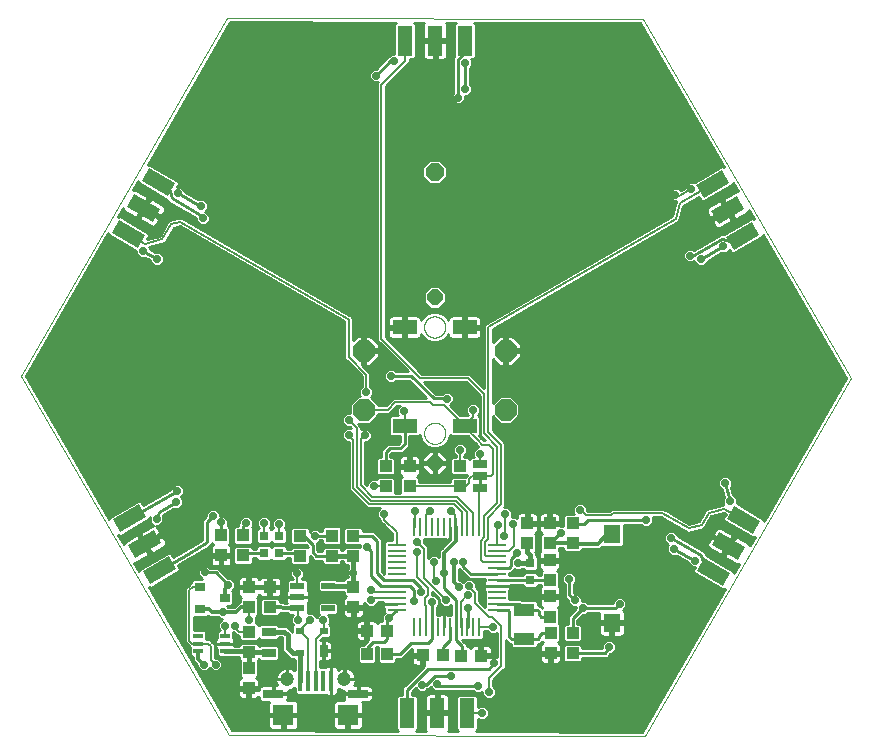
<source format=gtl>
G75*
%MOIN*%
%OFA0B0*%
%FSLAX25Y25*%
%IPPOS*%
%LPD*%
%AMOC8*
5,1,8,0,0,1.08239X$1,22.5*
%
%ADD10C,0.00000*%
%ADD11R,0.03937X0.04331*%
%ADD12R,0.04331X0.03937*%
%ADD13R,0.02756X0.03937*%
%ADD14R,0.02756X0.02362*%
%ADD15R,0.04724X0.03150*%
%ADD16OC8,0.06000*%
%ADD17R,0.05000X0.10000*%
%ADD18R,0.10000X0.05000*%
%ADD19R,0.02756X0.02953*%
%ADD20R,0.03150X0.03150*%
%ADD21R,0.03543X0.03150*%
%ADD22R,0.04724X0.02165*%
%ADD23R,0.03350X0.01400*%
%ADD24R,0.05906X0.01102*%
%ADD25R,0.01102X0.05906*%
%ADD26R,0.01575X0.07087*%
%ADD27R,0.07000X0.07000*%
%ADD28C,0.04724*%
%ADD29R,0.06693X0.02500*%
%ADD30R,0.07087X0.03937*%
%ADD31R,0.07972X0.05020*%
%ADD32C,0.01000*%
%ADD33R,0.05000X0.02500*%
%ADD34R,0.05512X0.06299*%
%ADD35OC8,0.07087*%
%ADD36OC8,0.05150*%
%ADD37C,0.01600*%
%ADD38OC8,0.02400*%
%ADD39OC8,0.02381*%
%ADD40C,0.01200*%
%ADD41C,0.00600*%
D10*
X0156177Y0131750D02*
X0294617Y0131378D01*
X0363514Y0250712D01*
X0293972Y0370419D01*
X0155532Y0370791D01*
X0086634Y0251457D01*
X0156177Y0131750D01*
X0221063Y0232287D02*
X0221065Y0232405D01*
X0221071Y0232524D01*
X0221081Y0232642D01*
X0221095Y0232759D01*
X0221112Y0232876D01*
X0221134Y0232993D01*
X0221160Y0233108D01*
X0221189Y0233223D01*
X0221222Y0233337D01*
X0221259Y0233449D01*
X0221300Y0233560D01*
X0221344Y0233670D01*
X0221392Y0233778D01*
X0221444Y0233885D01*
X0221499Y0233990D01*
X0221558Y0234093D01*
X0221620Y0234193D01*
X0221685Y0234292D01*
X0221754Y0234389D01*
X0221825Y0234483D01*
X0221900Y0234574D01*
X0221978Y0234664D01*
X0222059Y0234750D01*
X0222143Y0234834D01*
X0222229Y0234915D01*
X0222319Y0234993D01*
X0222410Y0235068D01*
X0222504Y0235139D01*
X0222601Y0235208D01*
X0222700Y0235273D01*
X0222800Y0235335D01*
X0222903Y0235394D01*
X0223008Y0235449D01*
X0223115Y0235501D01*
X0223223Y0235549D01*
X0223333Y0235593D01*
X0223444Y0235634D01*
X0223556Y0235671D01*
X0223670Y0235704D01*
X0223785Y0235733D01*
X0223900Y0235759D01*
X0224017Y0235781D01*
X0224134Y0235798D01*
X0224251Y0235812D01*
X0224369Y0235822D01*
X0224488Y0235828D01*
X0224606Y0235830D01*
X0224724Y0235828D01*
X0224843Y0235822D01*
X0224961Y0235812D01*
X0225078Y0235798D01*
X0225195Y0235781D01*
X0225312Y0235759D01*
X0225427Y0235733D01*
X0225542Y0235704D01*
X0225656Y0235671D01*
X0225768Y0235634D01*
X0225879Y0235593D01*
X0225989Y0235549D01*
X0226097Y0235501D01*
X0226204Y0235449D01*
X0226309Y0235394D01*
X0226412Y0235335D01*
X0226512Y0235273D01*
X0226611Y0235208D01*
X0226708Y0235139D01*
X0226802Y0235068D01*
X0226893Y0234993D01*
X0226983Y0234915D01*
X0227069Y0234834D01*
X0227153Y0234750D01*
X0227234Y0234664D01*
X0227312Y0234574D01*
X0227387Y0234483D01*
X0227458Y0234389D01*
X0227527Y0234292D01*
X0227592Y0234193D01*
X0227654Y0234093D01*
X0227713Y0233990D01*
X0227768Y0233885D01*
X0227820Y0233778D01*
X0227868Y0233670D01*
X0227912Y0233560D01*
X0227953Y0233449D01*
X0227990Y0233337D01*
X0228023Y0233223D01*
X0228052Y0233108D01*
X0228078Y0232993D01*
X0228100Y0232876D01*
X0228117Y0232759D01*
X0228131Y0232642D01*
X0228141Y0232524D01*
X0228147Y0232405D01*
X0228149Y0232287D01*
X0228147Y0232169D01*
X0228141Y0232050D01*
X0228131Y0231932D01*
X0228117Y0231815D01*
X0228100Y0231698D01*
X0228078Y0231581D01*
X0228052Y0231466D01*
X0228023Y0231351D01*
X0227990Y0231237D01*
X0227953Y0231125D01*
X0227912Y0231014D01*
X0227868Y0230904D01*
X0227820Y0230796D01*
X0227768Y0230689D01*
X0227713Y0230584D01*
X0227654Y0230481D01*
X0227592Y0230381D01*
X0227527Y0230282D01*
X0227458Y0230185D01*
X0227387Y0230091D01*
X0227312Y0230000D01*
X0227234Y0229910D01*
X0227153Y0229824D01*
X0227069Y0229740D01*
X0226983Y0229659D01*
X0226893Y0229581D01*
X0226802Y0229506D01*
X0226708Y0229435D01*
X0226611Y0229366D01*
X0226512Y0229301D01*
X0226412Y0229239D01*
X0226309Y0229180D01*
X0226204Y0229125D01*
X0226097Y0229073D01*
X0225989Y0229025D01*
X0225879Y0228981D01*
X0225768Y0228940D01*
X0225656Y0228903D01*
X0225542Y0228870D01*
X0225427Y0228841D01*
X0225312Y0228815D01*
X0225195Y0228793D01*
X0225078Y0228776D01*
X0224961Y0228762D01*
X0224843Y0228752D01*
X0224724Y0228746D01*
X0224606Y0228744D01*
X0224488Y0228746D01*
X0224369Y0228752D01*
X0224251Y0228762D01*
X0224134Y0228776D01*
X0224017Y0228793D01*
X0223900Y0228815D01*
X0223785Y0228841D01*
X0223670Y0228870D01*
X0223556Y0228903D01*
X0223444Y0228940D01*
X0223333Y0228981D01*
X0223223Y0229025D01*
X0223115Y0229073D01*
X0223008Y0229125D01*
X0222903Y0229180D01*
X0222800Y0229239D01*
X0222700Y0229301D01*
X0222601Y0229366D01*
X0222504Y0229435D01*
X0222410Y0229506D01*
X0222319Y0229581D01*
X0222229Y0229659D01*
X0222143Y0229740D01*
X0222059Y0229824D01*
X0221978Y0229910D01*
X0221900Y0230000D01*
X0221825Y0230091D01*
X0221754Y0230185D01*
X0221685Y0230282D01*
X0221620Y0230381D01*
X0221558Y0230481D01*
X0221499Y0230584D01*
X0221444Y0230689D01*
X0221392Y0230796D01*
X0221344Y0230904D01*
X0221300Y0231014D01*
X0221259Y0231125D01*
X0221222Y0231237D01*
X0221189Y0231351D01*
X0221160Y0231466D01*
X0221134Y0231581D01*
X0221112Y0231698D01*
X0221095Y0231815D01*
X0221081Y0231932D01*
X0221071Y0232050D01*
X0221065Y0232169D01*
X0221063Y0232287D01*
X0221063Y0267720D02*
X0221065Y0267838D01*
X0221071Y0267957D01*
X0221081Y0268075D01*
X0221095Y0268192D01*
X0221112Y0268309D01*
X0221134Y0268426D01*
X0221160Y0268541D01*
X0221189Y0268656D01*
X0221222Y0268770D01*
X0221259Y0268882D01*
X0221300Y0268993D01*
X0221344Y0269103D01*
X0221392Y0269211D01*
X0221444Y0269318D01*
X0221499Y0269423D01*
X0221558Y0269526D01*
X0221620Y0269626D01*
X0221685Y0269725D01*
X0221754Y0269822D01*
X0221825Y0269916D01*
X0221900Y0270007D01*
X0221978Y0270097D01*
X0222059Y0270183D01*
X0222143Y0270267D01*
X0222229Y0270348D01*
X0222319Y0270426D01*
X0222410Y0270501D01*
X0222504Y0270572D01*
X0222601Y0270641D01*
X0222700Y0270706D01*
X0222800Y0270768D01*
X0222903Y0270827D01*
X0223008Y0270882D01*
X0223115Y0270934D01*
X0223223Y0270982D01*
X0223333Y0271026D01*
X0223444Y0271067D01*
X0223556Y0271104D01*
X0223670Y0271137D01*
X0223785Y0271166D01*
X0223900Y0271192D01*
X0224017Y0271214D01*
X0224134Y0271231D01*
X0224251Y0271245D01*
X0224369Y0271255D01*
X0224488Y0271261D01*
X0224606Y0271263D01*
X0224724Y0271261D01*
X0224843Y0271255D01*
X0224961Y0271245D01*
X0225078Y0271231D01*
X0225195Y0271214D01*
X0225312Y0271192D01*
X0225427Y0271166D01*
X0225542Y0271137D01*
X0225656Y0271104D01*
X0225768Y0271067D01*
X0225879Y0271026D01*
X0225989Y0270982D01*
X0226097Y0270934D01*
X0226204Y0270882D01*
X0226309Y0270827D01*
X0226412Y0270768D01*
X0226512Y0270706D01*
X0226611Y0270641D01*
X0226708Y0270572D01*
X0226802Y0270501D01*
X0226893Y0270426D01*
X0226983Y0270348D01*
X0227069Y0270267D01*
X0227153Y0270183D01*
X0227234Y0270097D01*
X0227312Y0270007D01*
X0227387Y0269916D01*
X0227458Y0269822D01*
X0227527Y0269725D01*
X0227592Y0269626D01*
X0227654Y0269526D01*
X0227713Y0269423D01*
X0227768Y0269318D01*
X0227820Y0269211D01*
X0227868Y0269103D01*
X0227912Y0268993D01*
X0227953Y0268882D01*
X0227990Y0268770D01*
X0228023Y0268656D01*
X0228052Y0268541D01*
X0228078Y0268426D01*
X0228100Y0268309D01*
X0228117Y0268192D01*
X0228131Y0268075D01*
X0228141Y0267957D01*
X0228147Y0267838D01*
X0228149Y0267720D01*
X0228147Y0267602D01*
X0228141Y0267483D01*
X0228131Y0267365D01*
X0228117Y0267248D01*
X0228100Y0267131D01*
X0228078Y0267014D01*
X0228052Y0266899D01*
X0228023Y0266784D01*
X0227990Y0266670D01*
X0227953Y0266558D01*
X0227912Y0266447D01*
X0227868Y0266337D01*
X0227820Y0266229D01*
X0227768Y0266122D01*
X0227713Y0266017D01*
X0227654Y0265914D01*
X0227592Y0265814D01*
X0227527Y0265715D01*
X0227458Y0265618D01*
X0227387Y0265524D01*
X0227312Y0265433D01*
X0227234Y0265343D01*
X0227153Y0265257D01*
X0227069Y0265173D01*
X0226983Y0265092D01*
X0226893Y0265014D01*
X0226802Y0264939D01*
X0226708Y0264868D01*
X0226611Y0264799D01*
X0226512Y0264734D01*
X0226412Y0264672D01*
X0226309Y0264613D01*
X0226204Y0264558D01*
X0226097Y0264506D01*
X0225989Y0264458D01*
X0225879Y0264414D01*
X0225768Y0264373D01*
X0225656Y0264336D01*
X0225542Y0264303D01*
X0225427Y0264274D01*
X0225312Y0264248D01*
X0225195Y0264226D01*
X0225078Y0264209D01*
X0224961Y0264195D01*
X0224843Y0264185D01*
X0224724Y0264179D01*
X0224606Y0264177D01*
X0224488Y0264179D01*
X0224369Y0264185D01*
X0224251Y0264195D01*
X0224134Y0264209D01*
X0224017Y0264226D01*
X0223900Y0264248D01*
X0223785Y0264274D01*
X0223670Y0264303D01*
X0223556Y0264336D01*
X0223444Y0264373D01*
X0223333Y0264414D01*
X0223223Y0264458D01*
X0223115Y0264506D01*
X0223008Y0264558D01*
X0222903Y0264613D01*
X0222800Y0264672D01*
X0222700Y0264734D01*
X0222601Y0264799D01*
X0222504Y0264868D01*
X0222410Y0264939D01*
X0222319Y0265014D01*
X0222229Y0265092D01*
X0222143Y0265173D01*
X0222059Y0265257D01*
X0221978Y0265343D01*
X0221900Y0265433D01*
X0221825Y0265524D01*
X0221754Y0265618D01*
X0221685Y0265715D01*
X0221620Y0265814D01*
X0221558Y0265914D01*
X0221499Y0266017D01*
X0221444Y0266122D01*
X0221392Y0266229D01*
X0221344Y0266337D01*
X0221300Y0266447D01*
X0221259Y0266558D01*
X0221222Y0266670D01*
X0221189Y0266784D01*
X0221160Y0266899D01*
X0221134Y0267014D01*
X0221112Y0267131D01*
X0221095Y0267248D01*
X0221081Y0267365D01*
X0221071Y0267483D01*
X0221065Y0267602D01*
X0221063Y0267720D01*
D11*
X0216224Y0221360D03*
X0216224Y0214667D03*
X0197524Y0181058D03*
X0197524Y0174365D03*
X0201978Y0158562D03*
X0208670Y0158562D03*
X0162624Y0154008D03*
X0162624Y0147315D03*
X0162674Y0174365D03*
X0162674Y0181058D03*
X0153374Y0191565D03*
X0153374Y0198258D03*
X0255424Y0195615D03*
X0255424Y0202308D03*
X0262937Y0202321D03*
X0262937Y0195628D03*
X0262974Y0190008D03*
X0262974Y0183315D03*
X0263074Y0177908D03*
X0263074Y0171215D03*
X0263274Y0165708D03*
X0263274Y0159015D03*
D12*
X0270574Y0158965D03*
X0270574Y0165658D03*
X0270574Y0195665D03*
X0270574Y0202358D03*
X0233125Y0214715D03*
X0233125Y0221408D03*
X0208225Y0221308D03*
X0208225Y0214615D03*
X0197374Y0198108D03*
X0197374Y0191415D03*
X0190274Y0191465D03*
X0190274Y0198158D03*
X0179624Y0198108D03*
X0179624Y0191415D03*
X0169674Y0181058D03*
X0169674Y0174365D03*
X0162674Y0166058D03*
X0162674Y0159365D03*
X0160724Y0191565D03*
X0160724Y0198258D03*
X0201978Y0166512D03*
X0208670Y0166512D03*
X0220628Y0158262D03*
X0227320Y0158262D03*
X0233328Y0158212D03*
X0240020Y0158212D03*
D13*
X0187561Y0159759D03*
D14*
X0187561Y0166452D03*
X0179687Y0166452D03*
X0179687Y0158972D03*
D15*
X0169324Y0159068D03*
X0169324Y0166155D03*
D16*
X0224625Y0319362D03*
D17*
X0224752Y0363105D03*
X0234752Y0363105D03*
X0214752Y0363105D03*
X0215397Y0139064D03*
X0225397Y0139064D03*
X0235397Y0139064D03*
D18*
G36*
X0314490Y0190800D02*
X0323150Y0185801D01*
X0320650Y0181470D01*
X0311990Y0186469D01*
X0314490Y0190800D01*
G37*
G36*
X0319490Y0199460D02*
X0328150Y0194461D01*
X0325650Y0190130D01*
X0316990Y0195129D01*
X0319490Y0199460D01*
G37*
G36*
X0324490Y0208120D02*
X0333150Y0203121D01*
X0330650Y0198790D01*
X0321990Y0203789D01*
X0324490Y0208120D01*
G37*
G36*
X0321713Y0297758D02*
X0330373Y0302757D01*
X0332873Y0298426D01*
X0324213Y0293427D01*
X0321713Y0297758D01*
G37*
G36*
X0316713Y0306418D02*
X0325373Y0311417D01*
X0327873Y0307086D01*
X0319213Y0302087D01*
X0316713Y0306418D01*
G37*
G36*
X0311713Y0315078D02*
X0320373Y0320077D01*
X0322873Y0315746D01*
X0314213Y0310747D01*
X0311713Y0315078D01*
G37*
G36*
X0135658Y0311369D02*
X0126998Y0316368D01*
X0129498Y0320699D01*
X0138158Y0315700D01*
X0135658Y0311369D01*
G37*
G36*
X0130658Y0302709D02*
X0121998Y0307708D01*
X0124498Y0312039D01*
X0133158Y0307040D01*
X0130658Y0302709D01*
G37*
G36*
X0125658Y0294049D02*
X0116998Y0299048D01*
X0119498Y0303379D01*
X0128158Y0298380D01*
X0125658Y0294049D01*
G37*
G36*
X0128481Y0204348D02*
X0119821Y0199349D01*
X0117321Y0203680D01*
X0125981Y0208679D01*
X0128481Y0204348D01*
G37*
G36*
X0133481Y0195688D02*
X0124821Y0190689D01*
X0122321Y0195020D01*
X0130981Y0200019D01*
X0133481Y0195688D01*
G37*
G36*
X0138481Y0187027D02*
X0129821Y0182028D01*
X0127321Y0186359D01*
X0135981Y0191358D01*
X0138481Y0187027D01*
G37*
D19*
X0256424Y0189066D03*
X0256424Y0183357D03*
D20*
X0172674Y0192259D03*
X0167674Y0192259D03*
X0167674Y0198164D03*
X0172674Y0198164D03*
D21*
X0154605Y0177362D03*
X0146337Y0181102D03*
X0146337Y0173622D03*
D22*
X0178806Y0173972D03*
X0178806Y0177712D03*
X0178806Y0181452D03*
X0189042Y0181452D03*
X0189042Y0173972D03*
D23*
X0154699Y0164771D03*
X0154699Y0162212D03*
X0154699Y0159653D03*
X0145749Y0159653D03*
X0145749Y0162212D03*
X0145749Y0164771D03*
D24*
X0211891Y0173512D03*
X0211891Y0175481D03*
X0211891Y0177449D03*
X0211891Y0179418D03*
X0211891Y0181386D03*
X0211891Y0183355D03*
X0211891Y0185323D03*
X0211891Y0187292D03*
X0211891Y0189260D03*
X0211891Y0191229D03*
X0211891Y0193197D03*
X0211891Y0195166D03*
X0245356Y0195166D03*
X0245356Y0193197D03*
X0245356Y0191229D03*
X0245356Y0189260D03*
X0245356Y0187292D03*
X0245356Y0185323D03*
X0245356Y0183355D03*
X0245356Y0181386D03*
X0245356Y0179418D03*
X0245356Y0177449D03*
X0245356Y0175481D03*
X0245356Y0173512D03*
D25*
X0239451Y0167607D03*
X0237482Y0167607D03*
X0235514Y0167607D03*
X0233545Y0167607D03*
X0231577Y0167607D03*
X0229608Y0167607D03*
X0227640Y0167607D03*
X0225671Y0167607D03*
X0223702Y0167607D03*
X0221734Y0167607D03*
X0219765Y0167607D03*
X0217797Y0167607D03*
X0217797Y0201071D03*
X0219765Y0201071D03*
X0221734Y0201071D03*
X0223702Y0201071D03*
X0225671Y0201071D03*
X0227640Y0201071D03*
X0229608Y0201071D03*
X0231577Y0201071D03*
X0233545Y0201071D03*
X0235514Y0201071D03*
X0237482Y0201071D03*
X0239451Y0201071D03*
D26*
X0190047Y0149819D03*
X0187488Y0149819D03*
X0184929Y0149819D03*
X0182370Y0149819D03*
X0179811Y0149819D03*
D27*
X0174201Y0138402D03*
X0195658Y0138402D03*
D28*
X0194477Y0150331D03*
X0175382Y0150331D03*
D29*
X0170756Y0145489D03*
X0199103Y0145489D03*
D30*
X0254524Y0163690D03*
X0254524Y0173533D03*
D31*
X0234567Y0234847D03*
X0214586Y0234847D03*
X0214586Y0267619D03*
X0234567Y0267619D03*
D32*
X0159155Y0148034D02*
X0148451Y0148034D01*
X0149031Y0147036D02*
X0162140Y0147036D01*
X0162140Y0146831D02*
X0159155Y0146831D01*
X0159155Y0144952D01*
X0159258Y0144571D01*
X0159455Y0144229D01*
X0159734Y0143950D01*
X0160076Y0143752D01*
X0160458Y0143650D01*
X0162140Y0143650D01*
X0162140Y0146831D01*
X0163108Y0146831D01*
X0163108Y0143650D01*
X0164790Y0143650D01*
X0165171Y0143752D01*
X0165513Y0143950D01*
X0165793Y0144229D01*
X0165910Y0144431D01*
X0165910Y0144041D01*
X0166012Y0143660D01*
X0166209Y0143318D01*
X0166489Y0143038D01*
X0166831Y0142841D01*
X0167212Y0142739D01*
X0169452Y0142739D01*
X0169303Y0142481D01*
X0169201Y0142099D01*
X0169201Y0138886D01*
X0173717Y0138886D01*
X0173717Y0137918D01*
X0174685Y0137918D01*
X0174685Y0138886D01*
X0179201Y0138886D01*
X0179201Y0142099D01*
X0179099Y0142481D01*
X0178901Y0142823D01*
X0178622Y0143102D01*
X0178280Y0143300D01*
X0177898Y0143402D01*
X0175352Y0143402D01*
X0175500Y0143660D01*
X0175602Y0144041D01*
X0175602Y0145364D01*
X0170881Y0145364D01*
X0170881Y0145614D01*
X0170631Y0145614D01*
X0170631Y0148239D01*
X0167212Y0148239D01*
X0166831Y0148136D01*
X0166489Y0147939D01*
X0166209Y0147660D01*
X0166012Y0147318D01*
X0165910Y0146936D01*
X0165910Y0146831D01*
X0163108Y0146831D01*
X0163108Y0147800D01*
X0166092Y0147800D01*
X0166092Y0149678D01*
X0165990Y0150060D01*
X0165793Y0150402D01*
X0165513Y0150681D01*
X0165179Y0150874D01*
X0165692Y0151387D01*
X0165692Y0156629D01*
X0165660Y0156662D01*
X0165939Y0156941D01*
X0165939Y0156960D01*
X0166506Y0156394D01*
X0172142Y0156394D01*
X0172786Y0157038D01*
X0172786Y0161099D01*
X0172142Y0161743D01*
X0166506Y0161743D01*
X0166028Y0161265D01*
X0165939Y0161265D01*
X0165939Y0161789D01*
X0165295Y0162434D01*
X0160053Y0162434D01*
X0159409Y0161789D01*
X0159409Y0161553D01*
X0157874Y0161553D01*
X0157874Y0162212D01*
X0157874Y0163109D01*
X0157772Y0163491D01*
X0157574Y0163833D01*
X0157474Y0163933D01*
X0157474Y0165912D01*
X0157594Y0165912D01*
X0158074Y0165432D01*
X0158074Y0165432D01*
X0158558Y0164948D01*
X0158894Y0164612D01*
X0158894Y0164612D01*
X0158894Y0164612D01*
X0159390Y0164612D01*
X0159409Y0164612D01*
X0159409Y0163634D01*
X0160053Y0162990D01*
X0165295Y0162990D01*
X0165939Y0163634D01*
X0165939Y0164047D01*
X0166506Y0163480D01*
X0172142Y0163480D01*
X0172786Y0164125D01*
X0172786Y0164312D01*
X0173637Y0164312D01*
X0173824Y0164125D01*
X0173824Y0160646D01*
X0173824Y0159775D01*
X0173824Y0159775D01*
X0173824Y0159775D01*
X0174431Y0159168D01*
X0175414Y0158185D01*
X0175414Y0158185D01*
X0175892Y0157707D01*
X0176527Y0157072D01*
X0177472Y0157072D01*
X0177853Y0156690D01*
X0177911Y0156690D01*
X0177911Y0153264D01*
X0177844Y0153331D01*
X0177211Y0153754D01*
X0176509Y0154045D01*
X0175762Y0154193D01*
X0175473Y0154193D01*
X0175473Y0150422D01*
X0175291Y0150422D01*
X0175291Y0150241D01*
X0171520Y0150241D01*
X0171520Y0149951D01*
X0171668Y0149205D01*
X0171959Y0148502D01*
X0172135Y0148239D01*
X0170881Y0148239D01*
X0170881Y0145614D01*
X0175602Y0145614D01*
X0175602Y0146469D01*
X0175762Y0146469D01*
X0176509Y0146617D01*
X0177211Y0146908D01*
X0177844Y0147331D01*
X0177924Y0147411D01*
X0177924Y0145820D01*
X0178568Y0145176D01*
X0181054Y0145176D01*
X0181091Y0145212D01*
X0181127Y0145176D01*
X0183613Y0145176D01*
X0183650Y0145212D01*
X0183686Y0145176D01*
X0186172Y0145176D01*
X0186209Y0145212D01*
X0186245Y0145176D01*
X0188239Y0145176D01*
X0188339Y0145076D01*
X0188681Y0144878D01*
X0189062Y0144776D01*
X0190047Y0144776D01*
X0190047Y0149819D01*
X0190047Y0149819D01*
X0190047Y0144776D01*
X0191032Y0144776D01*
X0191414Y0144878D01*
X0191756Y0145076D01*
X0192035Y0145355D01*
X0192233Y0145697D01*
X0192335Y0146078D01*
X0192335Y0147117D01*
X0192647Y0146908D01*
X0193350Y0146617D01*
X0194096Y0146469D01*
X0194256Y0146469D01*
X0194256Y0145614D01*
X0198977Y0145614D01*
X0198977Y0148239D01*
X0197723Y0148239D01*
X0197899Y0148502D01*
X0198190Y0149205D01*
X0198339Y0149951D01*
X0198339Y0150241D01*
X0194567Y0150241D01*
X0194567Y0150422D01*
X0194386Y0150422D01*
X0194386Y0154193D01*
X0194096Y0154193D01*
X0193350Y0154045D01*
X0192647Y0153754D01*
X0192335Y0153545D01*
X0192335Y0153560D01*
X0192233Y0153942D01*
X0192035Y0154284D01*
X0191756Y0154563D01*
X0191414Y0154760D01*
X0191032Y0154863D01*
X0190047Y0154863D01*
X0189062Y0154863D01*
X0188681Y0154760D01*
X0188339Y0154563D01*
X0188239Y0154463D01*
X0186329Y0154463D01*
X0186329Y0156290D01*
X0187372Y0156290D01*
X0187372Y0159570D01*
X0187750Y0159570D01*
X0187750Y0159948D01*
X0187372Y0159948D01*
X0187372Y0163227D01*
X0186329Y0163227D01*
X0186329Y0163240D01*
X0187260Y0164171D01*
X0189395Y0164171D01*
X0190039Y0164815D01*
X0190039Y0168089D01*
X0189395Y0168733D01*
X0189348Y0168733D01*
X0189824Y0169209D01*
X0189824Y0171114D01*
X0189149Y0171789D01*
X0191860Y0171789D01*
X0192504Y0172433D01*
X0192504Y0175510D01*
X0191860Y0176154D01*
X0186224Y0176154D01*
X0185580Y0175510D01*
X0185580Y0172433D01*
X0186061Y0171952D01*
X0185274Y0171164D01*
X0183977Y0172462D01*
X0182268Y0172462D01*
X0182268Y0175510D01*
X0182219Y0175559D01*
X0182368Y0175708D01*
X0182566Y0176050D01*
X0182668Y0176432D01*
X0182668Y0177670D01*
X0178847Y0177670D01*
X0178847Y0177753D01*
X0182668Y0177753D01*
X0182668Y0178992D01*
X0182566Y0179373D01*
X0182368Y0179715D01*
X0182219Y0179865D01*
X0182268Y0179914D01*
X0182268Y0182990D01*
X0181624Y0183635D01*
X0180224Y0183635D01*
X0180224Y0183709D01*
X0181124Y0184609D01*
X0181124Y0186514D01*
X0179777Y0187862D01*
X0177871Y0187862D01*
X0176524Y0186514D01*
X0176524Y0184609D01*
X0177424Y0183709D01*
X0177424Y0183635D01*
X0175988Y0183635D01*
X0175344Y0182990D01*
X0175344Y0179914D01*
X0175393Y0179865D01*
X0175243Y0179715D01*
X0175046Y0179373D01*
X0174944Y0178992D01*
X0174944Y0177753D01*
X0178764Y0177753D01*
X0178764Y0177670D01*
X0174944Y0177670D01*
X0174944Y0176432D01*
X0175046Y0176050D01*
X0175243Y0175708D01*
X0175290Y0175662D01*
X0174628Y0175662D01*
X0174332Y0175958D01*
X0174225Y0176065D01*
X0174225Y0176065D01*
X0172939Y0176065D01*
X0172939Y0176789D01*
X0172295Y0177434D01*
X0167053Y0177434D01*
X0166409Y0176789D01*
X0166409Y0171941D01*
X0167053Y0171297D01*
X0172295Y0171297D01*
X0172939Y0171941D01*
X0172939Y0172542D01*
X0173220Y0172262D01*
X0173931Y0172262D01*
X0174628Y0172262D01*
X0175515Y0172262D01*
X0175988Y0171789D01*
X0177248Y0171789D01*
X0176624Y0171164D01*
X0176624Y0169259D01*
X0177502Y0168381D01*
X0177209Y0168089D01*
X0177209Y0166114D01*
X0177077Y0166246D01*
X0176324Y0166999D01*
X0175866Y0167457D01*
X0175211Y0168112D01*
X0174420Y0168112D01*
X0173637Y0168112D01*
X0173637Y0168112D01*
X0172786Y0168112D01*
X0172786Y0168185D01*
X0172142Y0168830D01*
X0166506Y0168830D01*
X0165939Y0168263D01*
X0165939Y0168482D01*
X0165295Y0169127D01*
X0164892Y0169127D01*
X0164974Y0169209D01*
X0164974Y0171100D01*
X0165098Y0171100D01*
X0165742Y0171744D01*
X0165742Y0176986D01*
X0165229Y0177499D01*
X0165564Y0177692D01*
X0165843Y0177972D01*
X0166040Y0178314D01*
X0166102Y0178544D01*
X0166111Y0178511D01*
X0166308Y0178169D01*
X0166588Y0177889D01*
X0166930Y0177692D01*
X0167311Y0177590D01*
X0169190Y0177590D01*
X0169190Y0180574D01*
X0170158Y0180574D01*
X0170158Y0177590D01*
X0172037Y0177590D01*
X0172418Y0177692D01*
X0172760Y0177889D01*
X0173040Y0178169D01*
X0173237Y0178511D01*
X0173339Y0178892D01*
X0173339Y0180574D01*
X0170158Y0180574D01*
X0170158Y0181542D01*
X0173339Y0181542D01*
X0173339Y0183224D01*
X0173237Y0183606D01*
X0173040Y0183948D01*
X0172760Y0184227D01*
X0172418Y0184424D01*
X0172037Y0184527D01*
X0170158Y0184527D01*
X0170158Y0181542D01*
X0169190Y0181542D01*
X0169190Y0180574D01*
X0166009Y0180574D01*
X0163158Y0180574D01*
X0163158Y0181542D01*
X0166142Y0181542D01*
X0166142Y0181542D01*
X0169190Y0181542D01*
X0169190Y0184527D01*
X0167311Y0184527D01*
X0166930Y0184424D01*
X0166588Y0184227D01*
X0166308Y0183948D01*
X0166111Y0183606D01*
X0166102Y0183572D01*
X0166040Y0183802D01*
X0165843Y0184145D01*
X0165564Y0184424D01*
X0165221Y0184621D01*
X0164840Y0184723D01*
X0163158Y0184723D01*
X0163158Y0181542D01*
X0162190Y0181542D01*
X0162190Y0180574D01*
X0159205Y0180574D01*
X0159205Y0178695D01*
X0159308Y0178314D01*
X0159505Y0177972D01*
X0159784Y0177692D01*
X0160119Y0177499D01*
X0159605Y0176986D01*
X0159605Y0176065D01*
X0159273Y0176065D01*
X0158908Y0175700D01*
X0158278Y0175069D01*
X0157670Y0174462D01*
X0155627Y0174462D01*
X0155401Y0174687D01*
X0156832Y0174687D01*
X0157476Y0175331D01*
X0157476Y0179392D01*
X0157167Y0179702D01*
X0158174Y0180709D01*
X0158174Y0182614D01*
X0156827Y0183962D01*
X0155837Y0183962D01*
X0152284Y0187514D01*
X0149778Y0187514D01*
X0149088Y0188205D01*
X0147190Y0188205D01*
X0145849Y0186863D01*
X0145849Y0184965D01*
X0147037Y0183777D01*
X0144110Y0183777D01*
X0143465Y0183132D01*
X0143465Y0182562D01*
X0143394Y0182562D01*
X0142574Y0181742D01*
X0142574Y0181742D01*
X0142294Y0181462D01*
X0141474Y0180642D01*
X0141474Y0179482D01*
X0141474Y0163188D01*
X0141474Y0162632D01*
X0141474Y0162632D01*
X0141474Y0162632D01*
X0141843Y0162263D01*
X0142474Y0161632D01*
X0142474Y0161632D01*
X0142974Y0161132D01*
X0142974Y0161056D01*
X0143098Y0160932D01*
X0142974Y0160808D01*
X0142974Y0158497D01*
X0143618Y0157853D01*
X0144049Y0157853D01*
X0144049Y0156433D01*
X0144091Y0156390D01*
X0145045Y0155437D01*
X0145374Y0155108D01*
X0145374Y0154259D01*
X0146721Y0152912D01*
X0148627Y0152912D01*
X0149624Y0153909D01*
X0150621Y0152912D01*
X0152527Y0152912D01*
X0153874Y0154259D01*
X0153874Y0156164D01*
X0152527Y0157512D01*
X0151374Y0157512D01*
X0151374Y0161371D01*
X0151374Y0161892D01*
X0150946Y0162320D01*
X0150474Y0162792D01*
X0150082Y0163184D01*
X0149654Y0163612D01*
X0149146Y0163612D01*
X0148521Y0163612D01*
X0148524Y0163615D01*
X0148524Y0165926D01*
X0147880Y0166571D01*
X0144274Y0166571D01*
X0144274Y0170947D01*
X0148564Y0170947D01*
X0149125Y0171507D01*
X0149570Y0171062D01*
X0149570Y0171062D01*
X0149570Y0171062D01*
X0150278Y0171062D01*
X0152521Y0171062D01*
X0153121Y0170462D01*
X0153771Y0170462D01*
X0152474Y0169164D01*
X0152474Y0167259D01*
X0153162Y0166571D01*
X0152568Y0166571D01*
X0151924Y0165926D01*
X0151924Y0163933D01*
X0151824Y0163833D01*
X0151626Y0163491D01*
X0151524Y0163109D01*
X0151524Y0162212D01*
X0154699Y0162212D01*
X0157874Y0162212D01*
X0154699Y0162212D01*
X0154699Y0162212D01*
X0154699Y0162212D01*
X0151524Y0162212D01*
X0151524Y0161314D01*
X0151626Y0160933D01*
X0151824Y0160591D01*
X0151924Y0160490D01*
X0151924Y0158497D01*
X0152568Y0157853D01*
X0153812Y0157853D01*
X0153912Y0157753D01*
X0159409Y0157753D01*
X0159409Y0156941D01*
X0159638Y0156712D01*
X0159555Y0156629D01*
X0159555Y0151387D01*
X0160069Y0150874D01*
X0159734Y0150681D01*
X0159455Y0150402D01*
X0159258Y0150060D01*
X0159155Y0149678D01*
X0159155Y0147800D01*
X0162140Y0147800D01*
X0162140Y0146831D01*
X0162140Y0146037D02*
X0163108Y0146037D01*
X0163108Y0145039D02*
X0162140Y0145039D01*
X0162140Y0144040D02*
X0163108Y0144040D01*
X0165604Y0144040D02*
X0165910Y0144040D01*
X0166485Y0143042D02*
X0151352Y0143042D01*
X0151932Y0142043D02*
X0169201Y0142043D01*
X0169201Y0141045D02*
X0152512Y0141045D01*
X0153092Y0140046D02*
X0169201Y0140046D01*
X0169201Y0139048D02*
X0153672Y0139048D01*
X0154252Y0138049D02*
X0173717Y0138049D01*
X0173717Y0137918D02*
X0169201Y0137918D01*
X0169201Y0134704D01*
X0169303Y0134323D01*
X0169501Y0133981D01*
X0169780Y0133702D01*
X0170122Y0133504D01*
X0170503Y0133402D01*
X0173717Y0133402D01*
X0173717Y0137918D01*
X0173717Y0137051D02*
X0174685Y0137051D01*
X0174685Y0137918D02*
X0174685Y0133402D01*
X0177898Y0133402D01*
X0178280Y0133504D01*
X0178622Y0133702D01*
X0178901Y0133981D01*
X0179099Y0134323D01*
X0179201Y0134704D01*
X0179201Y0137918D01*
X0174685Y0137918D01*
X0174685Y0138049D02*
X0195173Y0138049D01*
X0195173Y0137918D02*
X0190658Y0137918D01*
X0190658Y0134704D01*
X0190760Y0134323D01*
X0190957Y0133981D01*
X0191237Y0133702D01*
X0191579Y0133504D01*
X0191960Y0133402D01*
X0195173Y0133402D01*
X0195173Y0137918D01*
X0195173Y0138886D01*
X0190658Y0138886D01*
X0190658Y0142099D01*
X0190760Y0142481D01*
X0190957Y0142823D01*
X0191237Y0143102D01*
X0191579Y0143300D01*
X0191960Y0143402D01*
X0194507Y0143402D01*
X0194358Y0143660D01*
X0194256Y0144041D01*
X0194256Y0145364D01*
X0198977Y0145364D01*
X0198977Y0145614D01*
X0199228Y0145614D01*
X0203949Y0145614D01*
X0203949Y0146936D01*
X0203847Y0147318D01*
X0203649Y0147660D01*
X0203370Y0147939D01*
X0203028Y0148136D01*
X0202646Y0148239D01*
X0199228Y0148239D01*
X0199228Y0145614D01*
X0199228Y0145364D01*
X0203949Y0145364D01*
X0203949Y0144041D01*
X0203847Y0143660D01*
X0203649Y0143318D01*
X0203370Y0143038D01*
X0203028Y0142841D01*
X0202646Y0142739D01*
X0200407Y0142739D01*
X0200555Y0142481D01*
X0200658Y0142099D01*
X0200658Y0138886D01*
X0196142Y0138886D01*
X0196142Y0137918D01*
X0200658Y0137918D01*
X0200658Y0134704D01*
X0200555Y0134323D01*
X0200358Y0133981D01*
X0200079Y0133702D01*
X0199737Y0133504D01*
X0199355Y0133402D01*
X0196142Y0133402D01*
X0196142Y0137918D01*
X0195173Y0137918D01*
X0195173Y0137051D02*
X0196142Y0137051D01*
X0196142Y0138049D02*
X0211797Y0138049D01*
X0211797Y0137051D02*
X0200658Y0137051D01*
X0200658Y0136052D02*
X0211797Y0136052D01*
X0211797Y0135054D02*
X0200658Y0135054D01*
X0200401Y0134055D02*
X0211797Y0134055D01*
X0211797Y0133609D02*
X0212306Y0133099D01*
X0157041Y0133248D01*
X0129280Y0181034D01*
X0129976Y0180848D01*
X0139425Y0186303D01*
X0139661Y0187184D01*
X0138983Y0188358D01*
X0142461Y0190365D01*
X0142471Y0190363D01*
X0143034Y0190696D01*
X0143600Y0191023D01*
X0143602Y0191033D01*
X0149222Y0194361D01*
X0149447Y0194361D01*
X0149773Y0194687D01*
X0150170Y0194922D01*
X0150225Y0195140D01*
X0150384Y0195298D01*
X0150384Y0195559D01*
X0150819Y0195124D01*
X0150484Y0194931D01*
X0150205Y0194652D01*
X0150008Y0194310D01*
X0149905Y0193928D01*
X0149905Y0192050D01*
X0152890Y0192050D01*
X0152890Y0191081D01*
X0153858Y0191081D01*
X0153858Y0187900D01*
X0155540Y0187900D01*
X0155921Y0188002D01*
X0156264Y0188200D01*
X0156543Y0188479D01*
X0156740Y0188821D01*
X0156842Y0189202D01*
X0156842Y0191081D01*
X0153858Y0191081D01*
X0153858Y0192050D01*
X0156842Y0192050D01*
X0156842Y0193928D01*
X0156740Y0194310D01*
X0156543Y0194652D01*
X0156264Y0194931D01*
X0155929Y0195124D01*
X0156442Y0195637D01*
X0156442Y0200879D01*
X0155798Y0201524D01*
X0155638Y0201524D01*
X0155724Y0201609D01*
X0155724Y0203514D01*
X0154377Y0204862D01*
X0153048Y0204862D01*
X0153048Y0205686D01*
X0151706Y0207028D01*
X0149809Y0207028D01*
X0148467Y0205686D01*
X0148467Y0204710D01*
X0147184Y0203426D01*
X0147184Y0196873D01*
X0141418Y0193458D01*
X0137383Y0191129D01*
X0136706Y0192303D01*
X0135825Y0192539D01*
X0126376Y0187083D01*
X0126183Y0186365D01*
X0124528Y0189214D01*
X0124623Y0189189D01*
X0125018Y0189189D01*
X0125399Y0189291D01*
X0129468Y0191640D01*
X0127718Y0194671D01*
X0128584Y0195171D01*
X0128084Y0196037D01*
X0133280Y0199037D01*
X0132181Y0200940D01*
X0131902Y0201219D01*
X0131636Y0201372D01*
X0132845Y0201372D01*
X0134187Y0202714D01*
X0134187Y0204612D01*
X0133888Y0204911D01*
X0133929Y0205067D01*
X0137504Y0207131D01*
X0139220Y0207131D01*
X0140562Y0208473D01*
X0140562Y0210371D01*
X0139901Y0211032D01*
X0141140Y0212271D01*
X0141140Y0214169D01*
X0139798Y0215510D01*
X0137901Y0215510D01*
X0136559Y0214169D01*
X0136559Y0213745D01*
X0127384Y0208448D01*
X0126706Y0209623D01*
X0125825Y0209859D01*
X0116376Y0204404D01*
X0116164Y0203612D01*
X0088368Y0251459D01*
X0115854Y0299067D01*
X0116054Y0298324D01*
X0125006Y0293155D01*
X0125006Y0292142D01*
X0126348Y0290800D01*
X0128064Y0290800D01*
X0129632Y0289894D01*
X0129632Y0289355D01*
X0130974Y0288013D01*
X0132872Y0288013D01*
X0134214Y0289355D01*
X0134214Y0291252D01*
X0132872Y0292594D01*
X0131356Y0292594D01*
X0129587Y0293615D01*
X0129587Y0294039D01*
X0129320Y0294306D01*
X0134723Y0295754D01*
X0134749Y0295798D01*
X0137673Y0300863D01*
X0139560Y0301369D01*
X0194484Y0269587D01*
X0194484Y0257081D01*
X0195304Y0256261D01*
X0200284Y0251281D01*
X0200284Y0247901D01*
X0199393Y0247010D01*
X0199393Y0245112D01*
X0199701Y0244805D01*
X0199061Y0244805D01*
X0196341Y0242085D01*
X0196341Y0239037D01*
X0194947Y0239037D01*
X0193600Y0237690D01*
X0193600Y0235785D01*
X0194947Y0234437D01*
X0196220Y0234437D01*
X0196720Y0233937D01*
X0194947Y0233937D01*
X0193600Y0232590D01*
X0193600Y0230685D01*
X0194947Y0229337D01*
X0196000Y0229337D01*
X0196000Y0213358D01*
X0196088Y0213269D01*
X0201250Y0208108D01*
X0201250Y0208108D01*
X0201982Y0207376D01*
X0202070Y0207287D01*
X0206497Y0207287D01*
X0205500Y0206290D01*
X0205500Y0204385D01*
X0206400Y0203485D01*
X0206400Y0202858D01*
X0207220Y0202037D01*
X0210500Y0198758D01*
X0210500Y0196817D01*
X0208483Y0196817D01*
X0207839Y0196172D01*
X0207839Y0185370D01*
X0206930Y0186239D01*
X0207018Y0195693D01*
X0207024Y0195699D01*
X0207024Y0196354D01*
X0207030Y0197010D01*
X0207024Y0197016D01*
X0207024Y0197024D01*
X0206561Y0197488D01*
X0206102Y0197956D01*
X0206093Y0197956D01*
X0204340Y0199708D01*
X0200639Y0199708D01*
X0200639Y0200532D01*
X0199995Y0201177D01*
X0194753Y0201177D01*
X0194109Y0200532D01*
X0194109Y0195684D01*
X0194753Y0195040D01*
X0199724Y0195040D01*
X0199724Y0194484D01*
X0194753Y0194484D01*
X0194109Y0193839D01*
X0194109Y0193392D01*
X0193539Y0193388D01*
X0193539Y0193889D01*
X0192895Y0194534D01*
X0187653Y0194534D01*
X0187009Y0193889D01*
X0187009Y0193062D01*
X0185837Y0193062D01*
X0185524Y0193374D01*
X0185524Y0194549D01*
X0185524Y0195862D01*
X0185777Y0195862D01*
X0186473Y0196558D01*
X0187009Y0196558D01*
X0187009Y0195734D01*
X0187653Y0195090D01*
X0192895Y0195090D01*
X0193539Y0195734D01*
X0193539Y0200582D01*
X0192895Y0201227D01*
X0187653Y0201227D01*
X0187009Y0200582D01*
X0187009Y0199758D01*
X0186480Y0199758D01*
X0185777Y0200462D01*
X0183871Y0200462D01*
X0182889Y0199480D01*
X0182889Y0200532D01*
X0182245Y0201177D01*
X0177003Y0201177D01*
X0176359Y0200532D01*
X0176359Y0195684D01*
X0177003Y0195040D01*
X0181833Y0195040D01*
X0182324Y0194549D01*
X0182324Y0194405D01*
X0182245Y0194484D01*
X0177003Y0194484D01*
X0176378Y0193859D01*
X0175349Y0193859D01*
X0175349Y0194289D01*
X0174704Y0194934D01*
X0170644Y0194934D01*
X0170174Y0194464D01*
X0169704Y0194934D01*
X0165644Y0194934D01*
X0164999Y0194289D01*
X0164999Y0193859D01*
X0163989Y0193859D01*
X0163989Y0193989D01*
X0163345Y0194634D01*
X0158103Y0194634D01*
X0157459Y0193989D01*
X0157459Y0189141D01*
X0158103Y0188497D01*
X0163345Y0188497D01*
X0163989Y0189141D01*
X0163989Y0190659D01*
X0164999Y0190659D01*
X0164999Y0190228D01*
X0165644Y0189584D01*
X0169704Y0189584D01*
X0170174Y0190054D01*
X0170644Y0189584D01*
X0174704Y0189584D01*
X0175349Y0190228D01*
X0175349Y0190659D01*
X0176359Y0190659D01*
X0176359Y0188991D01*
X0177003Y0188347D01*
X0182245Y0188347D01*
X0182889Y0188991D01*
X0182889Y0191484D01*
X0183261Y0191112D01*
X0183261Y0191112D01*
X0184095Y0190278D01*
X0184511Y0189862D01*
X0184511Y0189862D01*
X0184511Y0189862D01*
X0185106Y0189862D01*
X0187009Y0189862D01*
X0187009Y0189041D01*
X0187653Y0188397D01*
X0192895Y0188397D01*
X0193539Y0189041D01*
X0193539Y0189588D01*
X0194109Y0189592D01*
X0194109Y0188991D01*
X0194753Y0188347D01*
X0195574Y0188347D01*
X0195574Y0187164D01*
X0195224Y0186814D01*
X0195224Y0184909D01*
X0195624Y0184509D01*
X0195624Y0184324D01*
X0195100Y0184324D01*
X0194455Y0183679D01*
X0194455Y0183352D01*
X0192143Y0183352D01*
X0191860Y0183635D01*
X0186224Y0183635D01*
X0185580Y0182990D01*
X0185580Y0179914D01*
X0186224Y0179269D01*
X0191860Y0179269D01*
X0192143Y0179552D01*
X0194455Y0179552D01*
X0194455Y0178437D01*
X0194969Y0177924D01*
X0194634Y0177731D01*
X0194355Y0177452D01*
X0194158Y0177110D01*
X0194055Y0176728D01*
X0194055Y0174850D01*
X0197040Y0174850D01*
X0197040Y0173881D01*
X0198008Y0173881D01*
X0198008Y0170700D01*
X0199690Y0170700D01*
X0200071Y0170802D01*
X0200414Y0171000D01*
X0207117Y0171000D01*
X0207124Y0171007D02*
X0207088Y0170971D01*
X0207070Y0170954D01*
X0207070Y0170274D01*
X0207070Y0169628D01*
X0207070Y0169628D01*
X0207070Y0169580D01*
X0206049Y0169580D01*
X0205536Y0169067D01*
X0205343Y0169401D01*
X0205064Y0169681D01*
X0204722Y0169878D01*
X0204340Y0169980D01*
X0202462Y0169980D01*
X0202462Y0166996D01*
X0201493Y0166996D01*
X0201493Y0166027D01*
X0202462Y0166027D01*
X0202462Y0163512D01*
X0201315Y0162365D01*
X0200963Y0162013D01*
X0200777Y0161827D01*
X0199553Y0161827D01*
X0198909Y0161183D01*
X0198909Y0155941D01*
X0199553Y0155296D01*
X0204402Y0155296D01*
X0205046Y0155941D01*
X0205046Y0161112D01*
X0205602Y0161112D01*
X0205602Y0155941D01*
X0206246Y0155296D01*
X0211095Y0155296D01*
X0211739Y0155941D01*
X0211739Y0156962D01*
X0212261Y0156962D01*
X0212261Y0156962D01*
X0213587Y0156962D01*
X0214113Y0157488D01*
X0214524Y0157899D01*
X0216962Y0160337D01*
X0216962Y0158746D01*
X0220143Y0158746D01*
X0220143Y0157777D01*
X0221112Y0157777D01*
X0221112Y0154854D01*
X0214734Y0148476D01*
X0214734Y0148476D01*
X0213854Y0147596D01*
X0213797Y0147539D01*
X0213797Y0145164D01*
X0212441Y0145164D01*
X0211797Y0144520D01*
X0211797Y0133609D01*
X0211797Y0139048D02*
X0200658Y0139048D01*
X0200658Y0140046D02*
X0211797Y0140046D01*
X0211797Y0141045D02*
X0200658Y0141045D01*
X0200658Y0142043D02*
X0211797Y0142043D01*
X0211797Y0143042D02*
X0203374Y0143042D01*
X0203949Y0144040D02*
X0211797Y0144040D01*
X0212316Y0145039D02*
X0203949Y0145039D01*
X0203949Y0146037D02*
X0213797Y0146037D01*
X0213797Y0147036D02*
X0203922Y0147036D01*
X0203204Y0148034D02*
X0214292Y0148034D01*
X0215291Y0149033D02*
X0198119Y0149033D01*
X0198339Y0150031D02*
X0216289Y0150031D01*
X0217288Y0151030D02*
X0198275Y0151030D01*
X0198339Y0150711D02*
X0198190Y0151458D01*
X0197899Y0152161D01*
X0197476Y0152793D01*
X0196939Y0153331D01*
X0196306Y0153754D01*
X0195603Y0154045D01*
X0194857Y0154193D01*
X0194567Y0154193D01*
X0194567Y0150422D01*
X0198339Y0150422D01*
X0198339Y0150711D01*
X0197954Y0152028D02*
X0218286Y0152028D01*
X0219285Y0153027D02*
X0197243Y0153027D01*
X0195650Y0154026D02*
X0220283Y0154026D01*
X0220143Y0154793D02*
X0220143Y0157777D01*
X0216962Y0157777D01*
X0216962Y0156096D01*
X0217064Y0155714D01*
X0217262Y0155372D01*
X0217541Y0155093D01*
X0217883Y0154895D01*
X0218265Y0154793D01*
X0220143Y0154793D01*
X0220143Y0155024D02*
X0221112Y0155024D01*
X0221112Y0156023D02*
X0220143Y0156023D01*
X0220143Y0157021D02*
X0221112Y0157021D01*
X0220143Y0158020D02*
X0214645Y0158020D01*
X0214524Y0157899D02*
X0214524Y0157899D01*
X0213646Y0157021D02*
X0216962Y0157021D01*
X0216982Y0156023D02*
X0211739Y0156023D01*
X0212924Y0158562D02*
X0208670Y0158562D01*
X0205602Y0159018D02*
X0205046Y0159018D01*
X0205046Y0158020D02*
X0205602Y0158020D01*
X0205602Y0157021D02*
X0205046Y0157021D01*
X0205046Y0156023D02*
X0205602Y0156023D01*
X0205602Y0160017D02*
X0205046Y0160017D01*
X0205046Y0161015D02*
X0205602Y0161015D01*
X0203924Y0162712D02*
X0207574Y0162712D01*
X0208624Y0163762D01*
X0208624Y0166465D01*
X0208670Y0166512D01*
X0208670Y0170291D01*
X0209012Y0170291D01*
X0209424Y0170703D01*
X0208670Y0170291D02*
X0211891Y0173512D01*
X0211891Y0175481D02*
X0207439Y0175481D01*
X0211891Y0175481D01*
X0211891Y0175481D01*
X0207839Y0173908D02*
X0207839Y0172505D01*
X0207906Y0172438D01*
X0207124Y0171656D01*
X0207124Y0171007D01*
X0207070Y0170954D02*
X0207070Y0170954D01*
X0207070Y0170954D01*
X0207070Y0170002D02*
X0189824Y0170002D01*
X0189824Y0171000D02*
X0194634Y0171000D01*
X0194977Y0170802D01*
X0195358Y0170700D01*
X0197040Y0170700D01*
X0197040Y0173881D01*
X0194055Y0173881D01*
X0194055Y0172002D01*
X0194158Y0171621D01*
X0194355Y0171279D01*
X0194634Y0171000D01*
X0194056Y0171999D02*
X0192070Y0171999D01*
X0192504Y0172997D02*
X0194055Y0172997D01*
X0192504Y0173996D02*
X0197040Y0173996D01*
X0198008Y0173996D02*
X0207751Y0173996D01*
X0207738Y0174008D02*
X0207839Y0173908D01*
X0207738Y0174008D02*
X0207541Y0174350D01*
X0207439Y0174732D01*
X0207439Y0175481D01*
X0207439Y0176062D01*
X0205574Y0176062D01*
X0205574Y0175809D01*
X0204227Y0174462D01*
X0202321Y0174462D01*
X0200992Y0175791D01*
X0200992Y0174850D01*
X0198008Y0174850D01*
X0198008Y0173881D01*
X0200992Y0173881D01*
X0200992Y0172002D01*
X0200890Y0171621D01*
X0200693Y0171279D01*
X0200414Y0171000D01*
X0200991Y0171999D02*
X0207467Y0171999D01*
X0207839Y0172997D02*
X0200992Y0172997D01*
X0200992Y0174994D02*
X0201789Y0174994D01*
X0204759Y0174994D02*
X0207439Y0174994D01*
X0207439Y0175993D02*
X0205574Y0175993D01*
X0206824Y0181362D02*
X0211867Y0181362D01*
X0216524Y0181362D01*
X0217674Y0180212D01*
X0217674Y0176462D01*
X0220174Y0179262D02*
X0220174Y0180637D01*
X0217450Y0183362D01*
X0211899Y0183362D01*
X0211891Y0183355D01*
X0211884Y0183362D01*
X0207624Y0183362D01*
X0205324Y0185562D01*
X0205424Y0196362D01*
X0203678Y0198108D01*
X0197374Y0198108D01*
X0194109Y0197960D02*
X0193539Y0197960D01*
X0193539Y0196962D02*
X0194109Y0196962D01*
X0194109Y0195963D02*
X0193539Y0195963D01*
X0193463Y0193966D02*
X0194235Y0193966D01*
X0190274Y0191465D02*
X0190270Y0191462D01*
X0185174Y0191462D01*
X0183924Y0192712D01*
X0183924Y0195212D01*
X0181028Y0198108D01*
X0179624Y0198108D01*
X0176359Y0197960D02*
X0175349Y0197960D01*
X0175349Y0196962D02*
X0176359Y0196962D01*
X0176359Y0195963D02*
X0175178Y0195963D01*
X0175349Y0196134D02*
X0174704Y0195490D01*
X0170644Y0195490D01*
X0170174Y0195959D01*
X0169704Y0195490D01*
X0165644Y0195490D01*
X0164999Y0196134D01*
X0164999Y0200195D01*
X0165644Y0200839D01*
X0165894Y0200839D01*
X0165424Y0201309D01*
X0165424Y0203214D01*
X0166771Y0204562D01*
X0168677Y0204562D01*
X0170024Y0203214D01*
X0170024Y0201309D01*
X0169554Y0200839D01*
X0169704Y0200839D01*
X0170174Y0200370D01*
X0170644Y0200839D01*
X0170694Y0200839D01*
X0170324Y0201209D01*
X0170324Y0203114D01*
X0171671Y0204462D01*
X0173577Y0204462D01*
X0174924Y0203114D01*
X0174924Y0201209D01*
X0174554Y0200839D01*
X0174704Y0200839D01*
X0175349Y0200195D01*
X0175349Y0196134D01*
X0175349Y0193966D02*
X0176485Y0193966D01*
X0178780Y0192259D02*
X0172674Y0192259D01*
X0170256Y0189972D02*
X0170092Y0189972D01*
X0167674Y0192259D02*
X0161418Y0192259D01*
X0160724Y0191565D01*
X0157459Y0191969D02*
X0153858Y0191969D01*
X0152890Y0191969D02*
X0145183Y0191969D01*
X0143509Y0190970D02*
X0149905Y0190970D01*
X0149905Y0191081D02*
X0149905Y0189202D01*
X0150008Y0188821D01*
X0150205Y0188479D01*
X0150484Y0188200D01*
X0150827Y0188002D01*
X0151208Y0187900D01*
X0152890Y0187900D01*
X0152890Y0191081D01*
X0149905Y0191081D01*
X0149905Y0189972D02*
X0141779Y0189972D01*
X0140050Y0188973D02*
X0149967Y0188973D01*
X0149318Y0187975D02*
X0150928Y0187975D01*
X0152890Y0187975D02*
X0153858Y0187975D01*
X0153858Y0188973D02*
X0152890Y0188973D01*
X0152890Y0189972D02*
X0153858Y0189972D01*
X0153858Y0190970D02*
X0152890Y0190970D01*
X0149905Y0192967D02*
X0146869Y0192967D01*
X0148555Y0193966D02*
X0149916Y0193966D01*
X0150180Y0194964D02*
X0150543Y0194964D01*
X0148784Y0195961D02*
X0148784Y0202764D01*
X0150758Y0204737D01*
X0150758Y0204735D01*
X0149584Y0203561D01*
X0148467Y0204950D02*
X0133898Y0204950D01*
X0134187Y0203951D02*
X0147709Y0203951D01*
X0147184Y0202953D02*
X0134187Y0202953D01*
X0133427Y0201954D02*
X0147184Y0201954D01*
X0147184Y0200956D02*
X0132165Y0200956D01*
X0132748Y0199957D02*
X0147184Y0199957D01*
X0147184Y0198959D02*
X0133145Y0198959D01*
X0133780Y0198171D02*
X0128584Y0195171D01*
X0130334Y0192139D01*
X0134402Y0194488D01*
X0134681Y0194768D01*
X0134878Y0195110D01*
X0134981Y0195491D01*
X0134981Y0195886D01*
X0134878Y0196268D01*
X0133780Y0198171D01*
X0133901Y0197960D02*
X0147184Y0197960D01*
X0147184Y0196962D02*
X0134478Y0196962D01*
X0134960Y0195963D02*
X0145647Y0195963D01*
X0143961Y0194964D02*
X0134795Y0194964D01*
X0133497Y0193966D02*
X0142275Y0193966D01*
X0142226Y0192077D02*
X0148784Y0195961D01*
X0153374Y0198258D02*
X0153374Y0202712D01*
X0153424Y0202562D01*
X0155287Y0203951D02*
X0159961Y0203951D01*
X0159424Y0203414D02*
X0159424Y0202424D01*
X0159124Y0202124D01*
X0159124Y0201606D01*
X0159124Y0201327D01*
X0158103Y0201327D01*
X0157459Y0200682D01*
X0157459Y0195834D01*
X0158103Y0195190D01*
X0163345Y0195190D01*
X0163989Y0195834D01*
X0163989Y0200682D01*
X0163593Y0201078D01*
X0164024Y0201509D01*
X0164024Y0203414D01*
X0162677Y0204762D01*
X0160771Y0204762D01*
X0159424Y0203414D01*
X0159424Y0202953D02*
X0155724Y0202953D01*
X0155724Y0201954D02*
X0159124Y0201954D01*
X0159124Y0202124D02*
X0159124Y0202124D01*
X0159124Y0202124D01*
X0160724Y0201462D02*
X0161724Y0202462D01*
X0160724Y0201462D02*
X0160724Y0198258D01*
X0163989Y0197960D02*
X0164999Y0197960D01*
X0164999Y0196962D02*
X0163989Y0196962D01*
X0163989Y0195963D02*
X0165170Y0195963D01*
X0164999Y0193966D02*
X0163989Y0193966D01*
X0163989Y0189972D02*
X0165256Y0189972D01*
X0163822Y0188973D02*
X0176376Y0188973D01*
X0176359Y0189972D02*
X0175092Y0189972D01*
X0176986Y0186976D02*
X0152822Y0186976D01*
X0153821Y0185978D02*
X0176524Y0185978D01*
X0176524Y0184979D02*
X0154819Y0184979D01*
X0155818Y0183981D02*
X0159411Y0183981D01*
X0159505Y0184145D02*
X0159308Y0183802D01*
X0159205Y0183421D01*
X0159205Y0181542D01*
X0162190Y0181542D01*
X0162190Y0184723D01*
X0160508Y0184723D01*
X0160127Y0184621D01*
X0159784Y0184424D01*
X0159505Y0184145D01*
X0159205Y0182982D02*
X0157806Y0182982D01*
X0158174Y0181984D02*
X0159205Y0181984D01*
X0158174Y0180985D02*
X0162190Y0180985D01*
X0163158Y0180985D02*
X0169190Y0180985D01*
X0170158Y0180985D02*
X0175344Y0180985D01*
X0175344Y0179987D02*
X0173339Y0179987D01*
X0173339Y0178988D02*
X0174944Y0178988D01*
X0174944Y0177990D02*
X0172861Y0177990D01*
X0172737Y0176991D02*
X0174944Y0176991D01*
X0175079Y0175993D02*
X0174297Y0175993D01*
X0174225Y0176065D02*
X0174225Y0176065D01*
X0174628Y0172262D02*
X0174628Y0172262D01*
X0175778Y0171999D02*
X0172939Y0171999D01*
X0173220Y0172262D02*
X0173220Y0172262D01*
X0173220Y0172262D01*
X0176624Y0171000D02*
X0164974Y0171000D01*
X0164974Y0170002D02*
X0176624Y0170002D01*
X0176880Y0169003D02*
X0165418Y0169003D01*
X0165742Y0171999D02*
X0166409Y0171999D01*
X0166409Y0172997D02*
X0165742Y0172997D01*
X0165742Y0173996D02*
X0166409Y0173996D01*
X0166409Y0174994D02*
X0165742Y0174994D01*
X0165742Y0175993D02*
X0166409Y0175993D01*
X0166611Y0176991D02*
X0165737Y0176991D01*
X0165853Y0177990D02*
X0166487Y0177990D01*
X0166009Y0180574D02*
X0166009Y0180574D01*
X0163158Y0181984D02*
X0162190Y0181984D01*
X0162190Y0182982D02*
X0163158Y0182982D01*
X0163158Y0183981D02*
X0162190Y0183981D01*
X0165937Y0183981D02*
X0166341Y0183981D01*
X0169190Y0183981D02*
X0170158Y0183981D01*
X0170158Y0182982D02*
X0169190Y0182982D01*
X0169190Y0181984D02*
X0170158Y0181984D01*
X0170158Y0179987D02*
X0169190Y0179987D01*
X0169190Y0178988D02*
X0170158Y0178988D01*
X0170158Y0177990D02*
X0169190Y0177990D01*
X0173339Y0181984D02*
X0175344Y0181984D01*
X0175344Y0182982D02*
X0173339Y0182982D01*
X0173006Y0183981D02*
X0177152Y0183981D01*
X0180496Y0183981D02*
X0194757Y0183981D01*
X0195224Y0184979D02*
X0181124Y0184979D01*
X0181124Y0185978D02*
X0195224Y0185978D01*
X0195386Y0186976D02*
X0180662Y0186976D01*
X0182872Y0188973D02*
X0187076Y0188973D01*
X0184401Y0189972D02*
X0182889Y0189972D01*
X0182889Y0190970D02*
X0183402Y0190970D01*
X0185524Y0193966D02*
X0187085Y0193966D01*
X0185524Y0194549D02*
X0185524Y0194549D01*
X0185524Y0194964D02*
X0199724Y0194964D01*
X0202024Y0194362D02*
X0203324Y0193062D01*
X0203324Y0184862D01*
X0206824Y0181362D01*
X0207204Y0185978D02*
X0207839Y0185978D01*
X0207839Y0186976D02*
X0206937Y0186976D01*
X0206946Y0187975D02*
X0207839Y0187975D01*
X0207839Y0188973D02*
X0206956Y0188973D01*
X0206965Y0189972D02*
X0207839Y0189972D01*
X0207839Y0190970D02*
X0206974Y0190970D01*
X0206983Y0191969D02*
X0207839Y0191969D01*
X0207839Y0192967D02*
X0206993Y0192967D01*
X0207002Y0193966D02*
X0207839Y0193966D01*
X0207839Y0194964D02*
X0207011Y0194964D01*
X0207024Y0195963D02*
X0207839Y0195963D01*
X0207030Y0196962D02*
X0210500Y0196962D01*
X0210500Y0197960D02*
X0206088Y0197960D01*
X0205090Y0198959D02*
X0210299Y0198959D01*
X0209300Y0199957D02*
X0200639Y0199957D01*
X0200216Y0200956D02*
X0208302Y0200956D01*
X0207303Y0201954D02*
X0174924Y0201954D01*
X0174924Y0202953D02*
X0206400Y0202953D01*
X0205933Y0203951D02*
X0174087Y0203951D01*
X0171161Y0203951D02*
X0169287Y0203951D01*
X0170024Y0202953D02*
X0170324Y0202953D01*
X0170324Y0201954D02*
X0170024Y0201954D01*
X0169670Y0200956D02*
X0170577Y0200956D01*
X0174671Y0200956D02*
X0176782Y0200956D01*
X0176359Y0199957D02*
X0175349Y0199957D01*
X0175349Y0198959D02*
X0176359Y0198959D01*
X0178780Y0192259D02*
X0179624Y0191415D01*
X0181908Y0194964D02*
X0156205Y0194964D01*
X0156442Y0195963D02*
X0157459Y0195963D01*
X0157459Y0196962D02*
X0156442Y0196962D01*
X0156442Y0197960D02*
X0157459Y0197960D01*
X0157459Y0198959D02*
X0156442Y0198959D01*
X0156442Y0199957D02*
X0157459Y0199957D01*
X0157732Y0200956D02*
X0156366Y0200956D01*
X0153048Y0204950D02*
X0205500Y0204950D01*
X0205500Y0205948D02*
X0152786Y0205948D01*
X0151788Y0206947D02*
X0206156Y0206947D01*
X0201412Y0207945D02*
X0140034Y0207945D01*
X0140562Y0208944D02*
X0200414Y0208944D01*
X0199415Y0209942D02*
X0140562Y0209942D01*
X0139992Y0210941D02*
X0198417Y0210941D01*
X0197418Y0211939D02*
X0140808Y0211939D01*
X0141140Y0212938D02*
X0196420Y0212938D01*
X0196000Y0213936D02*
X0141140Y0213936D01*
X0140374Y0214935D02*
X0196000Y0214935D01*
X0196000Y0215933D02*
X0109006Y0215933D01*
X0109586Y0214935D02*
X0137325Y0214935D01*
X0136559Y0213936D02*
X0110166Y0213936D01*
X0110746Y0212938D02*
X0135161Y0212938D01*
X0133432Y0211939D02*
X0111326Y0211939D01*
X0111906Y0210941D02*
X0131702Y0210941D01*
X0129973Y0209942D02*
X0112487Y0209942D01*
X0113067Y0208944D02*
X0124239Y0208944D01*
X0122510Y0207945D02*
X0113647Y0207945D01*
X0114227Y0206947D02*
X0120780Y0206947D01*
X0119051Y0205948D02*
X0114807Y0205948D01*
X0115387Y0204950D02*
X0117321Y0204950D01*
X0116255Y0203951D02*
X0115967Y0203951D01*
X0119207Y0198374D02*
X0119976Y0198168D01*
X0129425Y0203624D01*
X0129606Y0204299D01*
X0129606Y0202714D01*
X0130802Y0201519D01*
X0130783Y0201519D01*
X0130402Y0201416D01*
X0126334Y0199068D01*
X0128084Y0196037D01*
X0127218Y0195537D01*
X0125468Y0198568D01*
X0121399Y0196219D01*
X0121120Y0195940D01*
X0120923Y0195598D01*
X0120890Y0195476D01*
X0119207Y0198374D01*
X0119447Y0197960D02*
X0124415Y0197960D01*
X0125818Y0197960D02*
X0126973Y0197960D01*
X0126397Y0198959D02*
X0121345Y0198959D01*
X0123074Y0199957D02*
X0127874Y0199957D01*
X0129603Y0200956D02*
X0124803Y0200956D01*
X0126533Y0201954D02*
X0130366Y0201954D01*
X0129606Y0202953D02*
X0128262Y0202953D01*
X0129513Y0203951D02*
X0129606Y0203951D01*
X0131897Y0203663D02*
X0132555Y0206122D01*
X0138271Y0209422D01*
X0137184Y0206947D02*
X0149728Y0206947D01*
X0148729Y0205948D02*
X0135455Y0205948D01*
X0138850Y0213220D02*
X0122903Y0204013D01*
X0122901Y0204014D01*
X0127098Y0208944D02*
X0128243Y0208944D01*
X0131415Y0197960D02*
X0133415Y0197960D01*
X0131686Y0196962D02*
X0129686Y0196962D01*
X0129956Y0195963D02*
X0128126Y0195963D01*
X0127956Y0195963D02*
X0126971Y0195963D01*
X0126395Y0196962D02*
X0127550Y0196962D01*
X0128227Y0194964D02*
X0128703Y0194964D01*
X0129279Y0193966D02*
X0128124Y0193966D01*
X0128701Y0192967D02*
X0129856Y0192967D01*
X0129277Y0191969D02*
X0134838Y0191969D01*
X0133109Y0190970D02*
X0128309Y0190970D01*
X0126579Y0189972D02*
X0131379Y0189972D01*
X0129650Y0188973D02*
X0124668Y0188973D01*
X0125248Y0187975D02*
X0127920Y0187975D01*
X0126347Y0186976D02*
X0125828Y0186976D01*
X0132901Y0186693D02*
X0142226Y0192077D01*
X0140568Y0192967D02*
X0131768Y0192967D01*
X0136898Y0191969D02*
X0138838Y0191969D01*
X0139204Y0187975D02*
X0146960Y0187975D01*
X0145962Y0186976D02*
X0139606Y0186976D01*
X0138861Y0185978D02*
X0145849Y0185978D01*
X0145849Y0184979D02*
X0137132Y0184979D01*
X0135402Y0183981D02*
X0146833Y0183981D01*
X0148139Y0185914D02*
X0151621Y0185914D01*
X0155874Y0181662D01*
X0157452Y0179987D02*
X0159205Y0179987D01*
X0159205Y0178988D02*
X0157476Y0178988D01*
X0157476Y0177990D02*
X0159495Y0177990D01*
X0159611Y0176991D02*
X0157476Y0176991D01*
X0157476Y0175993D02*
X0159201Y0175993D01*
X0158278Y0175069D02*
X0158278Y0175069D01*
X0158202Y0174994D02*
X0157139Y0174994D01*
X0152583Y0171000D02*
X0148618Y0171000D01*
X0152474Y0169003D02*
X0144274Y0169003D01*
X0144274Y0168005D02*
X0152474Y0168005D01*
X0152727Y0167006D02*
X0144274Y0167006D01*
X0141474Y0167006D02*
X0137430Y0167006D01*
X0138010Y0166008D02*
X0141474Y0166008D01*
X0141474Y0165009D02*
X0138590Y0165009D01*
X0139170Y0164011D02*
X0141474Y0164011D01*
X0141474Y0163012D02*
X0139750Y0163012D01*
X0140330Y0162014D02*
X0142092Y0162014D01*
X0143015Y0161015D02*
X0140910Y0161015D01*
X0141490Y0160017D02*
X0142974Y0160017D01*
X0142974Y0159018D02*
X0142070Y0159018D01*
X0142650Y0158020D02*
X0143451Y0158020D01*
X0143231Y0157021D02*
X0144049Y0157021D01*
X0143811Y0156023D02*
X0144459Y0156023D01*
X0145045Y0155437D02*
X0145045Y0155437D01*
X0145374Y0155024D02*
X0144391Y0155024D01*
X0144971Y0154026D02*
X0145608Y0154026D01*
X0145551Y0153027D02*
X0146606Y0153027D01*
X0146131Y0152028D02*
X0159555Y0152028D01*
X0159555Y0153027D02*
X0152642Y0153027D01*
X0153640Y0154026D02*
X0159555Y0154026D01*
X0159555Y0155024D02*
X0153874Y0155024D01*
X0153874Y0156023D02*
X0159555Y0156023D01*
X0159409Y0157021D02*
X0153017Y0157021D01*
X0152401Y0158020D02*
X0151374Y0158020D01*
X0151374Y0159018D02*
X0151924Y0159018D01*
X0151924Y0160017D02*
X0151374Y0160017D01*
X0151374Y0161015D02*
X0151604Y0161015D01*
X0151374Y0161892D02*
X0151374Y0161892D01*
X0151374Y0161892D01*
X0151252Y0162014D02*
X0151524Y0162014D01*
X0151524Y0163012D02*
X0150253Y0163012D01*
X0150474Y0162792D02*
X0150474Y0162792D01*
X0149654Y0163612D02*
X0149654Y0163612D01*
X0149654Y0163612D01*
X0148524Y0164011D02*
X0151924Y0164011D01*
X0151924Y0165009D02*
X0148524Y0165009D01*
X0148443Y0166008D02*
X0152005Y0166008D01*
X0153311Y0170002D02*
X0144274Y0170002D01*
X0141474Y0170002D02*
X0135690Y0170002D01*
X0135109Y0171000D02*
X0141474Y0171000D01*
X0141474Y0171999D02*
X0134529Y0171999D01*
X0133949Y0172997D02*
X0141474Y0172997D01*
X0141474Y0173996D02*
X0133369Y0173996D01*
X0132789Y0174994D02*
X0141474Y0174994D01*
X0141474Y0175993D02*
X0132209Y0175993D01*
X0131629Y0176991D02*
X0141474Y0176991D01*
X0141474Y0177990D02*
X0131049Y0177990D01*
X0130469Y0178988D02*
X0141474Y0178988D01*
X0141474Y0179987D02*
X0129889Y0179987D01*
X0130214Y0180985D02*
X0141818Y0180985D01*
X0142816Y0181984D02*
X0131943Y0181984D01*
X0133673Y0182982D02*
X0143465Y0182982D01*
X0155820Y0187975D02*
X0195574Y0187975D01*
X0194126Y0188973D02*
X0193472Y0188973D01*
X0187009Y0195963D02*
X0185878Y0195963D01*
X0184828Y0198158D02*
X0190274Y0198158D01*
X0193539Y0198959D02*
X0194109Y0198959D01*
X0194109Y0199957D02*
X0193539Y0199957D01*
X0193166Y0200956D02*
X0194532Y0200956D01*
X0187382Y0200956D02*
X0182466Y0200956D01*
X0182889Y0199957D02*
X0183367Y0199957D01*
X0184824Y0198162D02*
X0184828Y0198158D01*
X0186281Y0199957D02*
X0187009Y0199957D01*
X0185580Y0182982D02*
X0182268Y0182982D01*
X0182268Y0181984D02*
X0185580Y0181984D01*
X0185580Y0180985D02*
X0182268Y0180985D01*
X0182268Y0179987D02*
X0185580Y0179987D01*
X0182668Y0178988D02*
X0194455Y0178988D01*
X0194903Y0177990D02*
X0182668Y0177990D01*
X0182668Y0176991D02*
X0194126Y0176991D01*
X0194055Y0175993D02*
X0192021Y0175993D01*
X0192504Y0174994D02*
X0194055Y0174994D01*
X0197040Y0172997D02*
X0198008Y0172997D01*
X0198008Y0171999D02*
X0197040Y0171999D01*
X0197040Y0171000D02*
X0198008Y0171000D01*
X0198891Y0169681D02*
X0198612Y0169401D01*
X0198414Y0169059D01*
X0198312Y0168678D01*
X0198312Y0166996D01*
X0201493Y0166996D01*
X0201493Y0169980D01*
X0199615Y0169980D01*
X0199233Y0169878D01*
X0198891Y0169681D01*
X0198399Y0169003D02*
X0189618Y0169003D01*
X0190039Y0168005D02*
X0198312Y0168005D01*
X0198312Y0167006D02*
X0190039Y0167006D01*
X0190039Y0166008D02*
X0198312Y0166008D01*
X0198312Y0166027D02*
X0198312Y0164346D01*
X0198414Y0163964D01*
X0198612Y0163622D01*
X0198891Y0163343D01*
X0199233Y0163145D01*
X0199615Y0163043D01*
X0201493Y0163043D01*
X0201493Y0166027D01*
X0198312Y0166027D01*
X0198312Y0165009D02*
X0190039Y0165009D01*
X0189518Y0163125D02*
X0189136Y0163227D01*
X0187750Y0163227D01*
X0187750Y0159948D01*
X0190439Y0159948D01*
X0190439Y0161925D01*
X0190337Y0162306D01*
X0190139Y0162648D01*
X0189860Y0162928D01*
X0189518Y0163125D01*
X0189714Y0163012D02*
X0201962Y0163012D01*
X0201315Y0162365D02*
X0201315Y0162365D01*
X0200963Y0162014D02*
X0190415Y0162014D01*
X0190439Y0161015D02*
X0198909Y0161015D01*
X0198909Y0160017D02*
X0190439Y0160017D01*
X0190439Y0159570D02*
X0187750Y0159570D01*
X0187750Y0156290D01*
X0189136Y0156290D01*
X0189518Y0156393D01*
X0189860Y0156590D01*
X0190139Y0156869D01*
X0190337Y0157211D01*
X0190439Y0157593D01*
X0190439Y0159570D01*
X0190439Y0159018D02*
X0198909Y0159018D01*
X0198909Y0158020D02*
X0190439Y0158020D01*
X0190227Y0157021D02*
X0198909Y0157021D01*
X0198909Y0156023D02*
X0186329Y0156023D01*
X0186329Y0155024D02*
X0217661Y0155024D01*
X0216962Y0159018D02*
X0215643Y0159018D01*
X0216642Y0160017D02*
X0216962Y0160017D01*
X0216824Y0162462D02*
X0222524Y0162462D01*
X0223724Y0163662D01*
X0223724Y0167585D01*
X0223702Y0167607D01*
X0223724Y0167628D01*
X0223724Y0176062D01*
X0225324Y0174409D02*
X0226024Y0175109D01*
X0226024Y0177014D01*
X0224677Y0178362D01*
X0223800Y0178362D01*
X0223800Y0178917D01*
X0223800Y0178917D01*
X0223800Y0179258D01*
X0226100Y0176958D01*
X0226100Y0175685D01*
X0227447Y0174337D01*
X0229352Y0174337D01*
X0230024Y0175009D01*
X0230024Y0171659D01*
X0229212Y0171659D01*
X0229112Y0171760D01*
X0228770Y0171957D01*
X0228388Y0172059D01*
X0227640Y0172059D01*
X0227640Y0167607D01*
X0227639Y0167607D01*
X0227639Y0172059D01*
X0226891Y0172059D01*
X0226509Y0171957D01*
X0226167Y0171760D01*
X0226067Y0171659D01*
X0225324Y0171659D01*
X0225324Y0174409D01*
X0225324Y0173996D02*
X0230024Y0173996D01*
X0230009Y0174994D02*
X0230024Y0174994D01*
X0230024Y0172997D02*
X0225324Y0172997D01*
X0225324Y0171999D02*
X0226665Y0171999D01*
X0227639Y0171999D02*
X0227640Y0171999D01*
X0228614Y0171999D02*
X0230024Y0171999D01*
X0227640Y0171000D02*
X0227639Y0171000D01*
X0227639Y0170002D02*
X0227640Y0170002D01*
X0227639Y0169003D02*
X0227640Y0169003D01*
X0227639Y0168005D02*
X0227640Y0168005D01*
X0229608Y0167607D02*
X0229608Y0163446D01*
X0227324Y0161162D01*
X0227324Y0158265D01*
X0227320Y0158262D01*
X0231577Y0163409D02*
X0233724Y0161262D01*
X0233724Y0158608D01*
X0233328Y0158212D01*
X0233424Y0158308D01*
X0235324Y0161280D02*
X0235324Y0161924D01*
X0234387Y0162862D01*
X0234387Y0162862D01*
X0233695Y0163554D01*
X0240457Y0163554D01*
X0241102Y0164198D01*
X0241102Y0166237D01*
X0242147Y0166237D01*
X0243047Y0165337D01*
X0244952Y0165337D01*
X0245423Y0165808D01*
X0245423Y0157862D01*
X0243571Y0157862D01*
X0243437Y0157727D01*
X0240505Y0157727D01*
X0240505Y0158696D01*
X0243686Y0158696D01*
X0243686Y0160378D01*
X0243584Y0160759D01*
X0243386Y0161101D01*
X0243107Y0161380D01*
X0242765Y0161578D01*
X0242383Y0161680D01*
X0240505Y0161680D01*
X0240505Y0158696D01*
X0239536Y0158696D01*
X0239536Y0161680D01*
X0237658Y0161680D01*
X0237276Y0161578D01*
X0236934Y0161380D01*
X0236655Y0161101D01*
X0236462Y0160767D01*
X0235949Y0161280D01*
X0235324Y0161280D01*
X0235235Y0162014D02*
X0245423Y0162014D01*
X0245423Y0163012D02*
X0234236Y0163012D01*
X0231577Y0163409D02*
X0231577Y0167607D01*
X0231624Y0167654D01*
X0231624Y0176813D01*
X0227724Y0180713D01*
X0227724Y0185762D01*
X0232650Y0185978D02*
X0233646Y0185978D01*
X0232940Y0186685D02*
X0234950Y0184675D01*
X0235363Y0184261D01*
X0235887Y0183737D01*
X0237212Y0183737D01*
X0237212Y0183737D01*
X0241303Y0183737D01*
X0241303Y0182959D01*
X0241203Y0182858D01*
X0241006Y0182516D01*
X0240903Y0182135D01*
X0240903Y0181386D01*
X0240903Y0180637D01*
X0241006Y0180256D01*
X0241203Y0179914D01*
X0241303Y0179814D01*
X0241303Y0174403D01*
X0239423Y0176283D01*
X0239423Y0179783D01*
X0238603Y0180603D01*
X0238314Y0180892D01*
X0238314Y0182252D01*
X0236972Y0183593D01*
X0235074Y0183593D01*
X0234135Y0182654D01*
X0233519Y0183270D01*
X0232670Y0183270D01*
X0232650Y0183291D01*
X0232650Y0186975D01*
X0232940Y0186685D01*
X0234150Y0187737D02*
X0234150Y0189287D01*
X0234150Y0187737D02*
X0236550Y0185337D01*
X0245342Y0185337D01*
X0245356Y0185323D01*
X0245356Y0183355D02*
X0254121Y0183355D01*
X0256424Y0183357D01*
X0260632Y0183357D01*
X0262974Y0183315D01*
X0266042Y0182982D02*
X0267200Y0182982D01*
X0267200Y0182885D02*
X0267900Y0182185D01*
X0267900Y0179049D01*
X0267900Y0179049D01*
X0267900Y0178321D01*
X0267900Y0177723D01*
X0268303Y0177320D01*
X0268837Y0176786D01*
X0269024Y0176599D01*
X0269024Y0175609D01*
X0270371Y0174262D01*
X0271624Y0174262D01*
X0271624Y0173924D01*
X0268974Y0171274D01*
X0268974Y0168727D01*
X0267953Y0168727D01*
X0267309Y0168082D01*
X0267309Y0163234D01*
X0267953Y0162590D01*
X0273195Y0162590D01*
X0273839Y0163234D01*
X0273839Y0168082D01*
X0273195Y0168727D01*
X0272174Y0168727D01*
X0272174Y0169949D01*
X0273887Y0171662D01*
X0274877Y0171662D01*
X0275577Y0172362D01*
X0279444Y0172362D01*
X0279444Y0169624D01*
X0283200Y0169624D01*
X0283200Y0168624D01*
X0284200Y0168624D01*
X0284200Y0169624D01*
X0287956Y0169624D01*
X0287956Y0172471D01*
X0287853Y0172852D01*
X0287656Y0173194D01*
X0287426Y0173424D01*
X0288505Y0174502D01*
X0288505Y0176400D01*
X0287163Y0177742D01*
X0285266Y0177742D01*
X0283924Y0176400D01*
X0283924Y0175562D01*
X0275577Y0175562D01*
X0274877Y0176262D01*
X0273624Y0176262D01*
X0273624Y0177514D01*
X0272277Y0178862D01*
X0271287Y0178862D01*
X0271100Y0179049D01*
X0271100Y0182185D01*
X0271800Y0182885D01*
X0271800Y0184790D01*
X0270452Y0186137D01*
X0268547Y0186137D01*
X0267200Y0184790D01*
X0267200Y0182885D01*
X0267200Y0183981D02*
X0266042Y0183981D01*
X0266042Y0184979D02*
X0267389Y0184979D01*
X0268387Y0185978D02*
X0266001Y0185978D01*
X0266042Y0185936D02*
X0265529Y0186449D01*
X0265863Y0186642D01*
X0266143Y0186922D01*
X0266340Y0187264D01*
X0266442Y0187645D01*
X0266442Y0189524D01*
X0263458Y0189524D01*
X0263458Y0190492D01*
X0266442Y0190492D01*
X0266442Y0192371D01*
X0266340Y0192752D01*
X0266143Y0193095D01*
X0266006Y0193232D01*
X0266006Y0193965D01*
X0267309Y0193965D01*
X0267309Y0193241D01*
X0267953Y0192597D01*
X0273195Y0192597D01*
X0273839Y0193241D01*
X0273839Y0193803D01*
X0278219Y0193803D01*
X0278219Y0193803D01*
X0279627Y0193803D01*
X0280042Y0194218D01*
X0280357Y0194533D01*
X0280488Y0194402D01*
X0286911Y0194402D01*
X0287556Y0195046D01*
X0287556Y0201737D01*
X0293347Y0201737D01*
X0294047Y0201037D01*
X0295952Y0201037D01*
X0297300Y0202385D01*
X0297300Y0204237D01*
X0300092Y0204237D01*
X0300270Y0204135D01*
X0300339Y0204154D01*
X0308115Y0199664D01*
X0309120Y0199084D01*
X0314475Y0200519D01*
X0314503Y0200568D01*
X0316807Y0204560D01*
X0320940Y0205667D01*
X0321587Y0205293D01*
X0320810Y0203946D01*
X0321046Y0203066D01*
X0330495Y0197610D01*
X0331238Y0197809D01*
X0329577Y0194931D01*
X0329548Y0195039D01*
X0329351Y0195381D01*
X0329071Y0195661D01*
X0325003Y0198009D01*
X0323253Y0194978D01*
X0322387Y0195478D01*
X0321887Y0194612D01*
X0322753Y0194112D01*
X0321003Y0191081D01*
X0325071Y0188732D01*
X0325453Y0188630D01*
X0325848Y0188630D01*
X0325956Y0188659D01*
X0324294Y0185781D01*
X0324095Y0186525D01*
X0314992Y0191780D01*
X0314752Y0192675D01*
X0313762Y0193246D01*
X0305597Y0197960D01*
X0305597Y0198293D01*
X0304256Y0199634D01*
X0302358Y0199634D01*
X0301016Y0198293D01*
X0301016Y0196395D01*
X0302358Y0195053D01*
X0302454Y0195053D01*
X0302005Y0194604D01*
X0302005Y0192707D01*
X0303346Y0191365D01*
X0305244Y0191365D01*
X0305309Y0191430D01*
X0308922Y0189344D01*
X0308922Y0188920D01*
X0310264Y0187578D01*
X0311360Y0187578D01*
X0310810Y0186625D01*
X0311046Y0185745D01*
X0320495Y0180289D01*
X0321238Y0180489D01*
X0293752Y0132880D01*
X0238417Y0133029D01*
X0238997Y0133609D01*
X0238997Y0137090D01*
X0239374Y0136712D01*
X0241272Y0136712D01*
X0242614Y0138054D01*
X0242614Y0139952D01*
X0241272Y0141293D01*
X0239374Y0141293D01*
X0238997Y0140915D01*
X0238997Y0144520D01*
X0238352Y0145164D01*
X0232441Y0145164D01*
X0231797Y0144520D01*
X0231797Y0133609D01*
X0232360Y0133046D01*
X0229008Y0133055D01*
X0229097Y0133143D01*
X0229294Y0133485D01*
X0229397Y0133867D01*
X0229397Y0138564D01*
X0225897Y0138564D01*
X0225897Y0139564D01*
X0229397Y0139564D01*
X0229397Y0144262D01*
X0229294Y0144643D01*
X0229097Y0144985D01*
X0228818Y0145265D01*
X0228476Y0145462D01*
X0228094Y0145564D01*
X0225897Y0145564D01*
X0225897Y0139564D01*
X0224897Y0139564D01*
X0224897Y0145564D01*
X0222699Y0145564D01*
X0222318Y0145462D01*
X0221976Y0145265D01*
X0221696Y0144985D01*
X0221499Y0144643D01*
X0221397Y0144262D01*
X0221397Y0139564D01*
X0224897Y0139564D01*
X0224897Y0138564D01*
X0221397Y0138564D01*
X0221397Y0133867D01*
X0221499Y0133485D01*
X0221696Y0133143D01*
X0221766Y0133074D01*
X0218471Y0133083D01*
X0218997Y0133609D01*
X0218997Y0144520D01*
X0218352Y0145164D01*
X0216997Y0145164D01*
X0216997Y0146213D01*
X0218235Y0147452D01*
X0219474Y0146212D01*
X0221372Y0146212D01*
X0222063Y0146903D01*
X0222486Y0146903D01*
X0223222Y0147638D01*
X0224448Y0146412D01*
X0225424Y0146412D01*
X0225534Y0146303D01*
X0237284Y0146303D01*
X0237974Y0145612D01*
X0239872Y0145612D01*
X0240433Y0146173D01*
X0240433Y0145154D01*
X0241774Y0143812D01*
X0243672Y0143812D01*
X0245014Y0145154D01*
X0245014Y0147052D01*
X0244123Y0147942D01*
X0244123Y0150023D01*
X0247403Y0153303D01*
X0248223Y0154123D01*
X0248223Y0163400D01*
X0248383Y0163240D01*
X0248861Y0162762D01*
X0248861Y0162762D01*
X0249166Y0162457D01*
X0249561Y0162062D01*
X0249561Y0162062D01*
X0249561Y0162062D01*
X0249881Y0162062D01*
X0249881Y0161266D01*
X0250525Y0160622D01*
X0258523Y0160622D01*
X0259167Y0161266D01*
X0259167Y0162062D01*
X0259687Y0162062D01*
X0260094Y0162469D01*
X0260459Y0162834D01*
X0260719Y0162574D01*
X0260384Y0162381D01*
X0260105Y0162102D01*
X0259908Y0161760D01*
X0259805Y0161378D01*
X0259805Y0159500D01*
X0262790Y0159500D01*
X0262790Y0158531D01*
X0263758Y0158531D01*
X0263758Y0155350D01*
X0265440Y0155350D01*
X0265821Y0155452D01*
X0266163Y0155650D01*
X0266443Y0155929D01*
X0266640Y0156271D01*
X0266742Y0156652D01*
X0266742Y0158531D01*
X0263758Y0158531D01*
X0263758Y0159500D01*
X0266742Y0159500D01*
X0266742Y0161378D01*
X0266640Y0161760D01*
X0266443Y0162102D01*
X0266163Y0162381D01*
X0265829Y0162574D01*
X0266342Y0163087D01*
X0266342Y0168329D01*
X0266110Y0168562D01*
X0266142Y0168594D01*
X0266142Y0173836D01*
X0265629Y0174350D01*
X0265963Y0174543D01*
X0266243Y0174822D01*
X0266440Y0175164D01*
X0266542Y0175545D01*
X0266542Y0177424D01*
X0263558Y0177424D01*
X0263558Y0178392D01*
X0266542Y0178392D01*
X0266542Y0180271D01*
X0266440Y0180653D01*
X0266243Y0180995D01*
X0266042Y0181195D01*
X0266042Y0185936D01*
X0266174Y0186976D02*
X0311012Y0186976D01*
X0310983Y0185978D02*
X0270612Y0185978D01*
X0271610Y0184979D02*
X0312372Y0184979D01*
X0314101Y0183981D02*
X0271800Y0183981D01*
X0271800Y0182982D02*
X0315831Y0182982D01*
X0317560Y0181984D02*
X0271100Y0181984D01*
X0271100Y0180985D02*
X0319290Y0180985D01*
X0320949Y0179987D02*
X0271100Y0179987D01*
X0271160Y0178988D02*
X0320372Y0178988D01*
X0319796Y0177990D02*
X0273149Y0177990D01*
X0273624Y0176991D02*
X0284516Y0176991D01*
X0283924Y0175993D02*
X0275146Y0175993D01*
X0273924Y0173962D02*
X0270574Y0170612D01*
X0270574Y0165658D01*
X0273839Y0166008D02*
X0279444Y0166008D01*
X0279444Y0165777D02*
X0279546Y0165395D01*
X0279743Y0165053D01*
X0280023Y0164774D01*
X0280365Y0164576D01*
X0280746Y0164474D01*
X0283200Y0164474D01*
X0283200Y0168624D01*
X0279444Y0168624D01*
X0279444Y0165777D01*
X0279787Y0165009D02*
X0273839Y0165009D01*
X0273839Y0164011D02*
X0311725Y0164011D01*
X0312301Y0165009D02*
X0287612Y0165009D01*
X0287656Y0165053D02*
X0287853Y0165395D01*
X0287956Y0165777D01*
X0287956Y0168624D01*
X0284200Y0168624D01*
X0284200Y0164474D01*
X0286653Y0164474D01*
X0287034Y0164576D01*
X0287377Y0164774D01*
X0287656Y0165053D01*
X0287956Y0166008D02*
X0312878Y0166008D01*
X0313454Y0167006D02*
X0287956Y0167006D01*
X0287956Y0168005D02*
X0314031Y0168005D01*
X0314607Y0169003D02*
X0284200Y0169003D01*
X0284200Y0168005D02*
X0283200Y0168005D01*
X0283200Y0169003D02*
X0272174Y0169003D01*
X0272227Y0170002D02*
X0279444Y0170002D01*
X0279444Y0171000D02*
X0273225Y0171000D01*
X0275214Y0171999D02*
X0279444Y0171999D01*
X0279444Y0168005D02*
X0273839Y0168005D01*
X0273839Y0167006D02*
X0279444Y0167006D01*
X0283200Y0167006D02*
X0284200Y0167006D01*
X0284200Y0166008D02*
X0283200Y0166008D01*
X0283200Y0165009D02*
X0284200Y0165009D01*
X0283630Y0163481D02*
X0281725Y0163481D01*
X0280377Y0162134D01*
X0280377Y0160565D01*
X0273839Y0160565D01*
X0273839Y0161389D01*
X0273195Y0162034D01*
X0267953Y0162034D01*
X0267309Y0161389D01*
X0267309Y0156541D01*
X0267953Y0155897D01*
X0273195Y0155897D01*
X0273839Y0156541D01*
X0273839Y0157365D01*
X0280796Y0157365D01*
X0281056Y0157209D01*
X0281270Y0157262D01*
X0281480Y0157197D01*
X0281796Y0157365D01*
X0281833Y0157365D01*
X0281875Y0157407D01*
X0281891Y0157416D01*
X0282343Y0157527D01*
X0282456Y0157716D01*
X0282650Y0157819D01*
X0282787Y0158264D01*
X0283159Y0158881D01*
X0283630Y0158881D01*
X0284977Y0160229D01*
X0284977Y0162134D01*
X0283630Y0163481D01*
X0284099Y0163012D02*
X0311148Y0163012D01*
X0310572Y0162014D02*
X0284977Y0162014D01*
X0284977Y0161015D02*
X0309995Y0161015D01*
X0309419Y0160017D02*
X0284765Y0160017D01*
X0283767Y0159018D02*
X0308842Y0159018D01*
X0308266Y0158020D02*
X0282712Y0158020D01*
X0281315Y0158921D02*
X0281170Y0158965D01*
X0270574Y0158965D01*
X0267309Y0159018D02*
X0263758Y0159018D01*
X0262790Y0159018D02*
X0248223Y0159018D01*
X0248223Y0158020D02*
X0259805Y0158020D01*
X0259805Y0158531D02*
X0259805Y0156652D01*
X0259908Y0156271D01*
X0260105Y0155929D01*
X0260384Y0155650D01*
X0260726Y0155452D01*
X0261108Y0155350D01*
X0262790Y0155350D01*
X0262790Y0158531D01*
X0259805Y0158531D01*
X0259805Y0160017D02*
X0248223Y0160017D01*
X0248223Y0161015D02*
X0250132Y0161015D01*
X0249881Y0162014D02*
X0248223Y0162014D01*
X0248223Y0163012D02*
X0248611Y0163012D01*
X0249524Y0164362D02*
X0250224Y0163662D01*
X0254495Y0163662D01*
X0254524Y0163690D01*
X0254553Y0163662D01*
X0259024Y0163662D01*
X0259524Y0164162D01*
X0259524Y0164862D01*
X0260370Y0165708D01*
X0263274Y0165708D01*
X0266342Y0166008D02*
X0267309Y0166008D01*
X0267309Y0167006D02*
X0266342Y0167006D01*
X0266342Y0168005D02*
X0267309Y0168005D01*
X0266142Y0169003D02*
X0268974Y0169003D01*
X0268974Y0170002D02*
X0266142Y0170002D01*
X0266142Y0171000D02*
X0268974Y0171000D01*
X0269698Y0171999D02*
X0266142Y0171999D01*
X0266142Y0172997D02*
X0270697Y0172997D01*
X0271624Y0173996D02*
X0265983Y0173996D01*
X0266342Y0174994D02*
X0269639Y0174994D01*
X0269024Y0175993D02*
X0266542Y0175993D01*
X0266542Y0176991D02*
X0268632Y0176991D01*
X0268837Y0176786D02*
X0268837Y0176786D01*
X0267900Y0177723D02*
X0267900Y0177723D01*
X0267900Y0177723D01*
X0267900Y0177990D02*
X0263558Y0177990D01*
X0262590Y0177990D02*
X0249409Y0177990D01*
X0249409Y0177081D02*
X0249409Y0179814D01*
X0249509Y0179914D01*
X0249707Y0180256D01*
X0249809Y0180637D01*
X0249809Y0181386D01*
X0245356Y0181386D01*
X0240903Y0181386D01*
X0245356Y0181386D01*
X0245356Y0181386D01*
X0245356Y0181386D01*
X0249809Y0181386D01*
X0249809Y0181755D01*
X0253460Y0181755D01*
X0253460Y0181754D01*
X0253946Y0181754D01*
X0253946Y0181425D01*
X0254590Y0180781D01*
X0258258Y0180781D01*
X0258902Y0181425D01*
X0258902Y0181757D01*
X0259905Y0181757D01*
X0259905Y0180995D01*
X0259708Y0180653D01*
X0259605Y0180271D01*
X0259605Y0178392D01*
X0262590Y0178392D01*
X0262590Y0177424D01*
X0259605Y0177424D01*
X0259605Y0175545D01*
X0259708Y0175164D01*
X0259905Y0174822D01*
X0260184Y0174543D01*
X0260519Y0174350D01*
X0260359Y0174190D01*
X0259987Y0174562D01*
X0259987Y0174562D01*
X0259843Y0174705D01*
X0259487Y0175062D01*
X0259487Y0175062D01*
X0259167Y0175062D01*
X0259167Y0175957D01*
X0258523Y0176601D01*
X0253718Y0176601D01*
X0253239Y0177081D01*
X0249409Y0177081D01*
X0249409Y0178988D02*
X0259605Y0178988D01*
X0259605Y0179987D02*
X0249551Y0179987D01*
X0249809Y0180985D02*
X0254386Y0180985D01*
X0253946Y0184955D02*
X0249409Y0184955D01*
X0249409Y0185692D01*
X0249917Y0185692D01*
X0250488Y0186263D01*
X0250662Y0186437D01*
X0250662Y0186437D01*
X0251179Y0186954D01*
X0251371Y0186762D01*
X0253277Y0186762D01*
X0253677Y0187162D01*
X0253946Y0187162D01*
X0253946Y0187134D01*
X0254590Y0186490D01*
X0258258Y0186490D01*
X0258902Y0187134D01*
X0258902Y0190998D01*
X0258324Y0191576D01*
X0258324Y0192549D01*
X0258185Y0192687D01*
X0258492Y0192994D01*
X0258492Y0198236D01*
X0257979Y0198750D01*
X0258313Y0198943D01*
X0258593Y0199222D01*
X0258790Y0199564D01*
X0258892Y0199945D01*
X0258892Y0201824D01*
X0255908Y0201824D01*
X0255908Y0202792D01*
X0258892Y0202792D01*
X0258892Y0204671D01*
X0258790Y0205052D01*
X0258593Y0205395D01*
X0258313Y0205674D01*
X0257971Y0205871D01*
X0257590Y0205973D01*
X0255908Y0205973D01*
X0255908Y0202792D01*
X0254940Y0202792D01*
X0254940Y0205973D01*
X0253258Y0205973D01*
X0252876Y0205871D01*
X0252534Y0205674D01*
X0252255Y0205395D01*
X0252058Y0205052D01*
X0251955Y0204671D01*
X0251955Y0203934D01*
X0251652Y0204237D01*
X0250352Y0204237D01*
X0250500Y0204385D01*
X0250500Y0206290D01*
X0249152Y0207637D01*
X0247840Y0207637D01*
X0248184Y0207981D01*
X0248184Y0228941D01*
X0243884Y0233241D01*
X0243885Y0237937D01*
X0246305Y0235518D01*
X0250151Y0235518D01*
X0252871Y0238238D01*
X0252871Y0242085D01*
X0250151Y0244805D01*
X0246305Y0244805D01*
X0243886Y0242386D01*
X0243890Y0257052D01*
X0246139Y0254803D01*
X0247728Y0254803D01*
X0247728Y0259346D01*
X0248728Y0259346D01*
X0248728Y0254803D01*
X0250317Y0254803D01*
X0253271Y0257757D01*
X0253271Y0259346D01*
X0248728Y0259346D01*
X0248728Y0260346D01*
X0253271Y0260346D01*
X0253271Y0261935D01*
X0250317Y0264890D01*
X0248728Y0264890D01*
X0248728Y0260346D01*
X0247728Y0260346D01*
X0247728Y0264890D01*
X0246139Y0264890D01*
X0243891Y0262642D01*
X0243892Y0266979D01*
X0305107Y0302321D01*
X0305107Y0302321D01*
X0306112Y0302901D01*
X0307519Y0308153D01*
X0312710Y0311150D01*
X0313488Y0309803D01*
X0314368Y0309567D01*
X0323817Y0315022D01*
X0324007Y0315731D01*
X0325655Y0312894D01*
X0325570Y0312917D01*
X0325175Y0312917D01*
X0324794Y0312815D01*
X0320726Y0310466D01*
X0322476Y0307435D01*
X0321610Y0306935D01*
X0322110Y0306069D01*
X0322976Y0306569D01*
X0324726Y0303538D01*
X0328794Y0305887D01*
X0329073Y0306166D01*
X0329271Y0306508D01*
X0329300Y0306620D01*
X0330977Y0303734D01*
X0330217Y0303937D01*
X0321034Y0298635D01*
X0320373Y0298813D01*
X0320182Y0298864D01*
X0320153Y0298847D01*
X0319034Y0298201D01*
X0310925Y0293520D01*
X0310618Y0293826D01*
X0308721Y0293826D01*
X0307379Y0292484D01*
X0307379Y0290587D01*
X0308721Y0289245D01*
X0310618Y0289245D01*
X0310994Y0289621D01*
X0310994Y0289325D01*
X0312336Y0287983D01*
X0314233Y0287983D01*
X0315575Y0289325D01*
X0315575Y0289738D01*
X0319974Y0292278D01*
X0321691Y0292278D01*
X0322905Y0293492D01*
X0323488Y0292482D01*
X0324368Y0292246D01*
X0333817Y0297702D01*
X0334027Y0298484D01*
X0361781Y0250710D01*
X0334294Y0203102D01*
X0334095Y0203845D01*
X0325263Y0208945D01*
X0325263Y0210586D01*
X0324049Y0211800D01*
X0323316Y0214536D01*
X0323616Y0214836D01*
X0323616Y0216733D01*
X0322274Y0218075D01*
X0320376Y0218075D01*
X0319034Y0216733D01*
X0319034Y0214836D01*
X0320248Y0213622D01*
X0320981Y0210886D01*
X0320682Y0210586D01*
X0320682Y0208689D01*
X0320833Y0208537D01*
X0320427Y0208428D01*
X0320215Y0208372D01*
X0315120Y0207006D01*
X0314962Y0206964D01*
X0312630Y0202924D01*
X0309515Y0202089D01*
X0301739Y0206579D01*
X0301266Y0206852D01*
X0301187Y0206897D01*
X0301047Y0207037D01*
X0300945Y0207037D01*
X0300735Y0207159D01*
X0300735Y0207158D01*
X0300735Y0207159D01*
X0300283Y0207037D01*
X0283520Y0207037D01*
X0282820Y0206337D01*
X0275480Y0206337D01*
X0275300Y0206517D01*
X0275300Y0207790D01*
X0273952Y0209137D01*
X0272047Y0209137D01*
X0270700Y0207790D01*
X0270700Y0205885D01*
X0271158Y0205427D01*
X0267953Y0205427D01*
X0267309Y0204782D01*
X0267309Y0201262D01*
X0266406Y0201262D01*
X0266406Y0201837D01*
X0263422Y0201837D01*
X0263422Y0202806D01*
X0266406Y0202806D01*
X0266406Y0204684D01*
X0266303Y0205066D01*
X0266106Y0205408D01*
X0265827Y0205687D01*
X0265485Y0205884D01*
X0265103Y0205987D01*
X0263421Y0205987D01*
X0263421Y0202806D01*
X0262453Y0202806D01*
X0262453Y0205987D01*
X0260771Y0205987D01*
X0260390Y0205884D01*
X0260048Y0205687D01*
X0259768Y0205408D01*
X0259571Y0205066D01*
X0259469Y0204684D01*
X0259469Y0202806D01*
X0262453Y0202806D01*
X0262453Y0201837D01*
X0259469Y0201837D01*
X0259469Y0199958D01*
X0259571Y0199577D01*
X0259768Y0199235D01*
X0260048Y0198956D01*
X0260382Y0198763D01*
X0259869Y0198249D01*
X0259869Y0193158D01*
X0259805Y0193095D01*
X0259608Y0192752D01*
X0259505Y0192371D01*
X0259505Y0190492D01*
X0262490Y0190492D01*
X0262490Y0189524D01*
X0259505Y0189524D01*
X0259505Y0187645D01*
X0259608Y0187264D01*
X0259805Y0186922D01*
X0260084Y0186642D01*
X0260419Y0186449D01*
X0259905Y0185936D01*
X0259905Y0184957D01*
X0258902Y0184957D01*
X0258902Y0185289D01*
X0258258Y0185934D01*
X0254590Y0185934D01*
X0253946Y0185289D01*
X0253946Y0184955D01*
X0253946Y0184979D02*
X0249409Y0184979D01*
X0249917Y0185692D02*
X0249917Y0185692D01*
X0249917Y0185692D01*
X0250203Y0185978D02*
X0259947Y0185978D01*
X0259905Y0184979D02*
X0258902Y0184979D01*
X0258744Y0186976D02*
X0259774Y0186976D01*
X0259505Y0187975D02*
X0258902Y0187975D01*
X0258902Y0188973D02*
X0259505Y0188973D01*
X0258902Y0189972D02*
X0262490Y0189972D01*
X0263458Y0189972D02*
X0307834Y0189972D01*
X0308922Y0188973D02*
X0266442Y0188973D01*
X0266442Y0187975D02*
X0309867Y0187975D01*
X0311212Y0189869D02*
X0304540Y0193721D01*
X0304295Y0193656D01*
X0302742Y0191969D02*
X0266442Y0191969D01*
X0266442Y0190970D02*
X0306104Y0190970D01*
X0302005Y0192967D02*
X0273566Y0192967D01*
X0267582Y0192967D02*
X0266216Y0192967D01*
X0259869Y0193966D02*
X0258492Y0193966D01*
X0258492Y0194964D02*
X0259869Y0194964D01*
X0259869Y0195963D02*
X0258492Y0195963D01*
X0258492Y0196962D02*
X0259869Y0196962D01*
X0259869Y0197960D02*
X0258492Y0197960D01*
X0258330Y0198959D02*
X0260045Y0198959D01*
X0259469Y0199957D02*
X0258892Y0199957D01*
X0258892Y0200956D02*
X0259469Y0200956D01*
X0259469Y0202953D02*
X0258892Y0202953D01*
X0258892Y0203951D02*
X0259469Y0203951D01*
X0259540Y0204950D02*
X0258818Y0204950D01*
X0257685Y0205948D02*
X0260627Y0205948D01*
X0262453Y0205948D02*
X0263421Y0205948D01*
X0263421Y0204950D02*
X0262453Y0204950D01*
X0262453Y0203951D02*
X0263421Y0203951D01*
X0263421Y0202953D02*
X0262453Y0202953D01*
X0262453Y0201954D02*
X0255908Y0201954D01*
X0255908Y0202953D02*
X0254940Y0202953D01*
X0254940Y0203951D02*
X0255908Y0203951D01*
X0255908Y0204950D02*
X0254940Y0204950D01*
X0254940Y0205948D02*
X0255908Y0205948D01*
X0253163Y0205948D02*
X0250500Y0205948D01*
X0250500Y0204950D02*
X0252030Y0204950D01*
X0251955Y0203951D02*
X0251939Y0203951D01*
X0249843Y0206947D02*
X0270700Y0206947D01*
X0270700Y0205948D02*
X0265247Y0205948D01*
X0266335Y0204950D02*
X0267476Y0204950D01*
X0267309Y0203951D02*
X0266406Y0203951D01*
X0266406Y0202953D02*
X0267309Y0202953D01*
X0267309Y0201954D02*
X0263422Y0201954D01*
X0270574Y0202358D02*
X0271570Y0202162D01*
X0274524Y0202162D01*
X0275700Y0203337D01*
X0295000Y0203337D01*
X0296869Y0201954D02*
X0304149Y0201954D01*
X0302420Y0202953D02*
X0297300Y0202953D01*
X0297300Y0203951D02*
X0300690Y0203951D01*
X0301739Y0206579D02*
X0301739Y0206579D01*
X0301138Y0206947D02*
X0314952Y0206947D01*
X0314376Y0205948D02*
X0302831Y0205948D01*
X0304561Y0204950D02*
X0313799Y0204950D01*
X0313223Y0203951D02*
X0306290Y0203951D01*
X0308020Y0202953D02*
X0312646Y0202953D01*
X0315303Y0201954D02*
X0322971Y0201954D01*
X0324700Y0200956D02*
X0319705Y0200956D01*
X0319688Y0200960D02*
X0319293Y0200960D01*
X0318911Y0200858D01*
X0318569Y0200661D01*
X0318290Y0200381D01*
X0317191Y0198478D01*
X0322387Y0195478D01*
X0324137Y0198509D01*
X0320069Y0200858D01*
X0319688Y0200960D01*
X0319275Y0200956D02*
X0314726Y0200956D01*
X0315879Y0202953D02*
X0321241Y0202953D01*
X0320813Y0203951D02*
X0316456Y0203951D01*
X0318263Y0204950D02*
X0321389Y0204950D01*
X0320682Y0208944D02*
X0274146Y0208944D01*
X0275145Y0207945D02*
X0318624Y0207945D01*
X0320682Y0209942D02*
X0248184Y0209942D01*
X0248184Y0208944D02*
X0271853Y0208944D01*
X0270855Y0207945D02*
X0248148Y0207945D01*
X0248184Y0210941D02*
X0320966Y0210941D01*
X0320699Y0211939D02*
X0248184Y0211939D01*
X0248184Y0212938D02*
X0320431Y0212938D01*
X0319934Y0213936D02*
X0248184Y0213936D01*
X0248184Y0214935D02*
X0319034Y0214935D01*
X0319034Y0215933D02*
X0248184Y0215933D01*
X0248184Y0216932D02*
X0319233Y0216932D01*
X0320231Y0217930D02*
X0248184Y0217930D01*
X0248184Y0218929D02*
X0343432Y0218929D01*
X0344008Y0219927D02*
X0248184Y0219927D01*
X0248184Y0220926D02*
X0344585Y0220926D01*
X0345161Y0221924D02*
X0248184Y0221924D01*
X0248184Y0222923D02*
X0345738Y0222923D01*
X0346314Y0223921D02*
X0248184Y0223921D01*
X0248184Y0224920D02*
X0346891Y0224920D01*
X0347467Y0225918D02*
X0248184Y0225918D01*
X0248184Y0226917D02*
X0348044Y0226917D01*
X0348620Y0227915D02*
X0248184Y0227915D01*
X0248184Y0228914D02*
X0349197Y0228914D01*
X0349773Y0229912D02*
X0247213Y0229912D01*
X0246214Y0230911D02*
X0350350Y0230911D01*
X0350926Y0231909D02*
X0245216Y0231909D01*
X0244217Y0232908D02*
X0351503Y0232908D01*
X0352079Y0233906D02*
X0243884Y0233906D01*
X0243885Y0234905D02*
X0352656Y0234905D01*
X0353232Y0235903D02*
X0250537Y0235903D01*
X0251535Y0236902D02*
X0353809Y0236902D01*
X0354385Y0237900D02*
X0252534Y0237900D01*
X0252871Y0238899D02*
X0354962Y0238899D01*
X0355538Y0239897D02*
X0252871Y0239897D01*
X0252871Y0240896D02*
X0356115Y0240896D01*
X0356691Y0241895D02*
X0252871Y0241895D01*
X0252063Y0242893D02*
X0357268Y0242893D01*
X0357844Y0243892D02*
X0251064Y0243892D01*
X0245392Y0243892D02*
X0243887Y0243892D01*
X0243887Y0244890D02*
X0358421Y0244890D01*
X0358997Y0245889D02*
X0243887Y0245889D01*
X0243887Y0246887D02*
X0359574Y0246887D01*
X0360150Y0247886D02*
X0243888Y0247886D01*
X0243888Y0248884D02*
X0360727Y0248884D01*
X0361303Y0249883D02*
X0243888Y0249883D01*
X0243888Y0250881D02*
X0361681Y0250881D01*
X0361101Y0251880D02*
X0243889Y0251880D01*
X0243889Y0252878D02*
X0360521Y0252878D01*
X0359941Y0253877D02*
X0243889Y0253877D01*
X0243889Y0254875D02*
X0246067Y0254875D01*
X0245068Y0255874D02*
X0243890Y0255874D01*
X0243890Y0256872D02*
X0244070Y0256872D01*
X0241090Y0256872D02*
X0215646Y0256872D01*
X0214648Y0257871D02*
X0241090Y0257871D01*
X0241090Y0258869D02*
X0213649Y0258869D01*
X0212651Y0259868D02*
X0241091Y0259868D01*
X0241091Y0260866D02*
X0211652Y0260866D01*
X0210654Y0261865D02*
X0241091Y0261865D01*
X0241091Y0262863D02*
X0226059Y0262863D01*
X0225609Y0262677D02*
X0227463Y0263445D01*
X0228882Y0264863D01*
X0229080Y0265343D01*
X0229080Y0264911D01*
X0229183Y0264530D01*
X0229380Y0264188D01*
X0229659Y0263908D01*
X0230001Y0263711D01*
X0230383Y0263609D01*
X0234067Y0263609D01*
X0234067Y0267119D01*
X0235067Y0267119D01*
X0235067Y0268119D01*
X0234067Y0268119D01*
X0234067Y0271628D01*
X0230383Y0271628D01*
X0230001Y0271526D01*
X0229659Y0271329D01*
X0229380Y0271049D01*
X0229183Y0270707D01*
X0229080Y0270326D01*
X0229080Y0270097D01*
X0228882Y0270577D01*
X0227463Y0271996D01*
X0225609Y0272764D01*
X0223603Y0272764D01*
X0221749Y0271996D01*
X0220331Y0270577D01*
X0220072Y0269954D01*
X0220072Y0270326D01*
X0219970Y0270707D01*
X0219773Y0271049D01*
X0219493Y0271329D01*
X0219151Y0271526D01*
X0218770Y0271628D01*
X0215086Y0271628D01*
X0215086Y0268119D01*
X0214086Y0268119D01*
X0214086Y0271628D01*
X0210403Y0271628D01*
X0210021Y0271526D01*
X0209679Y0271329D01*
X0209400Y0271049D01*
X0209202Y0270707D01*
X0209100Y0270326D01*
X0209100Y0268119D01*
X0214086Y0268119D01*
X0214086Y0267119D01*
X0209100Y0267119D01*
X0209100Y0264911D01*
X0209202Y0264530D01*
X0209400Y0264188D01*
X0209679Y0263908D01*
X0210021Y0263711D01*
X0210403Y0263609D01*
X0214086Y0263609D01*
X0214086Y0267119D01*
X0215086Y0267119D01*
X0215086Y0263609D01*
X0218770Y0263609D01*
X0219151Y0263711D01*
X0219493Y0263908D01*
X0219773Y0264188D01*
X0219970Y0264530D01*
X0220072Y0264911D01*
X0220072Y0265487D01*
X0220331Y0264863D01*
X0221749Y0263445D01*
X0223603Y0262677D01*
X0225609Y0262677D01*
X0223153Y0262863D02*
X0209655Y0262863D01*
X0209760Y0263862D02*
X0208657Y0263862D01*
X0208220Y0264298D02*
X0208220Y0347938D01*
X0215400Y0355118D01*
X0216220Y0355938D01*
X0216220Y0357005D01*
X0217707Y0357005D01*
X0218352Y0357649D01*
X0218352Y0368560D01*
X0217789Y0369124D01*
X0221140Y0369115D01*
X0221052Y0369026D01*
X0220854Y0368684D01*
X0220752Y0368302D01*
X0220752Y0363605D01*
X0224252Y0363605D01*
X0224252Y0362605D01*
X0225252Y0362605D01*
X0225252Y0363605D01*
X0228752Y0363605D01*
X0228752Y0368302D01*
X0228650Y0368684D01*
X0228452Y0369026D01*
X0228383Y0369095D01*
X0231678Y0369086D01*
X0231152Y0368560D01*
X0231152Y0357912D01*
X0230745Y0357505D01*
X0230720Y0357481D01*
X0230720Y0345658D01*
X0230230Y0345167D01*
X0230230Y0343269D01*
X0231572Y0341928D01*
X0233469Y0341928D01*
X0234811Y0343269D01*
X0234811Y0344628D01*
X0235769Y0344628D01*
X0237111Y0345969D01*
X0237111Y0347867D01*
X0236320Y0348658D01*
X0236320Y0354079D01*
X0237011Y0354769D01*
X0237011Y0356667D01*
X0236673Y0357005D01*
X0237707Y0357005D01*
X0238352Y0357649D01*
X0238352Y0368560D01*
X0237843Y0369070D01*
X0293107Y0368921D01*
X0320903Y0321074D01*
X0320217Y0321258D01*
X0311221Y0316064D01*
X0311124Y0316162D01*
X0309226Y0316162D01*
X0307884Y0314820D01*
X0307884Y0314165D01*
X0306563Y0313402D01*
X0305824Y0314141D01*
X0303926Y0314141D01*
X0302584Y0312799D01*
X0302584Y0310902D01*
X0303926Y0309560D01*
X0304997Y0309560D01*
X0303707Y0304746D01*
X0242099Y0269177D01*
X0241913Y0269177D01*
X0241658Y0268922D01*
X0241267Y0268697D01*
X0241267Y0268696D01*
X0241267Y0268696D01*
X0241206Y0268471D01*
X0241093Y0268357D01*
X0241093Y0268046D01*
X0240966Y0267577D01*
X0240967Y0267576D01*
X0240967Y0267576D01*
X0241092Y0267358D01*
X0241088Y0247331D01*
X0236390Y0252028D01*
X0236300Y0252118D01*
X0220400Y0252118D01*
X0208220Y0264298D01*
X0208220Y0264860D02*
X0209114Y0264860D01*
X0209100Y0265859D02*
X0208220Y0265859D01*
X0208220Y0266857D02*
X0209100Y0266857D01*
X0208220Y0267856D02*
X0214086Y0267856D01*
X0214086Y0268854D02*
X0215086Y0268854D01*
X0215086Y0269853D02*
X0214086Y0269853D01*
X0214086Y0270851D02*
X0215086Y0270851D01*
X0215086Y0266857D02*
X0214086Y0266857D01*
X0214086Y0265859D02*
X0215086Y0265859D01*
X0215086Y0264860D02*
X0214086Y0264860D01*
X0214086Y0263862D02*
X0215086Y0263862D01*
X0219413Y0263862D02*
X0221332Y0263862D01*
X0220334Y0264860D02*
X0220059Y0264860D01*
X0219887Y0270851D02*
X0220605Y0270851D01*
X0221603Y0271850D02*
X0208220Y0271850D01*
X0208220Y0272848D02*
X0248459Y0272848D01*
X0246729Y0271850D02*
X0227609Y0271850D01*
X0228607Y0270851D02*
X0229266Y0270851D01*
X0226128Y0273888D02*
X0228281Y0276041D01*
X0228281Y0279085D01*
X0226128Y0281238D01*
X0223084Y0281238D01*
X0220931Y0279085D01*
X0220931Y0276041D01*
X0223084Y0273888D01*
X0226128Y0273888D01*
X0227086Y0274845D02*
X0251918Y0274845D01*
X0250188Y0273847D02*
X0208220Y0273847D01*
X0208220Y0274845D02*
X0222127Y0274845D01*
X0221128Y0275844D02*
X0208220Y0275844D01*
X0208220Y0276842D02*
X0220931Y0276842D01*
X0220931Y0277841D02*
X0208220Y0277841D01*
X0208220Y0278839D02*
X0220931Y0278839D01*
X0221684Y0279838D02*
X0208220Y0279838D01*
X0208220Y0280836D02*
X0222683Y0280836D01*
X0226529Y0280836D02*
X0262295Y0280836D01*
X0264024Y0281835D02*
X0208220Y0281835D01*
X0208220Y0282833D02*
X0265754Y0282833D01*
X0267483Y0283832D02*
X0208220Y0283832D01*
X0208220Y0284830D02*
X0269213Y0284830D01*
X0270942Y0285829D02*
X0208220Y0285829D01*
X0208220Y0286828D02*
X0272672Y0286828D01*
X0274401Y0287826D02*
X0208220Y0287826D01*
X0208220Y0288825D02*
X0276130Y0288825D01*
X0277860Y0289823D02*
X0208220Y0289823D01*
X0208220Y0290822D02*
X0279589Y0290822D01*
X0281319Y0291820D02*
X0208220Y0291820D01*
X0208220Y0292819D02*
X0283048Y0292819D01*
X0284778Y0293817D02*
X0208220Y0293817D01*
X0208220Y0294816D02*
X0286507Y0294816D01*
X0288237Y0295814D02*
X0208220Y0295814D01*
X0208220Y0296813D02*
X0289966Y0296813D01*
X0291696Y0297811D02*
X0208220Y0297811D01*
X0208220Y0298810D02*
X0293425Y0298810D01*
X0295155Y0299808D02*
X0208220Y0299808D01*
X0208220Y0300807D02*
X0296884Y0300807D01*
X0298614Y0301805D02*
X0208220Y0301805D01*
X0208220Y0302804D02*
X0300343Y0302804D01*
X0302073Y0303802D02*
X0208220Y0303802D01*
X0208220Y0304801D02*
X0303722Y0304801D01*
X0303989Y0305799D02*
X0208220Y0305799D01*
X0208220Y0306798D02*
X0304257Y0306798D01*
X0304524Y0307796D02*
X0208220Y0307796D01*
X0208220Y0308795D02*
X0304792Y0308795D01*
X0303693Y0309793D02*
X0208220Y0309793D01*
X0208220Y0310792D02*
X0302694Y0310792D01*
X0302584Y0311790D02*
X0208220Y0311790D01*
X0208220Y0312789D02*
X0302584Y0312789D01*
X0303573Y0313787D02*
X0208220Y0313787D01*
X0208220Y0314786D02*
X0307884Y0314786D01*
X0307230Y0313787D02*
X0306177Y0313787D01*
X0308849Y0315784D02*
X0226846Y0315784D01*
X0226324Y0315262D02*
X0228725Y0317663D01*
X0228725Y0321060D01*
X0226324Y0323462D01*
X0222927Y0323462D01*
X0220525Y0321060D01*
X0220525Y0317663D01*
X0222927Y0315262D01*
X0226324Y0315262D01*
X0227845Y0316783D02*
X0312466Y0316783D01*
X0314196Y0317781D02*
X0228725Y0317781D01*
X0228725Y0318780D02*
X0315925Y0318780D01*
X0317655Y0319778D02*
X0228725Y0319778D01*
X0228725Y0320777D02*
X0319384Y0320777D01*
X0320496Y0321775D02*
X0228010Y0321775D01*
X0227011Y0322774D02*
X0319916Y0322774D01*
X0319336Y0323772D02*
X0208220Y0323772D01*
X0208220Y0322774D02*
X0222239Y0322774D01*
X0221241Y0321775D02*
X0208220Y0321775D01*
X0208220Y0320777D02*
X0220525Y0320777D01*
X0220525Y0319778D02*
X0208220Y0319778D01*
X0208220Y0318780D02*
X0220525Y0318780D01*
X0220525Y0317781D02*
X0208220Y0317781D01*
X0208220Y0316783D02*
X0221406Y0316783D01*
X0222404Y0315784D02*
X0208220Y0315784D01*
X0205420Y0315784D02*
X0139274Y0315784D01*
X0139339Y0315544D02*
X0139103Y0316424D01*
X0129654Y0321880D01*
X0128910Y0321680D01*
X0156396Y0369289D01*
X0211731Y0369140D01*
X0211152Y0368560D01*
X0211152Y0358609D01*
X0210172Y0358609D01*
X0209481Y0357918D01*
X0209058Y0357918D01*
X0204948Y0353809D01*
X0203972Y0353809D01*
X0202630Y0352467D01*
X0202630Y0350569D01*
X0203972Y0349228D01*
X0205550Y0349228D01*
X0205420Y0349098D01*
X0205420Y0348216D01*
X0205420Y0264298D01*
X0205420Y0263138D01*
X0206241Y0262318D01*
X0215571Y0252987D01*
X0211602Y0252987D01*
X0210902Y0253687D01*
X0208997Y0253687D01*
X0207650Y0252340D01*
X0207650Y0250435D01*
X0208997Y0249087D01*
X0210902Y0249087D01*
X0211602Y0249787D01*
X0216188Y0249787D01*
X0221815Y0244161D01*
X0210904Y0244161D01*
X0210084Y0243341D01*
X0208304Y0241561D01*
X0205627Y0241561D01*
X0205627Y0242085D01*
X0203287Y0244425D01*
X0203975Y0245112D01*
X0203975Y0247010D01*
X0203084Y0247901D01*
X0203084Y0252441D01*
X0200484Y0255041D01*
X0200484Y0259346D01*
X0201484Y0259346D01*
X0201484Y0254803D01*
X0203073Y0254803D01*
X0206027Y0257757D01*
X0206027Y0259346D01*
X0201484Y0259346D01*
X0201484Y0260346D01*
X0206027Y0260346D01*
X0206027Y0261935D01*
X0203073Y0264890D01*
X0201484Y0264890D01*
X0201484Y0260346D01*
X0200484Y0260346D01*
X0200484Y0264890D01*
X0198895Y0264890D01*
X0197284Y0263279D01*
X0197284Y0269578D01*
X0197343Y0269653D01*
X0197287Y0270122D01*
X0197343Y0270220D01*
X0197284Y0270442D01*
X0197284Y0270642D01*
X0197216Y0270710D01*
X0197162Y0271162D01*
X0197073Y0271231D01*
X0197044Y0271340D01*
X0196628Y0271581D01*
X0196250Y0271878D01*
X0196138Y0271865D01*
X0140961Y0303793D01*
X0140960Y0303794D01*
X0140458Y0304084D01*
X0139958Y0304374D01*
X0139957Y0304373D01*
X0139956Y0304374D01*
X0139392Y0304223D01*
X0138837Y0304075D01*
X0138837Y0304074D01*
X0135965Y0303304D01*
X0135828Y0303268D01*
X0132878Y0298158D01*
X0128647Y0297024D01*
X0129339Y0298223D01*
X0129103Y0299104D01*
X0119654Y0304559D01*
X0118910Y0304360D01*
X0120571Y0307238D01*
X0120600Y0307130D01*
X0120798Y0306788D01*
X0121077Y0306509D01*
X0125145Y0304160D01*
X0126895Y0307191D01*
X0127761Y0306691D01*
X0126011Y0303660D01*
X0130079Y0301311D01*
X0130461Y0301209D01*
X0130856Y0301209D01*
X0131237Y0301311D01*
X0131579Y0301509D01*
X0131859Y0301788D01*
X0132957Y0303691D01*
X0127761Y0306691D01*
X0128261Y0307557D01*
X0127395Y0308057D01*
X0129145Y0311088D01*
X0125077Y0313437D01*
X0124696Y0313539D01*
X0124301Y0313539D01*
X0124193Y0313510D01*
X0125854Y0316388D01*
X0126054Y0315644D01*
X0135476Y0310204D01*
X0135663Y0309507D01*
X0135683Y0309495D01*
X0136811Y0308844D01*
X0145087Y0304066D01*
X0145087Y0302949D01*
X0146428Y0301607D01*
X0148326Y0301607D01*
X0149668Y0302949D01*
X0149668Y0304847D01*
X0148326Y0306188D01*
X0148062Y0306188D01*
X0148910Y0307037D01*
X0148910Y0308934D01*
X0147568Y0310276D01*
X0145730Y0310276D01*
X0141443Y0312751D01*
X0141443Y0313175D01*
X0140101Y0314516D01*
X0138746Y0314516D01*
X0139339Y0315544D01*
X0138901Y0314786D02*
X0205420Y0314786D01*
X0205420Y0313787D02*
X0140831Y0313787D01*
X0141443Y0312789D02*
X0205420Y0312789D01*
X0205420Y0311790D02*
X0143107Y0311790D01*
X0144837Y0310792D02*
X0205420Y0310792D01*
X0205420Y0309793D02*
X0148051Y0309793D01*
X0148910Y0308795D02*
X0205420Y0308795D01*
X0205420Y0307796D02*
X0148910Y0307796D01*
X0148671Y0306798D02*
X0205420Y0306798D01*
X0205420Y0305799D02*
X0148715Y0305799D01*
X0149668Y0304801D02*
X0205420Y0304801D01*
X0205420Y0303802D02*
X0149668Y0303802D01*
X0149522Y0302804D02*
X0205420Y0302804D01*
X0205420Y0301805D02*
X0148524Y0301805D01*
X0147847Y0299808D02*
X0205420Y0299808D01*
X0205420Y0298810D02*
X0149573Y0298810D01*
X0151299Y0297811D02*
X0205420Y0297811D01*
X0205420Y0296813D02*
X0153024Y0296813D01*
X0154750Y0295814D02*
X0205420Y0295814D01*
X0205420Y0294816D02*
X0156475Y0294816D01*
X0158201Y0293817D02*
X0205420Y0293817D01*
X0205420Y0292819D02*
X0159926Y0292819D01*
X0161652Y0291820D02*
X0205420Y0291820D01*
X0205420Y0290822D02*
X0163378Y0290822D01*
X0165103Y0289823D02*
X0205420Y0289823D01*
X0205420Y0288825D02*
X0166829Y0288825D01*
X0168554Y0287826D02*
X0205420Y0287826D01*
X0205420Y0286828D02*
X0170280Y0286828D01*
X0172005Y0285829D02*
X0205420Y0285829D01*
X0205420Y0284830D02*
X0173731Y0284830D01*
X0175457Y0283832D02*
X0205420Y0283832D01*
X0205420Y0282833D02*
X0177182Y0282833D01*
X0178908Y0281835D02*
X0205420Y0281835D01*
X0205420Y0280836D02*
X0180633Y0280836D01*
X0182359Y0279838D02*
X0205420Y0279838D01*
X0205420Y0278839D02*
X0184084Y0278839D01*
X0185810Y0277841D02*
X0205420Y0277841D01*
X0205420Y0276842D02*
X0187536Y0276842D01*
X0189261Y0275844D02*
X0205420Y0275844D01*
X0205420Y0274845D02*
X0190987Y0274845D01*
X0192712Y0273847D02*
X0205420Y0273847D01*
X0205420Y0272848D02*
X0194438Y0272848D01*
X0196286Y0271850D02*
X0205420Y0271850D01*
X0205420Y0270851D02*
X0197199Y0270851D01*
X0197319Y0269853D02*
X0205420Y0269853D01*
X0205420Y0268854D02*
X0197284Y0268854D01*
X0197284Y0267856D02*
X0205420Y0267856D01*
X0205420Y0266857D02*
X0197284Y0266857D01*
X0197284Y0265859D02*
X0205420Y0265859D01*
X0205420Y0264860D02*
X0203102Y0264860D01*
X0204101Y0263862D02*
X0205420Y0263862D01*
X0205696Y0262863D02*
X0205099Y0262863D01*
X0206027Y0261865D02*
X0206694Y0261865D01*
X0206027Y0260866D02*
X0207693Y0260866D01*
X0208691Y0259868D02*
X0201484Y0259868D01*
X0201484Y0260866D02*
X0200484Y0260866D01*
X0200484Y0261865D02*
X0201484Y0261865D01*
X0201484Y0262863D02*
X0200484Y0262863D01*
X0200484Y0263862D02*
X0201484Y0263862D01*
X0201484Y0264860D02*
X0200484Y0264860D01*
X0198866Y0264860D02*
X0197284Y0264860D01*
X0197284Y0263862D02*
X0197867Y0263862D01*
X0194484Y0263862D02*
X0095528Y0263862D01*
X0096105Y0264860D02*
X0194484Y0264860D01*
X0194484Y0265859D02*
X0096681Y0265859D01*
X0097258Y0266857D02*
X0194484Y0266857D01*
X0194484Y0267856D02*
X0097834Y0267856D01*
X0098411Y0268854D02*
X0194484Y0268854D01*
X0194024Y0269853D02*
X0098987Y0269853D01*
X0099564Y0270851D02*
X0192298Y0270851D01*
X0190573Y0271850D02*
X0100140Y0271850D01*
X0100717Y0272848D02*
X0188847Y0272848D01*
X0187122Y0273847D02*
X0101293Y0273847D01*
X0101870Y0274845D02*
X0185396Y0274845D01*
X0183671Y0275844D02*
X0102446Y0275844D01*
X0103023Y0276842D02*
X0181945Y0276842D01*
X0180219Y0277841D02*
X0103599Y0277841D01*
X0104176Y0278839D02*
X0178494Y0278839D01*
X0176768Y0279838D02*
X0104752Y0279838D01*
X0105329Y0280836D02*
X0175043Y0280836D01*
X0173317Y0281835D02*
X0105905Y0281835D01*
X0106482Y0282833D02*
X0171592Y0282833D01*
X0169866Y0283832D02*
X0107058Y0283832D01*
X0107635Y0284830D02*
X0168140Y0284830D01*
X0166415Y0285829D02*
X0108211Y0285829D01*
X0108788Y0286828D02*
X0164689Y0286828D01*
X0162964Y0287826D02*
X0109364Y0287826D01*
X0109941Y0288825D02*
X0130163Y0288825D01*
X0129632Y0289823D02*
X0110517Y0289823D01*
X0111093Y0290822D02*
X0126326Y0290822D01*
X0125327Y0291820D02*
X0111670Y0291820D01*
X0112246Y0292819D02*
X0125006Y0292819D01*
X0123859Y0293817D02*
X0112823Y0293817D01*
X0113399Y0294816D02*
X0122130Y0294816D01*
X0120400Y0295814D02*
X0113976Y0295814D01*
X0114552Y0296813D02*
X0118671Y0296813D01*
X0116941Y0297811D02*
X0115129Y0297811D01*
X0115705Y0298810D02*
X0115923Y0298810D01*
X0119164Y0304801D02*
X0124035Y0304801D01*
X0125515Y0304801D02*
X0126670Y0304801D01*
X0127246Y0305799D02*
X0126092Y0305799D01*
X0126668Y0306798D02*
X0127576Y0306798D01*
X0127823Y0306798D02*
X0129576Y0306798D01*
X0129306Y0305799D02*
X0131306Y0305799D01*
X0131035Y0304801D02*
X0133035Y0304801D01*
X0133457Y0304557D02*
X0134556Y0306460D01*
X0134658Y0306841D01*
X0134658Y0307236D01*
X0134556Y0307618D01*
X0134359Y0307960D01*
X0134079Y0308239D01*
X0130011Y0310588D01*
X0128261Y0307557D01*
X0133457Y0304557D01*
X0133598Y0304801D02*
X0143813Y0304801D01*
X0145087Y0303802D02*
X0140946Y0303802D01*
X0142671Y0302804D02*
X0145232Y0302804D01*
X0144396Y0301805D02*
X0146231Y0301805D01*
X0146122Y0300807D02*
X0205420Y0300807D01*
X0205420Y0316783D02*
X0138481Y0316783D01*
X0136752Y0317781D02*
X0205420Y0317781D01*
X0205420Y0318780D02*
X0135022Y0318780D01*
X0133293Y0319778D02*
X0205420Y0319778D01*
X0205420Y0320777D02*
X0131564Y0320777D01*
X0129834Y0321775D02*
X0205420Y0321775D01*
X0205420Y0322774D02*
X0129541Y0322774D01*
X0129265Y0321775D02*
X0128965Y0321775D01*
X0130118Y0323772D02*
X0205420Y0323772D01*
X0205420Y0324771D02*
X0130694Y0324771D01*
X0131271Y0325769D02*
X0205420Y0325769D01*
X0205420Y0326768D02*
X0131847Y0326768D01*
X0132424Y0327766D02*
X0205420Y0327766D01*
X0205420Y0328765D02*
X0133000Y0328765D01*
X0133577Y0329764D02*
X0205420Y0329764D01*
X0205420Y0330762D02*
X0134153Y0330762D01*
X0134730Y0331761D02*
X0205420Y0331761D01*
X0205420Y0332759D02*
X0135306Y0332759D01*
X0135883Y0333758D02*
X0205420Y0333758D01*
X0205420Y0334756D02*
X0136459Y0334756D01*
X0137036Y0335755D02*
X0205420Y0335755D01*
X0205420Y0336753D02*
X0137612Y0336753D01*
X0138189Y0337752D02*
X0205420Y0337752D01*
X0205420Y0338750D02*
X0138765Y0338750D01*
X0139342Y0339749D02*
X0205420Y0339749D01*
X0205420Y0340747D02*
X0139918Y0340747D01*
X0140495Y0341746D02*
X0205420Y0341746D01*
X0205420Y0342744D02*
X0141071Y0342744D01*
X0141647Y0343743D02*
X0205420Y0343743D01*
X0205420Y0344741D02*
X0142224Y0344741D01*
X0142800Y0345740D02*
X0205420Y0345740D01*
X0205420Y0346738D02*
X0143377Y0346738D01*
X0143953Y0347737D02*
X0205420Y0347737D01*
X0205420Y0348735D02*
X0144530Y0348735D01*
X0145106Y0349734D02*
X0203466Y0349734D01*
X0202630Y0350732D02*
X0145683Y0350732D01*
X0146259Y0351731D02*
X0202630Y0351731D01*
X0202892Y0352729D02*
X0146836Y0352729D01*
X0147412Y0353728D02*
X0203891Y0353728D01*
X0205866Y0354726D02*
X0147989Y0354726D01*
X0148565Y0355725D02*
X0206864Y0355725D01*
X0207863Y0356723D02*
X0149142Y0356723D01*
X0149718Y0357722D02*
X0208861Y0357722D01*
X0209720Y0356318D02*
X0204920Y0351518D01*
X0209017Y0348735D02*
X0230720Y0348735D01*
X0230720Y0347737D02*
X0208220Y0347737D01*
X0208220Y0346738D02*
X0230720Y0346738D01*
X0230720Y0345740D02*
X0208220Y0345740D01*
X0208220Y0344741D02*
X0230230Y0344741D01*
X0230230Y0343743D02*
X0208220Y0343743D01*
X0208220Y0342744D02*
X0230755Y0342744D01*
X0232320Y0344418D02*
X0232520Y0344218D01*
X0232320Y0344418D02*
X0232320Y0356818D01*
X0234752Y0359250D01*
X0234752Y0363105D01*
X0238352Y0362714D02*
X0296713Y0362714D01*
X0297293Y0361716D02*
X0238352Y0361716D01*
X0238352Y0360717D02*
X0297873Y0360717D01*
X0298453Y0359719D02*
X0238352Y0359719D01*
X0238352Y0358720D02*
X0299033Y0358720D01*
X0299613Y0357722D02*
X0238352Y0357722D01*
X0236955Y0356723D02*
X0300193Y0356723D01*
X0300773Y0355725D02*
X0237011Y0355725D01*
X0236968Y0354726D02*
X0301353Y0354726D01*
X0301933Y0353728D02*
X0236320Y0353728D01*
X0236320Y0352729D02*
X0302514Y0352729D01*
X0303094Y0351731D02*
X0236320Y0351731D01*
X0236320Y0350732D02*
X0303674Y0350732D01*
X0304254Y0349734D02*
X0236320Y0349734D01*
X0236320Y0348735D02*
X0304834Y0348735D01*
X0305414Y0347737D02*
X0237111Y0347737D01*
X0237111Y0346738D02*
X0305994Y0346738D01*
X0306574Y0345740D02*
X0236881Y0345740D01*
X0235883Y0344741D02*
X0307154Y0344741D01*
X0307734Y0343743D02*
X0234811Y0343743D01*
X0234286Y0342744D02*
X0308314Y0342744D01*
X0308894Y0341746D02*
X0208220Y0341746D01*
X0208220Y0340747D02*
X0309474Y0340747D01*
X0310055Y0339749D02*
X0208220Y0339749D01*
X0208220Y0338750D02*
X0310635Y0338750D01*
X0311215Y0337752D02*
X0208220Y0337752D01*
X0208220Y0336753D02*
X0311795Y0336753D01*
X0312375Y0335755D02*
X0208220Y0335755D01*
X0208220Y0334756D02*
X0312955Y0334756D01*
X0313535Y0333758D02*
X0208220Y0333758D01*
X0208220Y0332759D02*
X0314115Y0332759D01*
X0314695Y0331761D02*
X0208220Y0331761D01*
X0208220Y0330762D02*
X0315275Y0330762D01*
X0315855Y0329764D02*
X0208220Y0329764D01*
X0208220Y0328765D02*
X0316435Y0328765D01*
X0317015Y0327766D02*
X0208220Y0327766D01*
X0208220Y0326768D02*
X0317596Y0326768D01*
X0318176Y0325769D02*
X0208220Y0325769D01*
X0208220Y0324771D02*
X0318756Y0324771D01*
X0323407Y0314786D02*
X0324556Y0314786D01*
X0325137Y0313787D02*
X0321678Y0313787D01*
X0319949Y0312789D02*
X0324749Y0312789D01*
X0323019Y0311790D02*
X0318219Y0311790D01*
X0316490Y0310792D02*
X0321290Y0310792D01*
X0321114Y0309793D02*
X0319960Y0309793D01*
X0319860Y0309966D02*
X0315792Y0307617D01*
X0315512Y0307338D01*
X0315315Y0306996D01*
X0315213Y0306615D01*
X0315213Y0306220D01*
X0315315Y0305838D01*
X0316414Y0303935D01*
X0321610Y0306935D01*
X0319860Y0309966D01*
X0319560Y0309793D02*
X0314760Y0309793D01*
X0313523Y0309793D02*
X0310360Y0309793D01*
X0308631Y0308795D02*
X0317831Y0308795D01*
X0316101Y0307796D02*
X0307423Y0307796D01*
X0307156Y0306798D02*
X0315262Y0306798D01*
X0315337Y0305799D02*
X0306888Y0305799D01*
X0306621Y0304801D02*
X0315914Y0304801D01*
X0317913Y0304801D02*
X0319913Y0304801D01*
X0319642Y0305799D02*
X0321642Y0305799D01*
X0322110Y0306069D02*
X0316914Y0303069D01*
X0318012Y0301166D01*
X0318292Y0300887D01*
X0318634Y0300689D01*
X0319015Y0300587D01*
X0319410Y0300587D01*
X0319792Y0300689D01*
X0323860Y0303038D01*
X0322110Y0306069D01*
X0322265Y0305799D02*
X0323420Y0305799D01*
X0323997Y0304801D02*
X0322842Y0304801D01*
X0323418Y0303802D02*
X0324573Y0303802D01*
X0325183Y0303802D02*
X0329983Y0303802D01*
X0330722Y0303802D02*
X0330937Y0303802D01*
X0330357Y0304801D02*
X0326913Y0304801D01*
X0328642Y0305799D02*
X0329777Y0305799D01*
X0328254Y0302804D02*
X0323454Y0302804D01*
X0321724Y0301805D02*
X0326524Y0301805D01*
X0324795Y0300807D02*
X0319995Y0300807D01*
X0318430Y0300807D02*
X0302484Y0300807D01*
X0304214Y0301805D02*
X0317643Y0301805D01*
X0317067Y0302804D02*
X0305943Y0302804D01*
X0306353Y0303802D02*
X0318183Y0303802D01*
X0321372Y0306798D02*
X0321689Y0306798D01*
X0321113Y0307796D02*
X0322267Y0307796D01*
X0321691Y0308795D02*
X0320536Y0308795D01*
X0312917Y0310792D02*
X0312090Y0310792D01*
X0319034Y0298201D02*
X0319034Y0298201D01*
X0318358Y0297811D02*
X0297296Y0297811D01*
X0299025Y0298810D02*
X0320088Y0298810D01*
X0320384Y0298810D02*
X0321336Y0298810D01*
X0320408Y0297147D02*
X0323992Y0296186D01*
X0327293Y0298092D01*
X0328818Y0294816D02*
X0336158Y0294816D01*
X0335578Y0295814D02*
X0330548Y0295814D01*
X0332277Y0296813D02*
X0334998Y0296813D01*
X0334418Y0297811D02*
X0333847Y0297811D01*
X0336738Y0293817D02*
X0327089Y0293817D01*
X0325359Y0292819D02*
X0337318Y0292819D01*
X0337898Y0291820D02*
X0319181Y0291820D01*
X0317452Y0290822D02*
X0338478Y0290822D01*
X0339058Y0289823D02*
X0315722Y0289823D01*
X0315075Y0288825D02*
X0339638Y0288825D01*
X0340219Y0287826D02*
X0280001Y0287826D01*
X0281730Y0288825D02*
X0311495Y0288825D01*
X0313285Y0290274D02*
X0313298Y0290271D01*
X0320742Y0294568D01*
X0322231Y0292819D02*
X0323294Y0292819D01*
X0320408Y0297147D02*
X0310366Y0291349D01*
X0309670Y0291535D01*
X0308143Y0289823D02*
X0283460Y0289823D01*
X0285189Y0290822D02*
X0307379Y0290822D01*
X0307379Y0291820D02*
X0286919Y0291820D01*
X0288648Y0292819D02*
X0307713Y0292819D01*
X0308712Y0293817D02*
X0290378Y0293817D01*
X0292107Y0294816D02*
X0313170Y0294816D01*
X0314899Y0295814D02*
X0293837Y0295814D01*
X0295566Y0296813D02*
X0316629Y0296813D01*
X0311440Y0293817D02*
X0310627Y0293817D01*
X0300755Y0299808D02*
X0323065Y0299808D01*
X0340799Y0286828D02*
X0278271Y0286828D01*
X0276542Y0285829D02*
X0341379Y0285829D01*
X0341959Y0284830D02*
X0274813Y0284830D01*
X0273083Y0283832D02*
X0342539Y0283832D01*
X0343119Y0282833D02*
X0271354Y0282833D01*
X0269624Y0281835D02*
X0343699Y0281835D01*
X0344279Y0280836D02*
X0267895Y0280836D01*
X0266165Y0279838D02*
X0344859Y0279838D01*
X0345439Y0278839D02*
X0264436Y0278839D01*
X0262706Y0277841D02*
X0346019Y0277841D01*
X0346599Y0276842D02*
X0260977Y0276842D01*
X0259247Y0275844D02*
X0347179Y0275844D01*
X0347759Y0274845D02*
X0257518Y0274845D01*
X0255788Y0273847D02*
X0348340Y0273847D01*
X0348920Y0272848D02*
X0254059Y0272848D01*
X0252329Y0271850D02*
X0349500Y0271850D01*
X0350080Y0270851D02*
X0250600Y0270851D01*
X0248870Y0269853D02*
X0350660Y0269853D01*
X0351240Y0268854D02*
X0247141Y0268854D01*
X0245411Y0267856D02*
X0351820Y0267856D01*
X0352400Y0266857D02*
X0243892Y0266857D01*
X0243892Y0265859D02*
X0352980Y0265859D01*
X0353560Y0264860D02*
X0250346Y0264860D01*
X0251345Y0263862D02*
X0354140Y0263862D01*
X0354720Y0262863D02*
X0252343Y0262863D01*
X0253271Y0261865D02*
X0355300Y0261865D01*
X0355881Y0260866D02*
X0253271Y0260866D01*
X0253271Y0258869D02*
X0357041Y0258869D01*
X0357621Y0257871D02*
X0253271Y0257871D01*
X0252386Y0256872D02*
X0358201Y0256872D01*
X0358781Y0255874D02*
X0251388Y0255874D01*
X0250389Y0254875D02*
X0359361Y0254875D01*
X0356461Y0259868D02*
X0248728Y0259868D01*
X0248728Y0260866D02*
X0247728Y0260866D01*
X0247728Y0261865D02*
X0248728Y0261865D01*
X0248728Y0262863D02*
X0247728Y0262863D01*
X0247728Y0263862D02*
X0248728Y0263862D01*
X0248728Y0264860D02*
X0247728Y0264860D01*
X0246110Y0264860D02*
X0243892Y0264860D01*
X0243891Y0263862D02*
X0245111Y0263862D01*
X0244113Y0262863D02*
X0243891Y0262863D01*
X0241092Y0263862D02*
X0239393Y0263862D01*
X0239474Y0263908D02*
X0239753Y0264188D01*
X0239951Y0264530D01*
X0240053Y0264911D01*
X0240053Y0267119D01*
X0235067Y0267119D01*
X0235067Y0263609D01*
X0238750Y0263609D01*
X0239132Y0263711D01*
X0239474Y0263908D01*
X0240039Y0264860D02*
X0241092Y0264860D01*
X0241092Y0265859D02*
X0240053Y0265859D01*
X0240053Y0266857D02*
X0241092Y0266857D01*
X0241041Y0267856D02*
X0235067Y0267856D01*
X0235067Y0268119D02*
X0240053Y0268119D01*
X0240053Y0270326D01*
X0239951Y0270707D01*
X0239753Y0271049D01*
X0239474Y0271329D01*
X0239132Y0271526D01*
X0238750Y0271628D01*
X0235067Y0271628D01*
X0235067Y0268119D01*
X0235067Y0268854D02*
X0234067Y0268854D01*
X0234067Y0269853D02*
X0235067Y0269853D01*
X0235067Y0270851D02*
X0234067Y0270851D01*
X0234067Y0266857D02*
X0235067Y0266857D01*
X0235067Y0265859D02*
X0234067Y0265859D01*
X0234067Y0264860D02*
X0235067Y0264860D01*
X0235067Y0263862D02*
X0234067Y0263862D01*
X0229740Y0263862D02*
X0227880Y0263862D01*
X0228878Y0264860D02*
X0229094Y0264860D01*
X0228084Y0275844D02*
X0253647Y0275844D01*
X0255377Y0276842D02*
X0228281Y0276842D01*
X0228281Y0277841D02*
X0257106Y0277841D01*
X0258836Y0278839D02*
X0228281Y0278839D01*
X0227528Y0279838D02*
X0260565Y0279838D01*
X0245000Y0270851D02*
X0239867Y0270851D01*
X0240053Y0269853D02*
X0243270Y0269853D01*
X0241541Y0268854D02*
X0240053Y0268854D01*
X0247728Y0258869D02*
X0248728Y0258869D01*
X0248728Y0257871D02*
X0247728Y0257871D01*
X0247728Y0256872D02*
X0248728Y0256872D01*
X0248728Y0255874D02*
X0247728Y0255874D01*
X0247728Y0254875D02*
X0248728Y0254875D01*
X0241089Y0254875D02*
X0217643Y0254875D01*
X0216645Y0255874D02*
X0241090Y0255874D01*
X0241089Y0253877D02*
X0218642Y0253877D01*
X0219640Y0252878D02*
X0241089Y0252878D01*
X0241089Y0251880D02*
X0236539Y0251880D01*
X0237537Y0250881D02*
X0241088Y0250881D01*
X0241088Y0249883D02*
X0238536Y0249883D01*
X0239534Y0248884D02*
X0241088Y0248884D01*
X0241088Y0247886D02*
X0240533Y0247886D01*
X0238570Y0245889D02*
X0229977Y0245889D01*
X0229678Y0246187D02*
X0227773Y0246187D01*
X0227103Y0245518D01*
X0224983Y0245518D01*
X0221183Y0249318D01*
X0235141Y0249318D01*
X0239699Y0244760D01*
X0239685Y0232842D01*
X0239684Y0232841D01*
X0239684Y0232259D01*
X0239683Y0231683D01*
X0239684Y0231682D01*
X0239684Y0231681D01*
X0240093Y0231273D01*
X0240502Y0230862D01*
X0240503Y0230862D01*
X0241428Y0229937D01*
X0240980Y0229937D01*
X0240118Y0230798D01*
X0239344Y0231573D01*
X0239653Y0231881D01*
X0239653Y0237812D01*
X0239014Y0238452D01*
X0239675Y0239112D01*
X0239675Y0241010D01*
X0238333Y0242352D01*
X0236435Y0242352D01*
X0235093Y0241010D01*
X0235093Y0239112D01*
X0235749Y0238457D01*
X0232937Y0238457D01*
X0229742Y0241651D01*
X0231025Y0242935D01*
X0231025Y0244840D01*
X0229678Y0246187D01*
X0230975Y0244890D02*
X0239569Y0244890D01*
X0239698Y0243892D02*
X0231025Y0243892D01*
X0230984Y0242893D02*
X0239697Y0242893D01*
X0239696Y0241895D02*
X0238790Y0241895D01*
X0239675Y0240896D02*
X0239694Y0240896D01*
X0239675Y0239897D02*
X0239693Y0239897D01*
X0239692Y0238899D02*
X0239461Y0238899D01*
X0239565Y0237900D02*
X0239691Y0237900D01*
X0239653Y0236902D02*
X0239690Y0236902D01*
X0239653Y0235903D02*
X0239688Y0235903D01*
X0239653Y0234905D02*
X0239687Y0234905D01*
X0239653Y0233906D02*
X0239686Y0233906D01*
X0239653Y0232908D02*
X0239685Y0232908D01*
X0239653Y0231909D02*
X0239684Y0231909D01*
X0240006Y0230911D02*
X0240454Y0230911D01*
X0238320Y0228637D02*
X0239120Y0227837D01*
X0238847Y0227837D01*
X0237500Y0226490D01*
X0237500Y0224585D01*
X0237773Y0224312D01*
X0236870Y0224312D01*
X0236391Y0223833D01*
X0235746Y0224477D01*
X0234525Y0224477D01*
X0234525Y0224759D01*
X0235425Y0225659D01*
X0235425Y0227564D01*
X0235400Y0227590D01*
X0235400Y0227590D01*
X0234052Y0228937D01*
X0232147Y0228937D01*
X0230800Y0227590D01*
X0230800Y0225685D01*
X0230825Y0225659D01*
X0231725Y0224759D01*
X0231725Y0224477D01*
X0230504Y0224477D01*
X0229860Y0223832D01*
X0229860Y0218984D01*
X0230504Y0218340D01*
X0235522Y0218340D01*
X0235520Y0218337D01*
X0235520Y0218337D01*
X0234966Y0217784D01*
X0230504Y0217784D01*
X0229860Y0217139D01*
X0229860Y0216067D01*
X0219292Y0216067D01*
X0219292Y0217288D01*
X0218779Y0217801D01*
X0219113Y0217994D01*
X0219393Y0218273D01*
X0219590Y0218615D01*
X0219692Y0218997D01*
X0219692Y0220875D01*
X0216708Y0220875D01*
X0216708Y0221844D01*
X0215740Y0221844D01*
X0215740Y0225025D01*
X0214058Y0225025D01*
X0213676Y0224923D01*
X0213334Y0224725D01*
X0213055Y0224446D01*
X0212858Y0224104D01*
X0212755Y0223722D01*
X0212755Y0221844D01*
X0215740Y0221844D01*
X0215740Y0220875D01*
X0212755Y0220875D01*
X0212755Y0218997D01*
X0212858Y0218615D01*
X0213055Y0218273D01*
X0213334Y0217994D01*
X0213669Y0217801D01*
X0213155Y0217288D01*
X0213155Y0212537D01*
X0211491Y0212537D01*
X0211491Y0217039D01*
X0210846Y0217684D01*
X0205604Y0217684D01*
X0204960Y0217039D01*
X0204960Y0216937D01*
X0203347Y0216937D01*
X0202000Y0215590D01*
X0202000Y0214917D01*
X0201400Y0215517D01*
X0201400Y0229271D01*
X0202233Y0229271D01*
X0203575Y0230612D01*
X0203575Y0232510D01*
X0202233Y0233852D01*
X0200335Y0233852D01*
X0200100Y0233616D01*
X0200100Y0234517D01*
X0199099Y0235518D01*
X0202907Y0235518D01*
X0205627Y0238238D01*
X0205627Y0238761D01*
X0209464Y0238761D01*
X0212064Y0241361D01*
X0212945Y0241361D01*
X0212193Y0240610D01*
X0212193Y0238712D01*
X0212449Y0238457D01*
X0210144Y0238457D01*
X0209500Y0237812D01*
X0209500Y0231881D01*
X0210144Y0231237D01*
X0212984Y0231237D01*
X0212984Y0229324D01*
X0212521Y0228861D01*
X0208921Y0228861D01*
X0207984Y0227924D01*
X0206625Y0226565D01*
X0206625Y0224377D01*
X0205604Y0224377D01*
X0204960Y0223732D01*
X0204960Y0218884D01*
X0205604Y0218240D01*
X0210846Y0218240D01*
X0211491Y0218884D01*
X0211491Y0223732D01*
X0210846Y0224377D01*
X0209825Y0224377D01*
X0209825Y0225240D01*
X0210247Y0225661D01*
X0213847Y0225661D01*
X0215247Y0227061D01*
X0216184Y0227998D01*
X0216184Y0231237D01*
X0219028Y0231237D01*
X0219563Y0231772D01*
X0219563Y0231284D01*
X0220331Y0229430D01*
X0221749Y0228012D01*
X0223603Y0227244D01*
X0225609Y0227244D01*
X0227463Y0228012D01*
X0228882Y0229430D01*
X0229649Y0231284D01*
X0229649Y0231712D01*
X0230125Y0231237D01*
X0235720Y0231237D01*
X0237500Y0229458D01*
X0237500Y0229458D01*
X0238021Y0228936D01*
X0238320Y0228637D01*
X0238320Y0228637D01*
X0238043Y0228914D02*
X0234076Y0228914D01*
X0235074Y0227915D02*
X0239042Y0227915D01*
X0237926Y0226917D02*
X0235425Y0226917D01*
X0235425Y0225918D02*
X0237500Y0225918D01*
X0237500Y0224920D02*
X0234686Y0224920D01*
X0236302Y0223921D02*
X0236479Y0223921D01*
X0231565Y0224920D02*
X0227894Y0224920D01*
X0228681Y0224133D02*
X0226294Y0226520D01*
X0224893Y0226519D01*
X0224893Y0222732D01*
X0224319Y0222732D01*
X0224319Y0226520D01*
X0222918Y0226520D01*
X0220531Y0224133D01*
X0220531Y0222732D01*
X0224319Y0222732D01*
X0224319Y0222157D01*
X0224893Y0222157D01*
X0224893Y0218370D01*
X0226294Y0218370D01*
X0228681Y0220757D01*
X0228681Y0222157D01*
X0224894Y0222157D01*
X0224894Y0222732D01*
X0228681Y0222732D01*
X0228681Y0224133D01*
X0228681Y0223921D02*
X0229949Y0223921D01*
X0229860Y0222923D02*
X0228681Y0222923D01*
X0228681Y0221924D02*
X0229860Y0221924D01*
X0229860Y0220926D02*
X0228681Y0220926D01*
X0227851Y0219927D02*
X0229860Y0219927D01*
X0229915Y0218929D02*
X0226853Y0218929D01*
X0224893Y0218929D02*
X0224319Y0218929D01*
X0224319Y0218370D02*
X0224319Y0222157D01*
X0220531Y0222157D01*
X0220531Y0220757D01*
X0222918Y0218370D01*
X0224319Y0218370D01*
X0224319Y0219927D02*
X0224893Y0219927D01*
X0224893Y0220926D02*
X0224319Y0220926D01*
X0224319Y0221924D02*
X0224893Y0221924D01*
X0224893Y0222923D02*
X0224319Y0222923D01*
X0224319Y0223921D02*
X0224893Y0223921D01*
X0224893Y0224920D02*
X0224319Y0224920D01*
X0224319Y0225918D02*
X0224893Y0225918D01*
X0226895Y0225918D02*
X0230800Y0225918D01*
X0230825Y0225659D02*
X0230825Y0225659D01*
X0230800Y0226917D02*
X0215102Y0226917D01*
X0214104Y0225918D02*
X0222317Y0225918D01*
X0221319Y0224920D02*
X0218776Y0224920D01*
X0218771Y0224923D02*
X0218390Y0225025D01*
X0216708Y0225025D01*
X0216708Y0221844D01*
X0219692Y0221844D01*
X0219692Y0223722D01*
X0219590Y0224104D01*
X0219393Y0224446D01*
X0219113Y0224725D01*
X0218771Y0224923D01*
X0219639Y0223921D02*
X0220531Y0223921D01*
X0220531Y0222923D02*
X0219692Y0222923D01*
X0219692Y0221924D02*
X0220531Y0221924D01*
X0220531Y0220926D02*
X0216708Y0220926D01*
X0215740Y0220926D02*
X0211491Y0220926D01*
X0211491Y0221924D02*
X0212755Y0221924D01*
X0212755Y0222923D02*
X0211491Y0222923D01*
X0211302Y0223921D02*
X0212809Y0223921D01*
X0213672Y0224920D02*
X0209825Y0224920D01*
X0208225Y0225903D02*
X0209584Y0227261D01*
X0213184Y0227261D01*
X0214584Y0228661D01*
X0214584Y0234845D01*
X0214586Y0234847D01*
X0214325Y0234586D01*
X0212984Y0230911D02*
X0203575Y0230911D01*
X0203575Y0231909D02*
X0209500Y0231909D01*
X0209500Y0232908D02*
X0203177Y0232908D01*
X0203293Y0235903D02*
X0209500Y0235903D01*
X0209500Y0234905D02*
X0199712Y0234905D01*
X0200100Y0233906D02*
X0209500Y0233906D01*
X0209500Y0236902D02*
X0204291Y0236902D01*
X0205290Y0237900D02*
X0209588Y0237900D01*
X0209602Y0238899D02*
X0212193Y0238899D01*
X0212193Y0239897D02*
X0210600Y0239897D01*
X0211599Y0240896D02*
X0212479Y0240896D01*
X0209636Y0242893D02*
X0204819Y0242893D01*
X0205627Y0241895D02*
X0208637Y0241895D01*
X0210634Y0243892D02*
X0203820Y0243892D01*
X0203752Y0244890D02*
X0221086Y0244890D01*
X0220087Y0245889D02*
X0203975Y0245889D01*
X0203975Y0246887D02*
X0219089Y0246887D01*
X0218090Y0247886D02*
X0203099Y0247886D01*
X0203084Y0248884D02*
X0217092Y0248884D01*
X0216851Y0251387D02*
X0224320Y0243918D01*
X0228695Y0243918D01*
X0228725Y0243887D01*
X0229985Y0241895D02*
X0235978Y0241895D01*
X0235093Y0240896D02*
X0230497Y0240896D01*
X0231496Y0239897D02*
X0235093Y0239897D01*
X0235307Y0238899D02*
X0232494Y0238899D01*
X0234567Y0234847D02*
X0234500Y0234780D01*
X0236046Y0230911D02*
X0229495Y0230911D01*
X0229081Y0229912D02*
X0237045Y0229912D01*
X0243885Y0235903D02*
X0245919Y0235903D01*
X0244921Y0236902D02*
X0243885Y0236902D01*
X0243885Y0237900D02*
X0243922Y0237900D01*
X0243886Y0242893D02*
X0244393Y0242893D01*
X0237572Y0246887D02*
X0223614Y0246887D01*
X0222616Y0247886D02*
X0236573Y0247886D01*
X0235575Y0248884D02*
X0221617Y0248884D01*
X0224613Y0245889D02*
X0227474Y0245889D01*
X0216851Y0251387D02*
X0209950Y0251387D01*
X0208202Y0249883D02*
X0203084Y0249883D01*
X0203084Y0250881D02*
X0207650Y0250881D01*
X0207650Y0251880D02*
X0203084Y0251880D01*
X0202647Y0252878D02*
X0208188Y0252878D01*
X0205142Y0256872D02*
X0211687Y0256872D01*
X0212685Y0255874D02*
X0204144Y0255874D01*
X0203145Y0254875D02*
X0213684Y0254875D01*
X0214682Y0253877D02*
X0201648Y0253877D01*
X0201484Y0254875D02*
X0200650Y0254875D01*
X0200484Y0255874D02*
X0201484Y0255874D01*
X0201484Y0256872D02*
X0200484Y0256872D01*
X0200484Y0257871D02*
X0201484Y0257871D01*
X0201484Y0258869D02*
X0200484Y0258869D01*
X0196690Y0254875D02*
X0090340Y0254875D01*
X0089763Y0253877D02*
X0197689Y0253877D01*
X0198687Y0252878D02*
X0089187Y0252878D01*
X0088610Y0251880D02*
X0199686Y0251880D01*
X0200284Y0250881D02*
X0088703Y0250881D01*
X0089284Y0249883D02*
X0200284Y0249883D01*
X0200284Y0248884D02*
X0089864Y0248884D01*
X0090444Y0247886D02*
X0200269Y0247886D01*
X0199393Y0246887D02*
X0091024Y0246887D01*
X0091604Y0245889D02*
X0199393Y0245889D01*
X0199616Y0244890D02*
X0092184Y0244890D01*
X0092764Y0243892D02*
X0198148Y0243892D01*
X0197149Y0242893D02*
X0093344Y0242893D01*
X0093924Y0241895D02*
X0196341Y0241895D01*
X0196341Y0240896D02*
X0094504Y0240896D01*
X0095084Y0239897D02*
X0196341Y0239897D01*
X0194808Y0238899D02*
X0095664Y0238899D01*
X0096244Y0237900D02*
X0193810Y0237900D01*
X0193600Y0236902D02*
X0096824Y0236902D01*
X0097405Y0235903D02*
X0193600Y0235903D01*
X0194479Y0234905D02*
X0097985Y0234905D01*
X0098565Y0233906D02*
X0194916Y0233906D01*
X0193917Y0232908D02*
X0099145Y0232908D01*
X0099725Y0231909D02*
X0193600Y0231909D01*
X0193600Y0230911D02*
X0100305Y0230911D01*
X0100885Y0229912D02*
X0194372Y0229912D01*
X0196000Y0228914D02*
X0101465Y0228914D01*
X0102045Y0227915D02*
X0196000Y0227915D01*
X0196000Y0226917D02*
X0102625Y0226917D01*
X0103205Y0225918D02*
X0196000Y0225918D01*
X0196000Y0224920D02*
X0103785Y0224920D01*
X0104365Y0223921D02*
X0196000Y0223921D01*
X0196000Y0222923D02*
X0104946Y0222923D01*
X0105526Y0221924D02*
X0196000Y0221924D01*
X0196000Y0220926D02*
X0106106Y0220926D01*
X0106686Y0219927D02*
X0196000Y0219927D01*
X0196000Y0218929D02*
X0107266Y0218929D01*
X0107846Y0217930D02*
X0196000Y0217930D01*
X0196000Y0216932D02*
X0108426Y0216932D01*
X0120028Y0196962D02*
X0122686Y0196962D01*
X0121143Y0195963D02*
X0120608Y0195963D01*
X0129309Y0180985D02*
X0129463Y0180985D01*
X0136270Y0169003D02*
X0141474Y0169003D01*
X0141474Y0168005D02*
X0136850Y0168005D01*
X0148742Y0153027D02*
X0150506Y0153027D01*
X0146711Y0151030D02*
X0159913Y0151030D01*
X0159250Y0150031D02*
X0147291Y0150031D01*
X0147871Y0149033D02*
X0159155Y0149033D01*
X0159155Y0146037D02*
X0149611Y0146037D01*
X0150191Y0145039D02*
X0159155Y0145039D01*
X0159644Y0144040D02*
X0150772Y0144040D01*
X0154832Y0137051D02*
X0169201Y0137051D01*
X0169201Y0136052D02*
X0155412Y0136052D01*
X0155992Y0135054D02*
X0169201Y0135054D01*
X0169458Y0134055D02*
X0156572Y0134055D01*
X0163108Y0147036D02*
X0165936Y0147036D01*
X0166092Y0148034D02*
X0166654Y0148034D01*
X0166092Y0149033D02*
X0171739Y0149033D01*
X0171520Y0150031D02*
X0165998Y0150031D01*
X0165335Y0151030D02*
X0171583Y0151030D01*
X0171520Y0150711D02*
X0171520Y0150422D01*
X0175291Y0150422D01*
X0175291Y0154193D01*
X0175002Y0154193D01*
X0174255Y0154045D01*
X0173553Y0153754D01*
X0172920Y0153331D01*
X0172382Y0152793D01*
X0171959Y0152161D01*
X0171668Y0151458D01*
X0171520Y0150711D01*
X0171905Y0152028D02*
X0165692Y0152028D01*
X0165692Y0153027D02*
X0172616Y0153027D01*
X0174209Y0154026D02*
X0165692Y0154026D01*
X0165692Y0155024D02*
X0177911Y0155024D01*
X0177911Y0154026D02*
X0176555Y0154026D01*
X0175473Y0154026D02*
X0175291Y0154026D01*
X0175291Y0153027D02*
X0175473Y0153027D01*
X0175473Y0152028D02*
X0175291Y0152028D01*
X0175291Y0151030D02*
X0175473Y0151030D01*
X0177402Y0147036D02*
X0177924Y0147036D01*
X0177924Y0146037D02*
X0175602Y0146037D01*
X0175602Y0145039D02*
X0188403Y0145039D01*
X0190047Y0145039D02*
X0190047Y0145039D01*
X0190047Y0146037D02*
X0190047Y0146037D01*
X0190047Y0147036D02*
X0190047Y0147036D01*
X0190047Y0148034D02*
X0190047Y0148034D01*
X0190047Y0149033D02*
X0190047Y0149033D01*
X0190047Y0149819D02*
X0190047Y0154863D01*
X0190047Y0149819D01*
X0190047Y0149819D01*
X0190047Y0150031D02*
X0190047Y0150031D01*
X0190047Y0151030D02*
X0190047Y0151030D01*
X0190047Y0152028D02*
X0190047Y0152028D01*
X0190047Y0153027D02*
X0190047Y0153027D01*
X0190047Y0154026D02*
X0190047Y0154026D01*
X0192184Y0154026D02*
X0193303Y0154026D01*
X0194386Y0154026D02*
X0194567Y0154026D01*
X0194567Y0153027D02*
X0194386Y0153027D01*
X0194386Y0152028D02*
X0194567Y0152028D01*
X0194567Y0151030D02*
X0194386Y0151030D01*
X0192456Y0147036D02*
X0192335Y0147036D01*
X0192324Y0146037D02*
X0194256Y0146037D01*
X0194256Y0145039D02*
X0191692Y0145039D01*
X0191176Y0143042D02*
X0178682Y0143042D01*
X0179201Y0142043D02*
X0190658Y0142043D01*
X0190658Y0141045D02*
X0179201Y0141045D01*
X0179201Y0140046D02*
X0190658Y0140046D01*
X0190658Y0139048D02*
X0179201Y0139048D01*
X0179201Y0137051D02*
X0190658Y0137051D01*
X0190658Y0136052D02*
X0179201Y0136052D01*
X0179201Y0135054D02*
X0190658Y0135054D01*
X0190914Y0134055D02*
X0178944Y0134055D01*
X0174685Y0134055D02*
X0173717Y0134055D01*
X0173717Y0135054D02*
X0174685Y0135054D01*
X0174685Y0136052D02*
X0173717Y0136052D01*
X0175602Y0144040D02*
X0194256Y0144040D01*
X0198977Y0146037D02*
X0199228Y0146037D01*
X0199228Y0147036D02*
X0198977Y0147036D01*
X0198977Y0148034D02*
X0199228Y0148034D01*
X0201978Y0158562D02*
X0201978Y0160765D01*
X0203924Y0162712D01*
X0202462Y0164011D02*
X0201493Y0164011D01*
X0201493Y0165009D02*
X0202462Y0165009D01*
X0202462Y0166008D02*
X0201493Y0166008D01*
X0201493Y0167006D02*
X0202462Y0167006D01*
X0202462Y0168005D02*
X0201493Y0168005D01*
X0201493Y0169003D02*
X0202462Y0169003D01*
X0198402Y0164011D02*
X0187100Y0164011D01*
X0187372Y0163012D02*
X0187750Y0163012D01*
X0187750Y0162014D02*
X0187372Y0162014D01*
X0187372Y0161015D02*
X0187750Y0161015D01*
X0187750Y0160017D02*
X0187372Y0160017D01*
X0187372Y0159018D02*
X0187750Y0159018D01*
X0187750Y0158020D02*
X0187372Y0158020D01*
X0187372Y0157021D02*
X0187750Y0157021D01*
X0177911Y0156023D02*
X0165692Y0156023D01*
X0165715Y0162014D02*
X0173824Y0162014D01*
X0173824Y0163012D02*
X0165317Y0163012D01*
X0165939Y0164011D02*
X0165976Y0164011D01*
X0160031Y0163012D02*
X0157874Y0163012D01*
X0157874Y0162014D02*
X0159633Y0162014D01*
X0159409Y0164011D02*
X0157474Y0164011D01*
X0157474Y0165009D02*
X0158497Y0165009D01*
X0172672Y0164011D02*
X0173824Y0164011D01*
X0173824Y0161015D02*
X0172786Y0161015D01*
X0172786Y0160017D02*
X0173824Y0160017D01*
X0174581Y0159018D02*
X0172786Y0159018D01*
X0172786Y0158020D02*
X0175579Y0158020D01*
X0177523Y0157021D02*
X0172769Y0157021D01*
X0170881Y0148034D02*
X0170631Y0148034D01*
X0170631Y0147036D02*
X0170881Y0147036D01*
X0170881Y0146037D02*
X0170631Y0146037D01*
X0176324Y0166999D02*
X0176324Y0166999D01*
X0176317Y0167006D02*
X0177209Y0167006D01*
X0177209Y0168005D02*
X0175318Y0168005D01*
X0175211Y0168112D02*
X0175211Y0168112D01*
X0175211Y0168112D01*
X0182268Y0172997D02*
X0185580Y0172997D01*
X0185580Y0173996D02*
X0182268Y0173996D01*
X0182268Y0174994D02*
X0185580Y0174994D01*
X0186063Y0175993D02*
X0182533Y0175993D01*
X0184440Y0171999D02*
X0186014Y0171999D01*
X0211867Y0181362D02*
X0211891Y0181386D01*
X0222500Y0190640D02*
X0222500Y0193822D01*
X0222500Y0194367D01*
X0222500Y0194367D01*
X0221968Y0194899D01*
X0221024Y0195843D01*
X0221024Y0197018D01*
X0228036Y0197018D01*
X0228136Y0196918D01*
X0228478Y0196721D01*
X0228859Y0196618D01*
X0229426Y0196618D01*
X0227020Y0194212D01*
X0226059Y0193251D01*
X0226024Y0193216D01*
X0226024Y0190916D01*
X0225352Y0191587D01*
X0223447Y0191587D01*
X0222500Y0190640D01*
X0222500Y0190970D02*
X0222830Y0190970D01*
X0222500Y0191969D02*
X0226024Y0191969D01*
X0226024Y0192967D02*
X0222500Y0192967D01*
X0222500Y0193966D02*
X0226774Y0193966D01*
X0227020Y0194212D02*
X0227020Y0194212D01*
X0227773Y0194964D02*
X0221902Y0194964D01*
X0222500Y0194367D02*
X0222500Y0194367D01*
X0221024Y0195963D02*
X0228771Y0195963D01*
X0229608Y0196800D02*
X0229608Y0201071D01*
X0229608Y0196800D01*
X0229608Y0196800D01*
X0229608Y0196962D02*
X0229608Y0196962D01*
X0229608Y0197960D02*
X0229608Y0197960D01*
X0229608Y0198959D02*
X0229608Y0198959D01*
X0229608Y0199957D02*
X0229608Y0199957D01*
X0229608Y0200956D02*
X0229608Y0200956D01*
X0229608Y0201071D02*
X0229608Y0201071D01*
X0231577Y0201071D02*
X0231624Y0201024D01*
X0228092Y0196962D02*
X0221024Y0196962D01*
X0225969Y0190970D02*
X0226024Y0190970D01*
X0232650Y0184979D02*
X0234645Y0184979D01*
X0234950Y0184675D02*
X0234950Y0184675D01*
X0235643Y0183981D02*
X0232650Y0183981D01*
X0233806Y0182982D02*
X0234463Y0182982D01*
X0237583Y0182982D02*
X0241303Y0182982D01*
X0240903Y0181984D02*
X0238314Y0181984D01*
X0238314Y0180985D02*
X0240903Y0180985D01*
X0241161Y0179987D02*
X0239219Y0179987D01*
X0238603Y0180603D02*
X0238603Y0180603D01*
X0239423Y0178988D02*
X0241303Y0178988D01*
X0241303Y0177990D02*
X0239423Y0177990D01*
X0239423Y0176991D02*
X0241303Y0176991D01*
X0241303Y0175993D02*
X0239713Y0175993D01*
X0240712Y0174994D02*
X0241303Y0174994D01*
X0245356Y0175481D02*
X0252576Y0175481D01*
X0254524Y0173533D01*
X0254595Y0173462D01*
X0258824Y0173462D01*
X0259324Y0172962D01*
X0259324Y0172062D01*
X0260170Y0171215D01*
X0263074Y0171215D01*
X0259806Y0174994D02*
X0259554Y0174994D01*
X0259487Y0175062D02*
X0259487Y0175062D01*
X0259605Y0175993D02*
X0259132Y0175993D01*
X0259605Y0176991D02*
X0253328Y0176991D01*
X0249524Y0172962D02*
X0249524Y0164362D01*
X0245423Y0164011D02*
X0240914Y0164011D01*
X0241102Y0165009D02*
X0245423Y0165009D01*
X0242377Y0166008D02*
X0241102Y0166008D01*
X0240505Y0161015D02*
X0239536Y0161015D01*
X0239536Y0160017D02*
X0240505Y0160017D01*
X0240505Y0159018D02*
X0239536Y0159018D01*
X0240505Y0158020D02*
X0245423Y0158020D01*
X0245423Y0159018D02*
X0243686Y0159018D01*
X0243686Y0160017D02*
X0245423Y0160017D01*
X0245423Y0161015D02*
X0243436Y0161015D01*
X0244524Y0155562D02*
X0242765Y0153803D01*
X0222323Y0153803D01*
X0215397Y0146876D01*
X0215397Y0139064D01*
X0218997Y0139048D02*
X0224897Y0139048D01*
X0224897Y0140046D02*
X0225897Y0140046D01*
X0225897Y0139048D02*
X0231797Y0139048D01*
X0231797Y0140046D02*
X0229397Y0140046D01*
X0229397Y0141045D02*
X0231797Y0141045D01*
X0231797Y0142043D02*
X0229397Y0142043D01*
X0229397Y0143042D02*
X0231797Y0143042D01*
X0231797Y0144040D02*
X0229397Y0144040D01*
X0229043Y0145039D02*
X0232316Y0145039D01*
X0237549Y0146037D02*
X0216997Y0146037D01*
X0217819Y0147036D02*
X0218651Y0147036D01*
X0218478Y0145039D02*
X0221750Y0145039D01*
X0221397Y0144040D02*
X0218997Y0144040D01*
X0218997Y0143042D02*
X0221397Y0143042D01*
X0221397Y0142043D02*
X0218997Y0142043D01*
X0218997Y0141045D02*
X0221397Y0141045D01*
X0221397Y0140046D02*
X0218997Y0140046D01*
X0218997Y0138049D02*
X0221397Y0138049D01*
X0221397Y0137051D02*
X0218997Y0137051D01*
X0218997Y0136052D02*
X0221397Y0136052D01*
X0221397Y0135054D02*
X0218997Y0135054D01*
X0218997Y0134055D02*
X0221397Y0134055D01*
X0224897Y0141045D02*
X0225897Y0141045D01*
X0225897Y0142043D02*
X0224897Y0142043D01*
X0224897Y0143042D02*
X0225897Y0143042D01*
X0225897Y0144040D02*
X0224897Y0144040D01*
X0224897Y0145039D02*
X0225897Y0145039D01*
X0223824Y0147036D02*
X0222619Y0147036D01*
X0221823Y0148503D02*
X0224723Y0151403D01*
X0230023Y0151403D01*
X0226197Y0147903D02*
X0225397Y0148703D01*
X0226197Y0147903D02*
X0238923Y0147903D01*
X0240297Y0146037D02*
X0240433Y0146037D01*
X0240548Y0145039D02*
X0238478Y0145039D01*
X0238997Y0144040D02*
X0241546Y0144040D01*
X0243900Y0144040D02*
X0300195Y0144040D01*
X0299619Y0143042D02*
X0238997Y0143042D01*
X0238997Y0142043D02*
X0299042Y0142043D01*
X0298466Y0141045D02*
X0241520Y0141045D01*
X0242519Y0140046D02*
X0297889Y0140046D01*
X0297313Y0139048D02*
X0242614Y0139048D01*
X0242609Y0138049D02*
X0296736Y0138049D01*
X0296160Y0137051D02*
X0241611Y0137051D01*
X0239036Y0137051D02*
X0238997Y0137051D01*
X0238997Y0136052D02*
X0295583Y0136052D01*
X0295007Y0135054D02*
X0238997Y0135054D01*
X0238997Y0134055D02*
X0294430Y0134055D01*
X0293854Y0133057D02*
X0238445Y0133057D01*
X0232348Y0133057D02*
X0229010Y0133057D01*
X0229397Y0134055D02*
X0231797Y0134055D01*
X0231797Y0135054D02*
X0229397Y0135054D01*
X0229397Y0136052D02*
X0231797Y0136052D01*
X0231797Y0137051D02*
X0229397Y0137051D01*
X0229397Y0138049D02*
X0231797Y0138049D01*
X0238997Y0141045D02*
X0239126Y0141045D01*
X0244899Y0145039D02*
X0300772Y0145039D01*
X0301348Y0146037D02*
X0245014Y0146037D01*
X0245014Y0147036D02*
X0301925Y0147036D01*
X0302501Y0148034D02*
X0244123Y0148034D01*
X0244123Y0149033D02*
X0303078Y0149033D01*
X0303654Y0150031D02*
X0244132Y0150031D01*
X0245130Y0151030D02*
X0304231Y0151030D01*
X0304807Y0152028D02*
X0246129Y0152028D01*
X0247127Y0153027D02*
X0305384Y0153027D01*
X0305960Y0154026D02*
X0248126Y0154026D01*
X0248223Y0155024D02*
X0306536Y0155024D01*
X0307113Y0156023D02*
X0273321Y0156023D01*
X0273839Y0157021D02*
X0307689Y0157021D01*
X0315184Y0170002D02*
X0287956Y0170002D01*
X0287956Y0171000D02*
X0315760Y0171000D01*
X0316337Y0171999D02*
X0287956Y0171999D01*
X0287770Y0172997D02*
X0316913Y0172997D01*
X0317490Y0173996D02*
X0287999Y0173996D01*
X0288505Y0174994D02*
X0318066Y0174994D01*
X0318643Y0175993D02*
X0288505Y0175993D01*
X0287914Y0176991D02*
X0319219Y0176991D01*
X0324241Y0185978D02*
X0324408Y0185978D01*
X0324984Y0186976D02*
X0323313Y0186976D01*
X0321583Y0187975D02*
X0325561Y0187975D01*
X0324654Y0188973D02*
X0319854Y0188973D01*
X0318124Y0189972D02*
X0322924Y0189972D01*
X0321195Y0190970D02*
X0316395Y0190970D01*
X0314941Y0191969D02*
X0319465Y0191969D01*
X0320137Y0191581D02*
X0321887Y0194612D01*
X0316691Y0197612D01*
X0315592Y0195709D01*
X0315490Y0195328D01*
X0315490Y0194933D01*
X0315592Y0194551D01*
X0315790Y0194209D01*
X0316069Y0193930D01*
X0320137Y0191581D01*
X0320361Y0191969D02*
X0321516Y0191969D01*
X0322092Y0192967D02*
X0320938Y0192967D01*
X0321514Y0193966D02*
X0322669Y0193966D01*
X0322091Y0194964D02*
X0321277Y0194964D01*
X0321547Y0195963D02*
X0319548Y0195963D01*
X0319818Y0196962D02*
X0317818Y0196962D01*
X0318089Y0197960D02*
X0305598Y0197960D01*
X0304931Y0198959D02*
X0317468Y0198959D01*
X0318045Y0199957D02*
X0312376Y0199957D01*
X0308115Y0199664D02*
X0308115Y0199664D01*
X0307608Y0199957D02*
X0287556Y0199957D01*
X0287556Y0198959D02*
X0301682Y0198959D01*
X0301016Y0197960D02*
X0287556Y0197960D01*
X0287556Y0196962D02*
X0301016Y0196962D01*
X0301448Y0195963D02*
X0287556Y0195963D01*
X0287474Y0194964D02*
X0302365Y0194964D01*
X0302005Y0193966D02*
X0279791Y0193966D01*
X0287556Y0200956D02*
X0305879Y0200956D01*
X0307327Y0196962D02*
X0316315Y0196962D01*
X0315739Y0195963D02*
X0309057Y0195963D01*
X0310786Y0194964D02*
X0315490Y0194964D01*
X0316033Y0193966D02*
X0312516Y0193966D01*
X0314245Y0192967D02*
X0317736Y0192967D01*
X0313378Y0191621D02*
X0314350Y0187994D01*
X0317570Y0186135D01*
X0313378Y0191621D02*
X0303415Y0197373D01*
X0303307Y0197344D01*
X0321630Y0199957D02*
X0326430Y0199957D01*
X0328159Y0198959D02*
X0323359Y0198959D01*
X0323820Y0197960D02*
X0324975Y0197960D01*
X0325089Y0197960D02*
X0329889Y0197960D01*
X0330749Y0196962D02*
X0326818Y0196962D01*
X0328548Y0195963D02*
X0330173Y0195963D01*
X0329596Y0194964D02*
X0329568Y0194964D01*
X0324398Y0196962D02*
X0323244Y0196962D01*
X0322667Y0195963D02*
X0323822Y0195963D01*
X0330453Y0205948D02*
X0335938Y0205948D01*
X0336514Y0206947D02*
X0328723Y0206947D01*
X0326994Y0207945D02*
X0337090Y0207945D01*
X0337667Y0208944D02*
X0325264Y0208944D01*
X0325263Y0209942D02*
X0338243Y0209942D01*
X0338820Y0210941D02*
X0324908Y0210941D01*
X0324012Y0211939D02*
X0339396Y0211939D01*
X0339973Y0212938D02*
X0323744Y0212938D01*
X0323477Y0213936D02*
X0340549Y0213936D01*
X0341126Y0214935D02*
X0323616Y0214935D01*
X0323616Y0215933D02*
X0341702Y0215933D01*
X0342279Y0216932D02*
X0323417Y0216932D01*
X0322419Y0217930D02*
X0342855Y0217930D01*
X0335361Y0204950D02*
X0332182Y0204950D01*
X0333912Y0203951D02*
X0334785Y0203951D01*
X0322972Y0209637D02*
X0321325Y0215785D01*
X0283429Y0206947D02*
X0275300Y0206947D01*
X0259732Y0192967D02*
X0258466Y0192967D01*
X0258324Y0191969D02*
X0259505Y0191969D01*
X0259505Y0190970D02*
X0258902Y0190970D01*
X0254104Y0186976D02*
X0253491Y0186976D01*
X0250000Y0188037D02*
X0250000Y0190437D01*
X0251900Y0192337D01*
X0250000Y0188037D02*
X0249254Y0187292D01*
X0245356Y0187292D01*
X0245356Y0173512D02*
X0248974Y0173512D01*
X0249524Y0172962D01*
X0258462Y0180985D02*
X0259900Y0180985D01*
X0259905Y0180995D02*
X0259905Y0180995D01*
X0266042Y0181984D02*
X0267900Y0181984D01*
X0267900Y0180985D02*
X0266248Y0180985D01*
X0266542Y0179987D02*
X0267900Y0179987D01*
X0267900Y0178988D02*
X0266542Y0178988D01*
X0269500Y0178386D02*
X0271324Y0176562D01*
X0269500Y0178386D02*
X0269500Y0183837D01*
X0273924Y0173962D02*
X0284725Y0173962D01*
X0286215Y0175451D01*
X0281255Y0163012D02*
X0273617Y0163012D01*
X0273215Y0162014D02*
X0280377Y0162014D01*
X0280377Y0161015D02*
X0273839Y0161015D01*
X0267933Y0162014D02*
X0266494Y0162014D01*
X0266267Y0163012D02*
X0267530Y0163012D01*
X0267309Y0164011D02*
X0266342Y0164011D01*
X0266342Y0165009D02*
X0267309Y0165009D01*
X0267309Y0161015D02*
X0266742Y0161015D01*
X0266742Y0160017D02*
X0267309Y0160017D01*
X0267309Y0158020D02*
X0266742Y0158020D01*
X0266742Y0157021D02*
X0267309Y0157021D01*
X0267827Y0156023D02*
X0266497Y0156023D01*
X0263758Y0156023D02*
X0262790Y0156023D01*
X0262790Y0157021D02*
X0263758Y0157021D01*
X0263758Y0158020D02*
X0262790Y0158020D01*
X0259805Y0157021D02*
X0248223Y0157021D01*
X0248223Y0156023D02*
X0260051Y0156023D01*
X0259805Y0161015D02*
X0258916Y0161015D01*
X0259167Y0162014D02*
X0260054Y0162014D01*
X0259687Y0162062D02*
X0259687Y0162062D01*
X0259687Y0162062D01*
X0247403Y0153303D02*
X0247403Y0153303D01*
X0236605Y0161015D02*
X0236214Y0161015D01*
X0235514Y0167607D02*
X0235624Y0167717D01*
X0235624Y0173962D01*
X0226790Y0174994D02*
X0225909Y0174994D01*
X0226024Y0175993D02*
X0226100Y0175993D01*
X0226066Y0176991D02*
X0226024Y0176991D01*
X0225067Y0177990D02*
X0225049Y0177990D01*
X0224069Y0178988D02*
X0223800Y0178988D01*
X0216824Y0162462D02*
X0212924Y0158562D01*
X0220423Y0148503D02*
X0221823Y0148503D01*
X0196142Y0136052D02*
X0195173Y0136052D01*
X0195173Y0135054D02*
X0196142Y0135054D01*
X0196142Y0134055D02*
X0195173Y0134055D01*
X0157626Y0188973D02*
X0156781Y0188973D01*
X0156842Y0189972D02*
X0157459Y0189972D01*
X0157459Y0190970D02*
X0156842Y0190970D01*
X0156842Y0192967D02*
X0157459Y0192967D01*
X0157459Y0193966D02*
X0156832Y0193966D01*
X0163989Y0198959D02*
X0164999Y0198959D01*
X0164999Y0199957D02*
X0163989Y0199957D01*
X0163716Y0200956D02*
X0165777Y0200956D01*
X0165424Y0201954D02*
X0164024Y0201954D01*
X0164024Y0202953D02*
X0165424Y0202953D01*
X0166161Y0203951D02*
X0163487Y0203951D01*
X0201400Y0215933D02*
X0202343Y0215933D01*
X0202000Y0214935D02*
X0201982Y0214935D01*
X0201400Y0216932D02*
X0203341Y0216932D01*
X0201400Y0217930D02*
X0213445Y0217930D01*
X0213155Y0216932D02*
X0211491Y0216932D01*
X0211491Y0215933D02*
X0213155Y0215933D01*
X0213155Y0214935D02*
X0211491Y0214935D01*
X0211491Y0213936D02*
X0213155Y0213936D01*
X0213155Y0212938D02*
X0211491Y0212938D01*
X0211491Y0218929D02*
X0212774Y0218929D01*
X0212755Y0219927D02*
X0211491Y0219927D01*
X0208225Y0221308D02*
X0208225Y0225903D01*
X0206625Y0225918D02*
X0201400Y0225918D01*
X0201400Y0224920D02*
X0206625Y0224920D01*
X0205149Y0223921D02*
X0201400Y0223921D01*
X0201400Y0222923D02*
X0204960Y0222923D01*
X0204960Y0221924D02*
X0201400Y0221924D01*
X0201400Y0220926D02*
X0204960Y0220926D01*
X0204960Y0219927D02*
X0201400Y0219927D01*
X0201400Y0218929D02*
X0204960Y0218929D01*
X0206977Y0226917D02*
X0201400Y0226917D01*
X0201400Y0227915D02*
X0207975Y0227915D01*
X0212574Y0228914D02*
X0201400Y0228914D01*
X0202874Y0229912D02*
X0212984Y0229912D01*
X0216184Y0229912D02*
X0220131Y0229912D01*
X0219717Y0230911D02*
X0216184Y0230911D01*
X0216184Y0228914D02*
X0220847Y0228914D01*
X0221982Y0227915D02*
X0216101Y0227915D01*
X0215740Y0224920D02*
X0216708Y0224920D01*
X0216708Y0223921D02*
X0215740Y0223921D01*
X0215740Y0222923D02*
X0216708Y0222923D01*
X0216708Y0221924D02*
X0215740Y0221924D01*
X0219692Y0219927D02*
X0221361Y0219927D01*
X0222359Y0218929D02*
X0219674Y0218929D01*
X0219003Y0217930D02*
X0235113Y0217930D01*
X0239825Y0217962D02*
X0239825Y0213962D01*
X0229860Y0216932D02*
X0219292Y0216932D01*
X0227230Y0227915D02*
X0231125Y0227915D01*
X0232123Y0228914D02*
X0228365Y0228914D01*
X0207220Y0202037D02*
X0207220Y0202037D01*
X0195692Y0255874D02*
X0090916Y0255874D01*
X0091493Y0256872D02*
X0194693Y0256872D01*
X0194484Y0257871D02*
X0092069Y0257871D01*
X0092646Y0258869D02*
X0194484Y0258869D01*
X0194484Y0259868D02*
X0093222Y0259868D01*
X0093799Y0260866D02*
X0194484Y0260866D01*
X0194484Y0261865D02*
X0094375Y0261865D01*
X0094952Y0262863D02*
X0194484Y0262863D01*
X0206027Y0258869D02*
X0209690Y0258869D01*
X0210688Y0257871D02*
X0206027Y0257871D01*
X0208220Y0268854D02*
X0209100Y0268854D01*
X0209100Y0269853D02*
X0208220Y0269853D01*
X0208220Y0270851D02*
X0209285Y0270851D01*
X0161238Y0288825D02*
X0133683Y0288825D01*
X0134214Y0289823D02*
X0159513Y0289823D01*
X0157787Y0290822D02*
X0134214Y0290822D01*
X0133646Y0291820D02*
X0156061Y0291820D01*
X0154336Y0292819D02*
X0130967Y0292819D01*
X0129587Y0293817D02*
X0152610Y0293817D01*
X0150885Y0294816D02*
X0131222Y0294816D01*
X0131583Y0297811D02*
X0129101Y0297811D01*
X0129182Y0298810D02*
X0133254Y0298810D01*
X0133831Y0299808D02*
X0127882Y0299808D01*
X0126153Y0300807D02*
X0134407Y0300807D01*
X0134984Y0301805D02*
X0131869Y0301805D01*
X0132445Y0302804D02*
X0135560Y0302804D01*
X0137823Y0303802D02*
X0132765Y0303802D01*
X0134175Y0305799D02*
X0142084Y0305799D01*
X0140354Y0306798D02*
X0134647Y0306798D01*
X0134453Y0307796D02*
X0138625Y0307796D01*
X0136896Y0308795D02*
X0133117Y0308795D01*
X0131388Y0309793D02*
X0135586Y0309793D01*
X0134458Y0310792D02*
X0128974Y0310792D01*
X0128398Y0309793D02*
X0129552Y0309793D01*
X0128976Y0308795D02*
X0127821Y0308795D01*
X0127847Y0307796D02*
X0128399Y0307796D01*
X0127929Y0311790D02*
X0132729Y0311790D01*
X0130999Y0312789D02*
X0126199Y0312789D01*
X0124353Y0313787D02*
X0129270Y0313787D01*
X0127540Y0314786D02*
X0124929Y0314786D01*
X0125506Y0315784D02*
X0126016Y0315784D01*
X0132578Y0316034D02*
X0136118Y0313991D01*
X0137037Y0310561D01*
X0147158Y0304718D01*
X0147377Y0303898D01*
X0146536Y0307963D02*
X0146619Y0307985D01*
X0146536Y0307963D02*
X0139153Y0312226D01*
X0136811Y0308844D02*
X0136811Y0308844D01*
X0137640Y0300807D02*
X0140531Y0300807D01*
X0142257Y0299808D02*
X0137064Y0299808D01*
X0136487Y0298810D02*
X0143982Y0298810D01*
X0145708Y0297811D02*
X0135911Y0297811D01*
X0135334Y0296813D02*
X0147434Y0296813D01*
X0149159Y0295814D02*
X0134758Y0295814D01*
X0131886Y0290440D02*
X0131923Y0290304D01*
X0131886Y0290440D02*
X0127296Y0293090D01*
X0129224Y0301805D02*
X0124424Y0301805D01*
X0122694Y0302804D02*
X0127494Y0302804D01*
X0126093Y0303802D02*
X0120965Y0303802D01*
X0119741Y0305799D02*
X0122306Y0305799D01*
X0120792Y0306798D02*
X0120317Y0306798D01*
X0150295Y0358720D02*
X0211152Y0358720D01*
X0211152Y0359719D02*
X0150871Y0359719D01*
X0151448Y0360717D02*
X0211152Y0360717D01*
X0211152Y0361716D02*
X0152024Y0361716D01*
X0152601Y0362714D02*
X0211152Y0362714D01*
X0211152Y0363713D02*
X0153177Y0363713D01*
X0153754Y0364711D02*
X0211152Y0364711D01*
X0211152Y0365710D02*
X0154330Y0365710D01*
X0154907Y0366708D02*
X0211152Y0366708D01*
X0211152Y0367707D02*
X0155483Y0367707D01*
X0156060Y0368705D02*
X0211297Y0368705D01*
X0218207Y0368705D02*
X0220867Y0368705D01*
X0220752Y0367707D02*
X0218352Y0367707D01*
X0218352Y0366708D02*
X0220752Y0366708D01*
X0220752Y0365710D02*
X0218352Y0365710D01*
X0218352Y0364711D02*
X0220752Y0364711D01*
X0220752Y0363713D02*
X0218352Y0363713D01*
X0218352Y0362714D02*
X0224252Y0362714D01*
X0224252Y0362605D02*
X0220752Y0362605D01*
X0220752Y0357907D01*
X0220854Y0357526D01*
X0221052Y0357184D01*
X0221331Y0356905D01*
X0221673Y0356707D01*
X0222054Y0356605D01*
X0224252Y0356605D01*
X0224252Y0362605D01*
X0224252Y0361716D02*
X0225252Y0361716D01*
X0225252Y0362605D02*
X0225252Y0356605D01*
X0227449Y0356605D01*
X0227831Y0356707D01*
X0228173Y0356905D01*
X0228452Y0357184D01*
X0228650Y0357526D01*
X0228752Y0357907D01*
X0228752Y0362605D01*
X0225252Y0362605D01*
X0225252Y0362714D02*
X0231152Y0362714D01*
X0231152Y0361716D02*
X0228752Y0361716D01*
X0228752Y0360717D02*
X0231152Y0360717D01*
X0231152Y0359719D02*
X0228752Y0359719D01*
X0228752Y0358720D02*
X0231152Y0358720D01*
X0230961Y0357722D02*
X0228702Y0357722D01*
X0227859Y0356723D02*
X0230720Y0356723D01*
X0230720Y0355725D02*
X0216007Y0355725D01*
X0216220Y0356723D02*
X0221645Y0356723D01*
X0220802Y0357722D02*
X0218352Y0357722D01*
X0218352Y0358720D02*
X0220752Y0358720D01*
X0220752Y0359719D02*
X0218352Y0359719D01*
X0218352Y0360717D02*
X0220752Y0360717D01*
X0220752Y0361716D02*
X0218352Y0361716D01*
X0224252Y0360717D02*
X0225252Y0360717D01*
X0225252Y0359719D02*
X0224252Y0359719D01*
X0224252Y0358720D02*
X0225252Y0358720D01*
X0225252Y0357722D02*
X0224252Y0357722D01*
X0224252Y0356723D02*
X0225252Y0356723D01*
X0230720Y0354726D02*
X0215008Y0354726D01*
X0214010Y0353728D02*
X0230720Y0353728D01*
X0230720Y0352729D02*
X0213011Y0352729D01*
X0212013Y0351731D02*
X0230720Y0351731D01*
X0230720Y0350732D02*
X0211014Y0350732D01*
X0210016Y0349734D02*
X0230720Y0349734D01*
X0234720Y0347018D02*
X0234820Y0346918D01*
X0234720Y0347018D02*
X0234720Y0355718D01*
X0231152Y0363713D02*
X0228752Y0363713D01*
X0228752Y0364711D02*
X0231152Y0364711D01*
X0231152Y0365710D02*
X0228752Y0365710D01*
X0228752Y0366708D02*
X0231152Y0366708D01*
X0231152Y0367707D02*
X0228752Y0367707D01*
X0228637Y0368705D02*
X0231297Y0368705D01*
X0238207Y0368705D02*
X0293232Y0368705D01*
X0293812Y0367707D02*
X0238352Y0367707D01*
X0238352Y0366708D02*
X0294392Y0366708D01*
X0294973Y0365710D02*
X0238352Y0365710D01*
X0238352Y0364711D02*
X0295553Y0364711D01*
X0296133Y0363713D02*
X0238352Y0363713D01*
X0211120Y0356318D02*
X0209720Y0356318D01*
X0282650Y0161209D02*
X0282677Y0161181D01*
X0281315Y0158921D01*
D33*
X0239825Y0213962D03*
X0239825Y0217962D03*
X0239825Y0221962D03*
D34*
X0283700Y0198651D03*
X0283700Y0169124D03*
D35*
X0248228Y0240161D03*
X0248228Y0259846D03*
X0200984Y0259846D03*
X0200984Y0240161D03*
D36*
X0224606Y0222445D03*
X0224606Y0277563D03*
D37*
X0255424Y0195615D02*
X0255424Y0192762D01*
X0256424Y0191762D01*
X0256424Y0189066D01*
X0256420Y0189062D01*
X0252324Y0189062D01*
X0262937Y0195628D02*
X0262974Y0195665D01*
X0263528Y0195665D01*
X0197474Y0191315D02*
X0197474Y0185912D01*
X0197524Y0185862D01*
X0197524Y0181058D01*
X0197130Y0181452D01*
X0189042Y0181452D01*
X0190274Y0191465D02*
X0197424Y0191515D01*
X0197374Y0191415D02*
X0197474Y0191315D01*
X0174424Y0166212D02*
X0169381Y0166212D01*
X0169324Y0166155D01*
X0174424Y0166212D02*
X0175724Y0164912D01*
X0175724Y0160562D01*
X0177314Y0158972D01*
X0179687Y0158972D01*
X0179811Y0158847D01*
X0179811Y0149819D01*
X0169324Y0159068D02*
X0169027Y0159365D01*
X0162674Y0159365D01*
X0162624Y0159315D01*
X0162624Y0154008D01*
X0162674Y0159365D02*
X0162387Y0159653D01*
X0154699Y0159653D01*
D38*
X0151574Y0155212D03*
X0147674Y0155212D03*
X0154774Y0168212D03*
X0158174Y0168212D03*
X0162674Y0170162D03*
X0154074Y0172762D03*
X0155774Y0181662D03*
X0155874Y0181662D03*
X0153424Y0202562D03*
X0161724Y0202462D03*
X0167724Y0202262D03*
X0172624Y0202162D03*
X0184824Y0198162D03*
X0178824Y0185562D03*
X0178924Y0170212D03*
X0183024Y0170162D03*
X0187524Y0170162D03*
X0203274Y0176762D03*
X0203274Y0180162D03*
X0197524Y0185862D03*
X0202024Y0194362D03*
X0207744Y0198745D03*
X0207800Y0205337D03*
X0204300Y0214637D03*
X0202469Y0219059D03*
X0197599Y0207373D03*
X0217900Y0206237D03*
X0222900Y0206237D03*
X0230000Y0206487D03*
X0218724Y0196112D03*
X0218824Y0192612D03*
X0224400Y0189287D03*
X0227724Y0185762D03*
X0225200Y0182937D03*
X0220174Y0179262D03*
X0217674Y0176462D03*
X0209424Y0170703D03*
X0223724Y0176062D03*
X0228400Y0176637D03*
X0232566Y0180970D03*
X0235824Y0178262D03*
X0235624Y0173962D03*
X0244000Y0167637D03*
X0244524Y0155562D03*
X0271324Y0176562D03*
X0273924Y0173962D03*
X0269500Y0183837D03*
X0266824Y0198962D03*
X0273000Y0206837D03*
X0251900Y0192337D03*
X0252324Y0189062D03*
X0247700Y0198137D03*
X0245600Y0201837D03*
X0248200Y0205337D03*
X0250700Y0201937D03*
X0250469Y0214146D03*
X0250666Y0221115D03*
X0239800Y0225537D03*
X0233125Y0226612D03*
X0233100Y0226637D03*
X0235266Y0243015D03*
X0228725Y0243887D03*
X0209950Y0251387D03*
X0207666Y0255215D03*
X0207584Y0245833D03*
X0207584Y0235833D03*
X0195900Y0236737D03*
X0195900Y0231637D03*
X0200766Y0267415D03*
X0201066Y0277015D03*
X0210766Y0277315D03*
X0251666Y0277415D03*
X0251566Y0267415D03*
X0281166Y0286015D03*
X0295000Y0203337D03*
X0282677Y0161181D03*
X0234150Y0189287D03*
X0230950Y0189287D03*
X0226100Y0195537D03*
D39*
X0236023Y0181303D03*
X0226356Y0173134D03*
X0242456Y0162834D03*
X0255856Y0158334D03*
X0242723Y0146103D03*
X0238923Y0147903D03*
X0240323Y0139003D03*
X0243956Y0139034D03*
X0230023Y0151403D03*
X0225397Y0148703D03*
X0220423Y0148503D03*
X0220156Y0139134D03*
X0210406Y0152734D03*
X0166256Y0170234D03*
X0146006Y0169334D03*
X0140006Y0168984D03*
X0142054Y0185498D03*
X0148139Y0185914D03*
X0148065Y0191638D03*
X0145165Y0197638D03*
X0150758Y0204737D03*
X0140502Y0205387D03*
X0138271Y0209422D03*
X0138850Y0213220D03*
X0131897Y0203663D03*
X0136877Y0194865D03*
X0110459Y0225223D03*
X0131923Y0290304D03*
X0127296Y0293090D03*
X0147211Y0294879D03*
X0152024Y0292215D03*
X0156787Y0289465D03*
X0150940Y0301666D03*
X0147377Y0303898D03*
X0146619Y0307985D03*
X0139153Y0312226D03*
X0178506Y0360584D03*
X0203234Y0359707D03*
X0204920Y0351518D03*
X0211120Y0356318D03*
X0219734Y0359807D03*
X0234720Y0355718D03*
X0239734Y0359807D03*
X0234820Y0346918D03*
X0232520Y0344218D03*
X0235734Y0339707D03*
X0235734Y0335957D03*
X0235734Y0332207D03*
X0230734Y0327207D03*
X0230834Y0323507D03*
X0230834Y0319757D03*
X0230834Y0316007D03*
X0225934Y0313107D03*
X0215534Y0320207D03*
X0213934Y0317007D03*
X0213634Y0313307D03*
X0218134Y0323007D03*
X0217934Y0326807D03*
X0213234Y0332207D03*
X0213234Y0335957D03*
X0213234Y0339707D03*
X0203234Y0339707D03*
X0203234Y0335957D03*
X0203234Y0332207D03*
X0203234Y0327207D03*
X0203234Y0322207D03*
X0263534Y0327157D03*
X0282256Y0361834D03*
X0308052Y0331765D03*
X0310175Y0313871D03*
X0304875Y0311850D03*
X0292717Y0300204D03*
X0309670Y0291535D03*
X0313285Y0290274D03*
X0320742Y0294568D03*
X0348506Y0259334D03*
X0321325Y0215785D03*
X0322972Y0209637D03*
X0332341Y0213934D03*
X0311212Y0189869D03*
X0304295Y0193656D03*
X0303307Y0197344D03*
X0302143Y0201231D03*
X0305020Y0206614D03*
X0274048Y0185243D03*
X0286215Y0175451D03*
X0276347Y0163824D03*
X0303506Y0161834D03*
X0237384Y0240061D03*
X0214484Y0239661D03*
X0201684Y0246061D03*
X0201284Y0231561D03*
D40*
X0231624Y0201024D02*
X0231624Y0196412D01*
X0227724Y0192512D01*
X0227724Y0185762D01*
X0230950Y0182586D02*
X0232566Y0180970D01*
X0230950Y0182586D02*
X0230950Y0189287D01*
X0263528Y0195665D02*
X0270574Y0195665D01*
X0273002Y0195537D01*
X0273036Y0195503D01*
X0278923Y0195503D01*
X0283400Y0199979D01*
X0283400Y0200237D01*
X0283700Y0199937D01*
X0283700Y0198651D01*
X0266824Y0198962D02*
X0263528Y0195665D01*
X0178806Y0173972D02*
X0178796Y0173962D01*
X0173924Y0173962D01*
X0173520Y0174365D01*
X0169674Y0174365D01*
X0162674Y0174365D02*
X0159978Y0174365D01*
X0158374Y0172762D01*
X0154074Y0172762D01*
X0150274Y0172762D01*
X0149474Y0173562D01*
X0146397Y0173562D01*
X0154574Y0177392D02*
X0154574Y0180462D01*
X0155774Y0181662D01*
X0145749Y0159653D02*
X0145749Y0157137D01*
X0147674Y0155212D01*
D41*
X0149974Y0156812D02*
X0149974Y0161312D01*
X0149074Y0162212D01*
X0145749Y0162212D01*
X0143874Y0162212D01*
X0142874Y0163212D01*
X0142874Y0180062D01*
X0143974Y0181162D01*
X0146277Y0181162D01*
X0146337Y0181102D01*
X0146337Y0173622D02*
X0146397Y0173562D01*
X0154574Y0177392D02*
X0154605Y0177362D01*
X0155774Y0181662D02*
X0155874Y0181662D01*
X0162674Y0174365D02*
X0162674Y0170162D01*
X0162674Y0166058D02*
X0162628Y0166012D01*
X0159474Y0166012D01*
X0158174Y0167312D01*
X0158174Y0168212D01*
X0154774Y0168212D02*
X0154699Y0168137D01*
X0154699Y0164771D01*
X0149974Y0156812D02*
X0151574Y0155212D01*
X0179687Y0166452D02*
X0179687Y0166825D01*
X0183024Y0170162D01*
X0178924Y0170212D02*
X0178924Y0173853D01*
X0178806Y0173972D01*
X0178806Y0181452D02*
X0178824Y0181470D01*
X0178824Y0185562D01*
X0172674Y0198164D02*
X0172674Y0202112D01*
X0172624Y0202162D01*
X0167724Y0202262D02*
X0167674Y0202212D01*
X0167674Y0198164D01*
X0197400Y0213937D02*
X0197400Y0230137D01*
X0195900Y0231637D01*
X0198700Y0233937D02*
X0195900Y0236737D01*
X0198700Y0233937D02*
X0198700Y0214437D01*
X0203250Y0209887D01*
X0231600Y0209887D01*
X0235514Y0205974D01*
X0235514Y0201071D01*
X0237482Y0201071D02*
X0237482Y0205855D01*
X0232200Y0211137D01*
X0203800Y0211137D01*
X0200000Y0214937D01*
X0200000Y0230277D01*
X0201284Y0231561D01*
X0200984Y0240161D02*
X0208884Y0240161D01*
X0211484Y0242761D01*
X0223084Y0242761D01*
X0223984Y0241861D01*
X0227552Y0241861D01*
X0234567Y0234847D01*
X0237384Y0237664D01*
X0237384Y0240061D01*
X0234500Y0234780D02*
X0234500Y0234437D01*
X0238900Y0230037D01*
X0240400Y0228537D01*
X0242700Y0228537D01*
X0244100Y0227137D01*
X0244100Y0218637D01*
X0243400Y0217937D01*
X0239850Y0217937D01*
X0239850Y0217937D01*
X0239825Y0217962D01*
X0239801Y0217937D02*
X0239801Y0213986D01*
X0239825Y0213962D01*
X0239400Y0213536D01*
X0239400Y0206737D01*
X0239400Y0201122D01*
X0239451Y0201071D01*
X0241100Y0197637D02*
X0241100Y0204677D01*
X0245484Y0209061D01*
X0245484Y0227861D01*
X0241084Y0232261D01*
X0241100Y0245339D01*
X0235720Y0250718D01*
X0219820Y0250718D01*
X0206820Y0263718D01*
X0206820Y0348518D01*
X0214820Y0356518D01*
X0214820Y0363036D01*
X0214752Y0363105D01*
X0195841Y0270419D02*
X0139758Y0302872D01*
X0136751Y0302066D01*
X0133801Y0296956D01*
X0128200Y0295455D01*
X0122582Y0298699D01*
X0122578Y0298714D01*
X0195841Y0270419D02*
X0195884Y0270062D01*
X0195884Y0257661D01*
X0201684Y0251861D01*
X0201684Y0246061D01*
X0214484Y0239661D02*
X0214586Y0239559D01*
X0214586Y0234847D01*
X0233100Y0226637D02*
X0233125Y0226612D01*
X0233125Y0221408D01*
X0237100Y0217937D02*
X0236100Y0216937D01*
X0236100Y0215837D01*
X0234978Y0214715D01*
X0233125Y0214715D01*
X0233077Y0214667D01*
X0216224Y0214667D01*
X0217900Y0206237D02*
X0217900Y0201174D01*
X0217797Y0201071D01*
X0221734Y0201071D02*
X0221734Y0205072D01*
X0222900Y0206237D01*
X0230000Y0206487D02*
X0231500Y0204987D01*
X0231500Y0201148D01*
X0231577Y0201071D01*
X0233545Y0201071D02*
X0233545Y0206142D01*
X0231000Y0208687D01*
X0202650Y0208687D01*
X0197400Y0213937D01*
X0204300Y0214637D02*
X0207822Y0214715D01*
X0208225Y0214615D01*
X0207800Y0205337D02*
X0207800Y0203437D01*
X0211900Y0199337D01*
X0211900Y0195174D01*
X0211891Y0195166D01*
X0218724Y0196112D02*
X0218775Y0196112D01*
X0221100Y0193787D01*
X0221100Y0183937D01*
X0228400Y0176637D01*
X0233324Y0176062D02*
X0233324Y0172562D01*
X0233524Y0172362D01*
X0233524Y0167628D01*
X0233545Y0167607D01*
X0239424Y0167633D02*
X0239451Y0167607D01*
X0239481Y0167637D01*
X0244000Y0167637D01*
X0246823Y0167903D02*
X0243823Y0170903D01*
X0242823Y0170903D01*
X0238023Y0175703D01*
X0238023Y0179203D01*
X0236023Y0181203D01*
X0236023Y0181303D01*
X0235824Y0178262D02*
X0235524Y0178262D01*
X0233324Y0176062D01*
X0225200Y0182937D02*
X0224400Y0183737D01*
X0224400Y0189287D01*
X0218800Y0188837D02*
X0218800Y0184237D01*
X0222400Y0180637D01*
X0222400Y0178337D01*
X0221324Y0177262D01*
X0221324Y0175062D01*
X0221724Y0174662D01*
X0221724Y0167617D01*
X0221734Y0167607D01*
X0211891Y0177449D02*
X0211879Y0177462D01*
X0203974Y0177462D01*
X0203274Y0176762D01*
X0203974Y0179462D02*
X0203274Y0180162D01*
X0203974Y0179462D02*
X0211847Y0179462D01*
X0211891Y0179418D01*
X0218800Y0188837D02*
X0218824Y0192612D01*
X0218774Y0196112D02*
X0218724Y0196112D01*
X0226100Y0195537D02*
X0227900Y0195537D01*
X0229608Y0197246D01*
X0229608Y0201071D01*
X0239950Y0196487D02*
X0241100Y0197637D01*
X0242384Y0197137D02*
X0242384Y0204161D01*
X0246784Y0208561D01*
X0246784Y0228361D01*
X0242484Y0232661D01*
X0242492Y0267777D01*
X0242481Y0267770D01*
X0242469Y0267773D01*
X0304909Y0303823D01*
X0306317Y0309075D01*
X0317293Y0315412D01*
X0310175Y0313871D02*
X0306104Y0311521D01*
X0304875Y0311850D01*
X0239800Y0225537D02*
X0239825Y0225512D01*
X0239825Y0221962D01*
X0239801Y0217937D02*
X0237100Y0217937D01*
X0248200Y0205337D02*
X0248200Y0198637D01*
X0247700Y0198137D01*
X0245356Y0195166D02*
X0245356Y0201394D01*
X0245600Y0201837D01*
X0250700Y0201937D02*
X0250900Y0201737D01*
X0250900Y0194737D01*
X0249359Y0193197D01*
X0245356Y0193197D01*
X0245356Y0191229D02*
X0241808Y0191229D01*
X0241300Y0191737D01*
X0241300Y0196037D01*
X0242400Y0197137D01*
X0242384Y0197137D01*
X0239950Y0196487D02*
X0239950Y0190137D01*
X0240827Y0189260D01*
X0245356Y0189260D01*
X0246823Y0167903D02*
X0246823Y0154703D01*
X0242723Y0150603D01*
X0242723Y0146103D01*
X0240262Y0139064D02*
X0240323Y0139003D01*
X0240262Y0139064D02*
X0235397Y0139064D01*
X0235423Y0139091D01*
X0187561Y0166452D02*
X0187561Y0170125D01*
X0187524Y0170162D01*
X0187561Y0166452D02*
X0184929Y0163820D01*
X0184929Y0149819D01*
X0182370Y0149819D02*
X0182370Y0163769D01*
X0179687Y0166452D01*
X0273000Y0206837D02*
X0274900Y0204937D01*
X0283400Y0204937D01*
X0284100Y0205637D01*
X0300467Y0205637D01*
X0300537Y0205656D01*
X0309317Y0200587D01*
X0313552Y0201721D01*
X0315885Y0205762D01*
X0321138Y0207169D01*
X0327570Y0203455D01*
M02*

</source>
